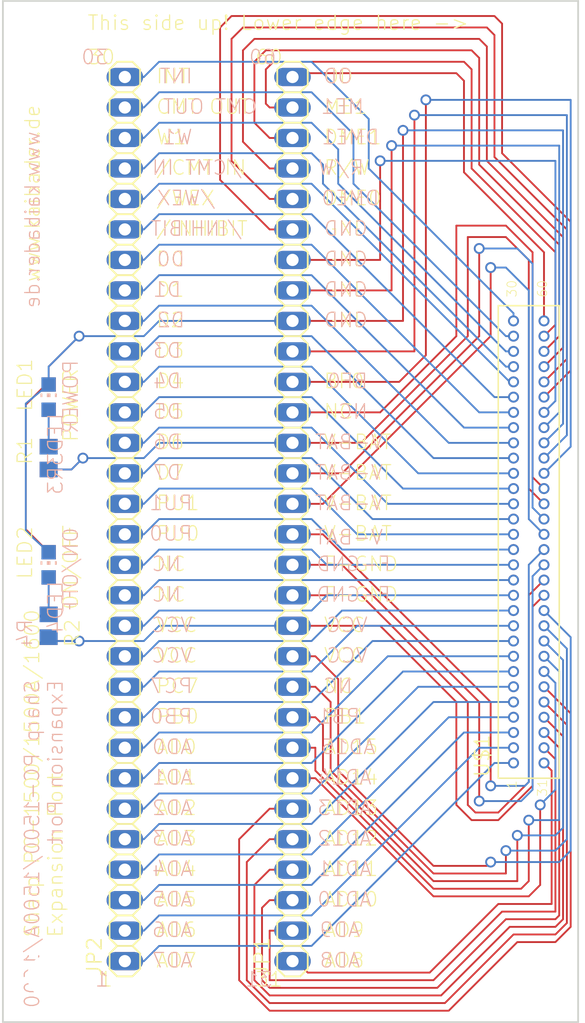
<source format=kicad_pcb>
(kicad_pcb (version 20171130) (host pcbnew 5.0.0-rc2-unknown-5c65881~65~ubuntu17.10.1)

  (general
    (thickness 1.6)
    (drawings 145)
    (tracks 448)
    (zones 0)
    (modules 15)
    (nets 65)
  )

  (page A4)
  (layers
    (0 Top signal)
    (31 Bottom signal)
    (32 B.Adhes user)
    (33 F.Adhes user)
    (34 B.Paste user)
    (35 F.Paste user)
    (36 B.SilkS user)
    (37 F.SilkS user)
    (38 B.Mask user)
    (39 F.Mask user)
    (40 Dwgs.User user)
    (41 Cmts.User user)
    (42 Eco1.User user)
    (43 Eco2.User user)
    (44 Edge.Cuts user)
    (45 Margin user)
    (46 B.CrtYd user)
    (47 F.CrtYd user)
    (48 B.Fab user)
    (49 F.Fab user)
  )

  (setup
    (last_trace_width 0.25)
    (trace_clearance 0.1524)
    (zone_clearance 0.508)
    (zone_45_only no)
    (trace_min 0.1524)
    (segment_width 0.2)
    (edge_width 0.15)
    (via_size 0.8)
    (via_drill 0.4)
    (via_min_size 0.4)
    (via_min_drill 0.3)
    (uvia_size 0.3)
    (uvia_drill 0.1)
    (uvias_allowed no)
    (uvia_min_size 0.2)
    (uvia_min_drill 0.1)
    (pcb_text_width 0.3)
    (pcb_text_size 1.5 1.5)
    (mod_edge_width 0.15)
    (mod_text_size 1 1)
    (mod_text_width 0.15)
    (pad_size 1.524 1.524)
    (pad_drill 0.762)
    (pad_to_mask_clearance 0.2)
    (aux_axis_origin 0 0)
    (visible_elements FFFFFF7F)
    (pcbplotparams
      (layerselection 0x010fc_ffffffff)
      (usegerberextensions false)
      (usegerberattributes false)
      (usegerberadvancedattributes false)
      (creategerberjobfile false)
      (excludeedgelayer true)
      (linewidth 0.100000)
      (plotframeref false)
      (viasonmask false)
      (mode 1)
      (useauxorigin false)
      (hpglpennumber 1)
      (hpglpenspeed 20)
      (hpglpendiameter 15.000000)
      (psnegative false)
      (psa4output false)
      (plotreference true)
      (plotvalue true)
      (plotinvisibletext false)
      (padsonsilk false)
      (subtractmaskfromsilk false)
      (outputformat 1)
      (mirror false)
      (drillshape 1)
      (scaleselection 1)
      (outputdirectory ""))
  )

  (net 0 "")
  (net 1 "Net-(JP2-Pad30)")
  (net 2 "Net-(JP1-Pad30)")
  (net 3 "Net-(JP2-Pad29)")
  (net 4 "Net-(JP1-Pad29)")
  (net 5 "Net-(JP2-Pad28)")
  (net 6 "Net-(JP1-Pad28)")
  (net 7 "Net-(JP2-Pad27)")
  (net 8 "Net-(JP1-Pad27)")
  (net 9 "Net-(JP2-Pad26)")
  (net 10 "Net-(JP1-Pad26)")
  (net 11 "Net-(JP2-Pad25)")
  (net 12 "Net-(JP1-Pad25)")
  (net 13 "Net-(JP2-Pad24)")
  (net 14 "Net-(JP1-Pad24)")
  (net 15 "Net-(JP2-Pad23)")
  (net 16 "Net-(JP1-Pad23)")
  (net 17 "Net-(JP2-Pad22)")
  (net 18 "Net-(JP1-Pad22)")
  (net 19 "Net-(JP2-Pad21)")
  (net 20 "Net-(JP1-Pad21)")
  (net 21 "Net-(JP2-Pad20)")
  (net 22 "Net-(JP1-Pad20)")
  (net 23 "Net-(JP2-Pad19)")
  (net 24 "Net-(JP1-Pad19)")
  (net 25 "Net-(JP2-Pad18)")
  (net 26 "Net-(JP1-Pad18)")
  (net 27 "Net-(JP2-Pad17)")
  (net 28 "Net-(JP1-Pad17)")
  (net 29 "Net-(JP2-Pad16)")
  (net 30 "Net-(JP1-Pad16)")
  (net 31 "Net-(JP2-Pad15)")
  (net 32 "Net-(JP1-Pad15)")
  (net 33 "Net-(JP2-Pad14)")
  (net 34 "Net-(JP1-Pad14)")
  (net 35 "Net-(JP2-Pad13)")
  (net 36 "Net-(JP1-Pad13)")
  (net 37 "Net-(JP2-Pad12)")
  (net 38 "Net-(JP1-Pad12)")
  (net 39 "Net-(JP2-Pad11)")
  (net 40 "Net-(JP1-Pad11)")
  (net 41 "Net-(JP2-Pad10)")
  (net 42 "Net-(JP1-Pad10)")
  (net 43 "Net-(JP2-Pad9)")
  (net 44 "Net-(JP1-Pad9)")
  (net 45 "Net-(JP2-Pad8)")
  (net 46 "Net-(JP1-Pad8)")
  (net 47 "Net-(JP2-Pad7)")
  (net 48 "Net-(JP1-Pad7)")
  (net 49 "Net-(JP2-Pad6)")
  (net 50 "Net-(JP1-Pad6)")
  (net 51 "Net-(JP2-Pad5)")
  (net 52 "Net-(JP1-Pad5)")
  (net 53 "Net-(JP2-Pad4)")
  (net 54 "Net-(JP1-Pad4)")
  (net 55 "Net-(JP2-Pad3)")
  (net 56 "Net-(JP1-Pad3)")
  (net 57 "Net-(JP2-Pad2)")
  (net 58 "Net-(JP1-Pad2)")
  (net 59 "Net-(JP2-Pad1)")
  (net 60 "Net-(JP1-Pad1)")
  (net 61 "Net-(LED1-PadA)")
  (net 62 "Net-(LED2-PadA)")
  (net 63 "Net-(LED3-PadA)")
  (net 64 "Net-(LED4-PadA)")

  (net_class Default "Dies ist die voreingestellte Netzklasse."
    (clearance 0.1524)
    (trace_width 0.25)
    (via_dia 0.8)
    (via_drill 0.4)
    (uvia_dia 0.3)
    (uvia_drill 0.1)
    (add_net "Net-(JP1-Pad1)")
    (add_net "Net-(JP1-Pad10)")
    (add_net "Net-(JP1-Pad11)")
    (add_net "Net-(JP1-Pad12)")
    (add_net "Net-(JP1-Pad13)")
    (add_net "Net-(JP1-Pad14)")
    (add_net "Net-(JP1-Pad15)")
    (add_net "Net-(JP1-Pad16)")
    (add_net "Net-(JP1-Pad17)")
    (add_net "Net-(JP1-Pad18)")
    (add_net "Net-(JP1-Pad19)")
    (add_net "Net-(JP1-Pad2)")
    (add_net "Net-(JP1-Pad20)")
    (add_net "Net-(JP1-Pad21)")
    (add_net "Net-(JP1-Pad22)")
    (add_net "Net-(JP1-Pad23)")
    (add_net "Net-(JP1-Pad24)")
    (add_net "Net-(JP1-Pad25)")
    (add_net "Net-(JP1-Pad26)")
    (add_net "Net-(JP1-Pad27)")
    (add_net "Net-(JP1-Pad28)")
    (add_net "Net-(JP1-Pad29)")
    (add_net "Net-(JP1-Pad3)")
    (add_net "Net-(JP1-Pad30)")
    (add_net "Net-(JP1-Pad4)")
    (add_net "Net-(JP1-Pad5)")
    (add_net "Net-(JP1-Pad6)")
    (add_net "Net-(JP1-Pad7)")
    (add_net "Net-(JP1-Pad8)")
    (add_net "Net-(JP1-Pad9)")
    (add_net "Net-(JP2-Pad1)")
    (add_net "Net-(JP2-Pad10)")
    (add_net "Net-(JP2-Pad11)")
    (add_net "Net-(JP2-Pad12)")
    (add_net "Net-(JP2-Pad13)")
    (add_net "Net-(JP2-Pad14)")
    (add_net "Net-(JP2-Pad15)")
    (add_net "Net-(JP2-Pad16)")
    (add_net "Net-(JP2-Pad17)")
    (add_net "Net-(JP2-Pad18)")
    (add_net "Net-(JP2-Pad19)")
    (add_net "Net-(JP2-Pad2)")
    (add_net "Net-(JP2-Pad20)")
    (add_net "Net-(JP2-Pad21)")
    (add_net "Net-(JP2-Pad22)")
    (add_net "Net-(JP2-Pad23)")
    (add_net "Net-(JP2-Pad24)")
    (add_net "Net-(JP2-Pad25)")
    (add_net "Net-(JP2-Pad26)")
    (add_net "Net-(JP2-Pad27)")
    (add_net "Net-(JP2-Pad28)")
    (add_net "Net-(JP2-Pad29)")
    (add_net "Net-(JP2-Pad3)")
    (add_net "Net-(JP2-Pad30)")
    (add_net "Net-(JP2-Pad4)")
    (add_net "Net-(JP2-Pad5)")
    (add_net "Net-(JP2-Pad6)")
    (add_net "Net-(JP2-Pad7)")
    (add_net "Net-(JP2-Pad8)")
    (add_net "Net-(JP2-Pad9)")
    (add_net "Net-(LED1-PadA)")
    (add_net "Net-(LED2-PadA)")
    (add_net "Net-(LED3-PadA)")
    (add_net "Net-(LED4-PadA)")
  )

  (module "" (layer Top) (tedit 0) (tstamp 0)
    (at 168.9861 66.2636)
    (fp_text reference @HOLE0 (at 0 0) (layer F.SilkS) hide
      (effects (font (size 1.27 1.27) (thickness 0.15)))
    )
    (fp_text value "" (at 0 0) (layer F.SilkS)
      (effects (font (size 1.27 1.27) (thickness 0.15)))
    )
    (pad "" np_thru_hole circle (at 0 0) (size 3.556 3.556) (drill 3.556) (layers *.Cu))
  )

  (module "" (layer Top) (tedit 0) (tstamp 0)
    (at 128.3461 66.2636)
    (fp_text reference @HOLE1 (at 0 0) (layer F.SilkS) hide
      (effects (font (size 1.27 1.27) (thickness 0.15)))
    )
    (fp_text value "" (at 0 0) (layer F.SilkS)
      (effects (font (size 1.27 1.27) (thickness 0.15)))
    )
    (pad "" np_thru_hole circle (at 0 0) (size 3.556 3.556) (drill 3.556) (layers *.Cu))
  )

  (module "" (layer Top) (tedit 0) (tstamp 0)
    (at 128.3461 143.7336)
    (fp_text reference @HOLE2 (at 0 0) (layer F.SilkS) hide
      (effects (font (size 1.27 1.27) (thickness 0.15)))
    )
    (fp_text value "" (at 0 0) (layer F.SilkS)
      (effects (font (size 1.27 1.27) (thickness 0.15)))
    )
    (pad "" np_thru_hole circle (at 0 0) (size 3.556 3.556) (drill 3.556) (layers *.Cu))
  )

  (module "" (layer Top) (tedit 0) (tstamp 0)
    (at 168.9861 143.7336)
    (fp_text reference @HOLE3 (at 0 0) (layer F.SilkS) hide
      (effects (font (size 1.27 1.27) (thickness 0.15)))
    )
    (fp_text value "" (at 0 0) (layer F.SilkS)
      (effects (font (size 1.27 1.27) (thickness 0.15)))
    )
    (pad "" np_thru_hole circle (at 0 0) (size 3.556 3.556) (drill 3.556) (layers *.Cu))
  )

  (module expansion:PINHD-2X30-2.54X1.27 (layer Top) (tedit 0) (tstamp 5B217AA9)
    (at 168.3511 108.1736 90)
    (descr "<b>PIN HEADER</b>")
    (path /850A8AB0BABD3B23)
    (fp_text reference U$1 (at -19.05 -3.175 90) (layer F.SilkS)
      (effects (font (size 1.2065 1.2065) (thickness 0.127)) (justify left bottom))
    )
    (fp_text value PINHD-2X30-2.54X1.27 (at -19.05 4.445 90) (layer F.Fab)
      (effects (font (size 1.2065 1.2065) (thickness 0.1016)) (justify left bottom))
    )
    (fp_line (start -19.05 2.54) (end -19.05 -2.54) (layer F.SilkS) (width 0.127))
    (fp_line (start 20.32 2.54) (end -19.05 2.54) (layer F.SilkS) (width 0.127))
    (fp_line (start 20.32 -2.54) (end 20.32 2.54) (layer F.SilkS) (width 0.127))
    (fp_line (start -19.05 -2.54) (end 20.32 -2.54) (layer F.SilkS) (width 0.127))
    (pad 60 thru_hole circle (at 19.05 -1.27 90) (size 0.9144 0.9144) (drill 0.6) (layers *.Cu *.Mask)
      (net 1 "Net-(JP2-Pad30)") (solder_mask_margin 0.0508))
    (pad 59 thru_hole circle (at 19.05 1.27 90) (size 0.9144 0.9144) (drill 0.6) (layers *.Cu *.Mask)
      (net 2 "Net-(JP1-Pad30)") (solder_mask_margin 0.0508))
    (pad 58 thru_hole circle (at 17.78 -1.27 90) (size 0.9144 0.9144) (drill 0.6) (layers *.Cu *.Mask)
      (net 3 "Net-(JP2-Pad29)") (solder_mask_margin 0.0508))
    (pad 57 thru_hole circle (at 17.78 1.27 90) (size 0.9144 0.9144) (drill 0.6) (layers *.Cu *.Mask)
      (net 4 "Net-(JP1-Pad29)") (solder_mask_margin 0.0508))
    (pad 56 thru_hole circle (at 16.51 -1.27 90) (size 0.9144 0.9144) (drill 0.6) (layers *.Cu *.Mask)
      (net 5 "Net-(JP2-Pad28)") (solder_mask_margin 0.0508))
    (pad 55 thru_hole circle (at 16.51 1.27 90) (size 0.9144 0.9144) (drill 0.6) (layers *.Cu *.Mask)
      (net 6 "Net-(JP1-Pad28)") (solder_mask_margin 0.0508))
    (pad 54 thru_hole circle (at 15.24 -1.27 90) (size 0.9144 0.9144) (drill 0.6) (layers *.Cu *.Mask)
      (net 7 "Net-(JP2-Pad27)") (solder_mask_margin 0.0508))
    (pad 53 thru_hole circle (at 15.24 1.27 90) (size 0.9144 0.9144) (drill 0.6) (layers *.Cu *.Mask)
      (net 8 "Net-(JP1-Pad27)") (solder_mask_margin 0.0508))
    (pad 52 thru_hole circle (at 13.97 -1.27 90) (size 0.9144 0.9144) (drill 0.6) (layers *.Cu *.Mask)
      (net 9 "Net-(JP2-Pad26)") (solder_mask_margin 0.0508))
    (pad 51 thru_hole circle (at 13.97 1.27 90) (size 0.9144 0.9144) (drill 0.6) (layers *.Cu *.Mask)
      (net 10 "Net-(JP1-Pad26)") (solder_mask_margin 0.0508))
    (pad 50 thru_hole circle (at 12.7 -1.27 90) (size 0.9144 0.9144) (drill 0.6) (layers *.Cu *.Mask)
      (net 11 "Net-(JP2-Pad25)") (solder_mask_margin 0.0508))
    (pad 49 thru_hole circle (at 12.7 1.27 90) (size 0.9144 0.9144) (drill 0.6) (layers *.Cu *.Mask)
      (net 12 "Net-(JP1-Pad25)") (solder_mask_margin 0.0508))
    (pad 48 thru_hole circle (at 11.43 -1.27 90) (size 0.9144 0.9144) (drill 0.6) (layers *.Cu *.Mask)
      (net 13 "Net-(JP2-Pad24)") (solder_mask_margin 0.0508))
    (pad 47 thru_hole circle (at 11.43 1.27 90) (size 0.9144 0.9144) (drill 0.6) (layers *.Cu *.Mask)
      (net 14 "Net-(JP1-Pad24)") (solder_mask_margin 0.0508))
    (pad 46 thru_hole circle (at 10.16 -1.27 90) (size 0.9144 0.9144) (drill 0.6) (layers *.Cu *.Mask)
      (net 15 "Net-(JP2-Pad23)") (solder_mask_margin 0.0508))
    (pad 45 thru_hole circle (at 10.16 1.27 90) (size 0.9144 0.9144) (drill 0.6) (layers *.Cu *.Mask)
      (net 16 "Net-(JP1-Pad23)") (solder_mask_margin 0.0508))
    (pad 44 thru_hole circle (at 8.89 -1.27 90) (size 0.9144 0.9144) (drill 0.6) (layers *.Cu *.Mask)
      (net 17 "Net-(JP2-Pad22)") (solder_mask_margin 0.0508))
    (pad 43 thru_hole circle (at 8.89 1.27 90) (size 0.9144 0.9144) (drill 0.6) (layers *.Cu *.Mask)
      (net 18 "Net-(JP1-Pad22)") (solder_mask_margin 0.0508))
    (pad 42 thru_hole circle (at 7.62 -1.27 90) (size 0.9144 0.9144) (drill 0.6) (layers *.Cu *.Mask)
      (net 19 "Net-(JP2-Pad21)") (solder_mask_margin 0.0508))
    (pad 41 thru_hole circle (at 7.62 1.27 90) (size 0.9144 0.9144) (drill 0.6) (layers *.Cu *.Mask)
      (net 20 "Net-(JP1-Pad21)") (solder_mask_margin 0.0508))
    (pad 40 thru_hole circle (at 6.35 -1.27 90) (size 0.9144 0.9144) (drill 0.6) (layers *.Cu *.Mask)
      (net 21 "Net-(JP2-Pad20)") (solder_mask_margin 0.0508))
    (pad 39 thru_hole circle (at 6.35 1.27 90) (size 0.9144 0.9144) (drill 0.6) (layers *.Cu *.Mask)
      (net 22 "Net-(JP1-Pad20)") (solder_mask_margin 0.0508))
    (pad 38 thru_hole circle (at 5.08 -1.27 90) (size 0.9144 0.9144) (drill 0.6) (layers *.Cu *.Mask)
      (net 23 "Net-(JP2-Pad19)") (solder_mask_margin 0.0508))
    (pad 37 thru_hole circle (at 5.08 1.27 90) (size 0.9144 0.9144) (drill 0.6) (layers *.Cu *.Mask)
      (net 24 "Net-(JP1-Pad19)") (solder_mask_margin 0.0508))
    (pad 36 thru_hole circle (at 3.81 -1.27 90) (size 0.9144 0.9144) (drill 0.6) (layers *.Cu *.Mask)
      (net 25 "Net-(JP2-Pad18)") (solder_mask_margin 0.0508))
    (pad 35 thru_hole circle (at 3.81 1.27 90) (size 0.9144 0.9144) (drill 0.6) (layers *.Cu *.Mask)
      (net 26 "Net-(JP1-Pad18)") (solder_mask_margin 0.0508))
    (pad 34 thru_hole circle (at 2.54 -1.27 90) (size 0.9144 0.9144) (drill 0.6) (layers *.Cu *.Mask)
      (net 27 "Net-(JP2-Pad17)") (solder_mask_margin 0.0508))
    (pad 33 thru_hole circle (at 2.54 1.27 90) (size 0.9144 0.9144) (drill 0.6) (layers *.Cu *.Mask)
      (net 28 "Net-(JP1-Pad17)") (solder_mask_margin 0.0508))
    (pad 32 thru_hole circle (at 1.27 -1.27 90) (size 0.9144 0.9144) (drill 0.6) (layers *.Cu *.Mask)
      (net 29 "Net-(JP2-Pad16)") (solder_mask_margin 0.0508))
    (pad 31 thru_hole circle (at 1.27 1.27 90) (size 0.9144 0.9144) (drill 0.6) (layers *.Cu *.Mask)
      (net 30 "Net-(JP1-Pad16)") (solder_mask_margin 0.0508))
    (pad 30 thru_hole circle (at 0 -1.27 90) (size 0.9144 0.9144) (drill 0.6) (layers *.Cu *.Mask)
      (net 31 "Net-(JP2-Pad15)") (solder_mask_margin 0.0508))
    (pad 29 thru_hole circle (at 0 1.27 90) (size 0.9144 0.9144) (drill 0.6) (layers *.Cu *.Mask)
      (net 32 "Net-(JP1-Pad15)") (solder_mask_margin 0.0508))
    (pad 28 thru_hole circle (at -1.27 -1.27 90) (size 0.9144 0.9144) (drill 0.6) (layers *.Cu *.Mask)
      (net 33 "Net-(JP2-Pad14)") (solder_mask_margin 0.0508))
    (pad 27 thru_hole circle (at -1.27 1.27 90) (size 0.9144 0.9144) (drill 0.6) (layers *.Cu *.Mask)
      (net 34 "Net-(JP1-Pad14)") (solder_mask_margin 0.0508))
    (pad 26 thru_hole circle (at -2.54 -1.27 90) (size 0.9144 0.9144) (drill 0.6) (layers *.Cu *.Mask)
      (net 35 "Net-(JP2-Pad13)") (solder_mask_margin 0.0508))
    (pad 25 thru_hole circle (at -2.54 1.27 90) (size 0.9144 0.9144) (drill 0.6) (layers *.Cu *.Mask)
      (net 36 "Net-(JP1-Pad13)") (solder_mask_margin 0.0508))
    (pad 24 thru_hole circle (at -3.81 -1.27 90) (size 0.9144 0.9144) (drill 0.6) (layers *.Cu *.Mask)
      (net 37 "Net-(JP2-Pad12)") (solder_mask_margin 0.0508))
    (pad 23 thru_hole circle (at -3.81 1.27 90) (size 0.9144 0.9144) (drill 0.6) (layers *.Cu *.Mask)
      (net 38 "Net-(JP1-Pad12)") (solder_mask_margin 0.0508))
    (pad 22 thru_hole circle (at -5.08 -1.27 90) (size 0.9144 0.9144) (drill 0.6) (layers *.Cu *.Mask)
      (net 39 "Net-(JP2-Pad11)") (solder_mask_margin 0.0508))
    (pad 21 thru_hole circle (at -5.08 1.27 90) (size 0.9144 0.9144) (drill 0.6) (layers *.Cu *.Mask)
      (net 40 "Net-(JP1-Pad11)") (solder_mask_margin 0.0508))
    (pad 20 thru_hole circle (at -6.35 -1.27 90) (size 0.9144 0.9144) (drill 0.6) (layers *.Cu *.Mask)
      (net 41 "Net-(JP2-Pad10)") (solder_mask_margin 0.0508))
    (pad 19 thru_hole circle (at -6.35 1.27 90) (size 0.9144 0.9144) (drill 0.6) (layers *.Cu *.Mask)
      (net 42 "Net-(JP1-Pad10)") (solder_mask_margin 0.0508))
    (pad 18 thru_hole circle (at -7.62 -1.27 90) (size 0.9144 0.9144) (drill 0.6) (layers *.Cu *.Mask)
      (net 43 "Net-(JP2-Pad9)") (solder_mask_margin 0.0508))
    (pad 17 thru_hole circle (at -7.62 1.27 90) (size 0.9144 0.9144) (drill 0.6) (layers *.Cu *.Mask)
      (net 44 "Net-(JP1-Pad9)") (solder_mask_margin 0.0508))
    (pad 16 thru_hole circle (at -8.89 -1.27 90) (size 0.9144 0.9144) (drill 0.6) (layers *.Cu *.Mask)
      (net 45 "Net-(JP2-Pad8)") (solder_mask_margin 0.0508))
    (pad 15 thru_hole circle (at -8.89 1.27 90) (size 0.9144 0.9144) (drill 0.6) (layers *.Cu *.Mask)
      (net 46 "Net-(JP1-Pad8)") (solder_mask_margin 0.0508))
    (pad 14 thru_hole circle (at -10.16 -1.27 90) (size 0.9144 0.9144) (drill 0.6) (layers *.Cu *.Mask)
      (net 47 "Net-(JP2-Pad7)") (solder_mask_margin 0.0508))
    (pad 13 thru_hole circle (at -10.16 1.27 90) (size 0.9144 0.9144) (drill 0.6) (layers *.Cu *.Mask)
      (net 48 "Net-(JP1-Pad7)") (solder_mask_margin 0.0508))
    (pad 12 thru_hole circle (at -11.43 -1.27 90) (size 0.9144 0.9144) (drill 0.6) (layers *.Cu *.Mask)
      (net 49 "Net-(JP2-Pad6)") (solder_mask_margin 0.0508))
    (pad 11 thru_hole circle (at -11.43 1.27 90) (size 0.9144 0.9144) (drill 0.6) (layers *.Cu *.Mask)
      (net 50 "Net-(JP1-Pad6)") (solder_mask_margin 0.0508))
    (pad 10 thru_hole circle (at -12.7 -1.27 90) (size 0.9144 0.9144) (drill 0.6) (layers *.Cu *.Mask)
      (net 51 "Net-(JP2-Pad5)") (solder_mask_margin 0.0508))
    (pad 9 thru_hole circle (at -12.7 1.27 90) (size 0.9144 0.9144) (drill 0.6) (layers *.Cu *.Mask)
      (net 52 "Net-(JP1-Pad5)") (solder_mask_margin 0.0508))
    (pad 8 thru_hole circle (at -13.97 -1.27 90) (size 0.9144 0.9144) (drill 0.6) (layers *.Cu *.Mask)
      (net 53 "Net-(JP2-Pad4)") (solder_mask_margin 0.0508))
    (pad 7 thru_hole circle (at -13.97 1.27 90) (size 0.9144 0.9144) (drill 0.6) (layers *.Cu *.Mask)
      (net 54 "Net-(JP1-Pad4)") (solder_mask_margin 0.0508))
    (pad 6 thru_hole circle (at -15.24 -1.27 90) (size 0.9144 0.9144) (drill 0.6) (layers *.Cu *.Mask)
      (net 55 "Net-(JP2-Pad3)") (solder_mask_margin 0.0508))
    (pad 5 thru_hole circle (at -15.24 1.27 90) (size 0.9144 0.9144) (drill 0.6) (layers *.Cu *.Mask)
      (net 56 "Net-(JP1-Pad3)") (solder_mask_margin 0.0508))
    (pad 4 thru_hole circle (at -16.51 -1.27 90) (size 0.9144 0.9144) (drill 0.6) (layers *.Cu *.Mask)
      (net 57 "Net-(JP2-Pad2)") (solder_mask_margin 0.0508))
    (pad 3 thru_hole circle (at -16.51 1.27 90) (size 0.9144 0.9144) (drill 0.6) (layers *.Cu *.Mask)
      (net 58 "Net-(JP1-Pad2)") (solder_mask_margin 0.0508))
    (pad 2 thru_hole circle (at -17.78 -1.27 90) (size 0.9144 0.9144) (drill 0.6) (layers *.Cu *.Mask)
      (net 59 "Net-(JP2-Pad1)") (solder_mask_margin 0.0508))
    (pad 1 thru_hole circle (at -17.78 1.27 90) (size 0.9144 0.9144) (drill 0.6) (layers *.Cu *.Mask)
      (net 60 "Net-(JP1-Pad1)") (solder_mask_margin 0.0508))
  )

  (module expansion:CHIP-LED0805 (layer Top) (tedit 0) (tstamp 5B217AEC)
    (at 128.3461 95.4736)
    (descr "<b>Hyper CHIPLED Hyper-Bright LED</b><p>\nLB R99A<br>\nSource: http://www.osram.convergy.de/ ... lb_r99a.pdf")
    (path /56580ACBD5D4A691)
    (fp_text reference LED1 (at -1.27 1.27 90) (layer F.SilkS)
      (effects (font (size 1.2065 1.2065) (thickness 0.1016)) (justify left bottom))
    )
    (fp_text value LEDCHIP-LED0805 (at 2.54 1.27 90) (layer F.Fab)
      (effects (font (size 1.2065 1.2065) (thickness 0.1016)) (justify left bottom))
    )
    (fp_poly (pts (xy -0.675 1.05) (xy 0.675 1.05) (xy 0.675 0.45) (xy -0.675 0.45)) (layer F.Fab) (width 0))
    (fp_poly (pts (xy -0.675 -0.45) (xy 0.675 -0.45) (xy 0.675 -1.05) (xy -0.675 -1.05)) (layer F.Fab) (width 0))
    (fp_poly (pts (xy -0.15 0) (xy 0.15 0) (xy 0.15 -0.3) (xy -0.15 -0.3)) (layer F.SilkS) (width 0))
    (fp_poly (pts (xy 0.525 0) (xy 0.675 0) (xy 0.675 -0.3) (xy 0.525 -0.3)) (layer F.SilkS) (width 0))
    (fp_poly (pts (xy -0.675 0) (xy -0.525 0) (xy -0.525 -0.3) (xy -0.675 -0.3)) (layer F.SilkS) (width 0))
    (fp_line (start 0.625 -0.45) (end 0.625 0.475) (layer F.Fab) (width 0.1016))
    (fp_line (start -0.625 -0.45) (end -0.625 0.45) (layer F.Fab) (width 0.1016))
    (pad A smd rect (at 0 1.05) (size 1.2 1.2) (layers Top F.Paste F.Mask)
      (net 61 "Net-(LED1-PadA)") (solder_mask_margin 0.0508))
    (pad C smd rect (at 0 -1.05) (size 1.2 1.2) (layers Top F.Paste F.Mask)
      (net 18 "Net-(JP1-Pad22)") (solder_mask_margin 0.0508))
  )

  (module expansion:CHIP-LED0805 (layer Top) (tedit 0) (tstamp 5B217AF8)
    (at 128.3461 109.4436)
    (descr "<b>Hyper CHIPLED Hyper-Bright LED</b><p>\nLB R99A<br>\nSource: http://www.osram.convergy.de/ ... lb_r99a.pdf")
    (path /1BE973186A31474D)
    (fp_text reference LED2 (at -1.27 1.27 90) (layer F.SilkS)
      (effects (font (size 1.2065 1.2065) (thickness 0.1016)) (justify left bottom))
    )
    (fp_text value LEDCHIP-LED0805 (at 2.54 1.27 90) (layer F.Fab)
      (effects (font (size 1.2065 1.2065) (thickness 0.1016)) (justify left bottom))
    )
    (fp_poly (pts (xy -0.675 1.05) (xy 0.675 1.05) (xy 0.675 0.45) (xy -0.675 0.45)) (layer F.Fab) (width 0))
    (fp_poly (pts (xy -0.675 -0.45) (xy 0.675 -0.45) (xy 0.675 -1.05) (xy -0.675 -1.05)) (layer F.Fab) (width 0))
    (fp_poly (pts (xy -0.15 0) (xy 0.15 0) (xy 0.15 -0.3) (xy -0.15 -0.3)) (layer F.SilkS) (width 0))
    (fp_poly (pts (xy 0.525 0) (xy 0.675 0) (xy 0.675 -0.3) (xy 0.525 -0.3)) (layer F.SilkS) (width 0))
    (fp_poly (pts (xy -0.675 0) (xy -0.525 0) (xy -0.525 -0.3) (xy -0.675 -0.3)) (layer F.SilkS) (width 0))
    (fp_line (start 0.625 -0.45) (end 0.625 0.475) (layer F.Fab) (width 0.1016))
    (fp_line (start -0.625 -0.45) (end -0.625 0.45) (layer F.Fab) (width 0.1016))
    (pad A smd rect (at 0 1.05) (size 1.2 1.2) (layers Top F.Paste F.Mask)
      (net 62 "Net-(LED2-PadA)") (solder_mask_margin 0.0508))
    (pad C smd rect (at 0 -1.05) (size 1.2 1.2) (layers Top F.Paste F.Mask)
      (net 18 "Net-(JP1-Pad22)") (solder_mask_margin 0.0508))
  )

  (module expansion:R0805 (layer Top) (tedit 0) (tstamp 5B217B04)
    (at 128.3461 100.5536 90)
    (descr <b>RESISTOR</b><p>)
    (path /E9A346A00283DCCD)
    (fp_text reference R1 (at -0.635 -1.27 90) (layer F.SilkS)
      (effects (font (size 1.2065 1.2065) (thickness 0.1016)) (justify left bottom))
    )
    (fp_text value R-EU_R0805 (at -0.635 2.54 90) (layer F.Fab)
      (effects (font (size 1.2065 1.2065) (thickness 0.1016)) (justify left bottom))
    )
    (fp_poly (pts (xy -0.1999 0.5001) (xy 0.1999 0.5001) (xy 0.1999 -0.5001) (xy -0.1999 -0.5001)) (layer F.Adhes) (width 0))
    (fp_poly (pts (xy -1.0668 0.6985) (xy -0.4168 0.6985) (xy -0.4168 -0.7015) (xy -1.0668 -0.7015)) (layer F.Fab) (width 0))
    (fp_poly (pts (xy 0.4064 0.6985) (xy 1.0564 0.6985) (xy 1.0564 -0.7015) (xy 0.4064 -0.7015)) (layer F.Fab) (width 0))
    (fp_line (start -1.973 0.983) (end -1.973 -0.983) (layer Dwgs.User) (width 0.0508))
    (fp_line (start 1.973 0.983) (end -1.973 0.983) (layer Dwgs.User) (width 0.0508))
    (fp_line (start 1.973 -0.983) (end 1.973 0.983) (layer Dwgs.User) (width 0.0508))
    (fp_line (start -1.973 -0.983) (end 1.973 -0.983) (layer Dwgs.User) (width 0.0508))
    (fp_line (start -0.41 0.635) (end 0.41 0.635) (layer F.Fab) (width 0.1524))
    (fp_line (start -0.41 -0.635) (end 0.41 -0.635) (layer F.Fab) (width 0.1524))
    (pad 2 smd rect (at 0.95 0 90) (size 1.3 1.5) (layers Top F.Paste F.Mask)
      (net 61 "Net-(LED1-PadA)") (solder_mask_margin 0.0508))
    (pad 1 smd rect (at -0.95 0 90) (size 1.3 1.5) (layers Top F.Paste F.Mask)
      (net 26 "Net-(JP1-Pad18)") (solder_mask_margin 0.0508))
  )

  (module expansion:R0805 (layer Top) (tedit 0) (tstamp 5B217B12)
    (at 128.3461 114.5236 270)
    (descr <b>RESISTOR</b><p>)
    (path /D8D8E5BA3A85EE58)
    (fp_text reference R2 (at -0.635 -1.27 270) (layer F.SilkS)
      (effects (font (size 1.2065 1.2065) (thickness 0.1016)) (justify right top))
    )
    (fp_text value R-EU_R0805 (at -0.635 2.54 270) (layer F.Fab)
      (effects (font (size 1.2065 1.2065) (thickness 0.1016)) (justify right top))
    )
    (fp_poly (pts (xy -0.1999 0.5001) (xy 0.1999 0.5001) (xy 0.1999 -0.5001) (xy -0.1999 -0.5001)) (layer F.Adhes) (width 0))
    (fp_poly (pts (xy -1.0668 0.6985) (xy -0.4168 0.6985) (xy -0.4168 -0.7015) (xy -1.0668 -0.7015)) (layer F.Fab) (width 0))
    (fp_poly (pts (xy 0.4064 0.6985) (xy 1.0564 0.6985) (xy 1.0564 -0.7015) (xy 0.4064 -0.7015)) (layer F.Fab) (width 0))
    (fp_line (start -1.973 0.983) (end -1.973 -0.983) (layer Dwgs.User) (width 0.0508))
    (fp_line (start 1.973 0.983) (end -1.973 0.983) (layer Dwgs.User) (width 0.0508))
    (fp_line (start 1.973 -0.983) (end 1.973 0.983) (layer Dwgs.User) (width 0.0508))
    (fp_line (start -1.973 -0.983) (end 1.973 -0.983) (layer Dwgs.User) (width 0.0508))
    (fp_line (start -0.41 0.635) (end 0.41 0.635) (layer F.Fab) (width 0.1524))
    (fp_line (start -0.41 -0.635) (end 0.41 -0.635) (layer F.Fab) (width 0.1524))
    (pad 2 smd rect (at 0.95 0 270) (size 1.3 1.5) (layers Top F.Paste F.Mask)
      (net 38 "Net-(JP1-Pad12)") (solder_mask_margin 0.0508))
    (pad 1 smd rect (at -0.95 0 270) (size 1.3 1.5) (layers Top F.Paste F.Mask)
      (net 62 "Net-(LED2-PadA)") (solder_mask_margin 0.0508))
  )

  (module expansion:1X30 (layer Top) (tedit 0) (tstamp 5B217B20)
    (at 148.6661 105.6336 90)
    (descr "<b>PIN HEADER</b>")
    (path /848DA6002F430EF2)
    (fp_text reference JP1 (at -38.1762 -1.8288 90) (layer F.SilkS)
      (effects (font (size 1.2065 1.2065) (thickness 0.127)) (justify left bottom))
    )
    (fp_text value PINHD-1X30 (at -38.1 3.175 90) (layer F.Fab)
      (effects (font (size 1.2065 1.2065) (thickness 0.1016)) (justify left bottom))
    )
    (fp_poly (pts (xy 36.576 0.254) (xy 37.084 0.254) (xy 37.084 -0.254) (xy 36.576 -0.254)) (layer F.Fab) (width 0))
    (fp_poly (pts (xy 34.036 0.254) (xy 34.544 0.254) (xy 34.544 -0.254) (xy 34.036 -0.254)) (layer F.Fab) (width 0))
    (fp_poly (pts (xy 31.496 0.254) (xy 32.004 0.254) (xy 32.004 -0.254) (xy 31.496 -0.254)) (layer F.Fab) (width 0))
    (fp_poly (pts (xy 28.956 0.254) (xy 29.464 0.254) (xy 29.464 -0.254) (xy 28.956 -0.254)) (layer F.Fab) (width 0))
    (fp_poly (pts (xy 26.416 0.254) (xy 26.924 0.254) (xy 26.924 -0.254) (xy 26.416 -0.254)) (layer F.Fab) (width 0))
    (fp_poly (pts (xy 23.876 0.254) (xy 24.384 0.254) (xy 24.384 -0.254) (xy 23.876 -0.254)) (layer F.Fab) (width 0))
    (fp_poly (pts (xy 21.336 0.254) (xy 21.844 0.254) (xy 21.844 -0.254) (xy 21.336 -0.254)) (layer F.Fab) (width 0))
    (fp_poly (pts (xy 18.796 0.254) (xy 19.304 0.254) (xy 19.304 -0.254) (xy 18.796 -0.254)) (layer F.Fab) (width 0))
    (fp_poly (pts (xy 16.256 0.254) (xy 16.764 0.254) (xy 16.764 -0.254) (xy 16.256 -0.254)) (layer F.Fab) (width 0))
    (fp_poly (pts (xy 13.716 0.254) (xy 14.224 0.254) (xy 14.224 -0.254) (xy 13.716 -0.254)) (layer F.Fab) (width 0))
    (fp_poly (pts (xy 11.176 0.254) (xy 11.684 0.254) (xy 11.684 -0.254) (xy 11.176 -0.254)) (layer F.Fab) (width 0))
    (fp_poly (pts (xy -37.084 0.254) (xy -36.576 0.254) (xy -36.576 -0.254) (xy -37.084 -0.254)) (layer F.Fab) (width 0))
    (fp_poly (pts (xy -34.544 0.254) (xy -34.036 0.254) (xy -34.036 -0.254) (xy -34.544 -0.254)) (layer F.Fab) (width 0))
    (fp_poly (pts (xy -32.004 0.254) (xy -31.496 0.254) (xy -31.496 -0.254) (xy -32.004 -0.254)) (layer F.Fab) (width 0))
    (fp_poly (pts (xy -29.464 0.254) (xy -28.956 0.254) (xy -28.956 -0.254) (xy -29.464 -0.254)) (layer F.Fab) (width 0))
    (fp_poly (pts (xy -26.924 0.254) (xy -26.416 0.254) (xy -26.416 -0.254) (xy -26.924 -0.254)) (layer F.Fab) (width 0))
    (fp_poly (pts (xy -24.384 0.254) (xy -23.876 0.254) (xy -23.876 -0.254) (xy -24.384 -0.254)) (layer F.Fab) (width 0))
    (fp_poly (pts (xy -21.844 0.254) (xy -21.336 0.254) (xy -21.336 -0.254) (xy -21.844 -0.254)) (layer F.Fab) (width 0))
    (fp_poly (pts (xy -19.304 0.254) (xy -18.796 0.254) (xy -18.796 -0.254) (xy -19.304 -0.254)) (layer F.Fab) (width 0))
    (fp_poly (pts (xy -16.764 0.254) (xy -16.256 0.254) (xy -16.256 -0.254) (xy -16.764 -0.254)) (layer F.Fab) (width 0))
    (fp_poly (pts (xy -14.224 0.254) (xy -13.716 0.254) (xy -13.716 -0.254) (xy -14.224 -0.254)) (layer F.Fab) (width 0))
    (fp_poly (pts (xy -11.684 0.254) (xy -11.176 0.254) (xy -11.176 -0.254) (xy -11.684 -0.254)) (layer F.Fab) (width 0))
    (fp_poly (pts (xy -9.144 0.254) (xy -8.636 0.254) (xy -8.636 -0.254) (xy -9.144 -0.254)) (layer F.Fab) (width 0))
    (fp_poly (pts (xy -6.604 0.254) (xy -6.096 0.254) (xy -6.096 -0.254) (xy -6.604 -0.254)) (layer F.Fab) (width 0))
    (fp_poly (pts (xy -4.064 0.254) (xy -3.556 0.254) (xy -3.556 -0.254) (xy -4.064 -0.254)) (layer F.Fab) (width 0))
    (fp_poly (pts (xy -1.524 0.254) (xy -1.016 0.254) (xy -1.016 -0.254) (xy -1.524 -0.254)) (layer F.Fab) (width 0))
    (fp_poly (pts (xy 1.016 0.254) (xy 1.524 0.254) (xy 1.524 -0.254) (xy 1.016 -0.254)) (layer F.Fab) (width 0))
    (fp_poly (pts (xy 3.556 0.254) (xy 4.064 0.254) (xy 4.064 -0.254) (xy 3.556 -0.254)) (layer F.Fab) (width 0))
    (fp_poly (pts (xy 6.096 0.254) (xy 6.604 0.254) (xy 6.604 -0.254) (xy 6.096 -0.254)) (layer F.Fab) (width 0))
    (fp_poly (pts (xy 8.636 0.254) (xy 9.144 0.254) (xy 9.144 -0.254) (xy 8.636 -0.254)) (layer F.Fab) (width 0))
    (fp_line (start 37.465 1.27) (end 36.195 1.27) (layer F.SilkS) (width 0.1524))
    (fp_line (start 35.56 0.635) (end 36.195 1.27) (layer F.SilkS) (width 0.1524))
    (fp_line (start 36.195 -1.27) (end 35.56 -0.635) (layer F.SilkS) (width 0.1524))
    (fp_line (start 38.1 0.635) (end 37.465 1.27) (layer F.SilkS) (width 0.1524))
    (fp_line (start 38.1 -0.635) (end 38.1 0.635) (layer F.SilkS) (width 0.1524))
    (fp_line (start 37.465 -1.27) (end 38.1 -0.635) (layer F.SilkS) (width 0.1524))
    (fp_line (start 36.195 -1.27) (end 37.465 -1.27) (layer F.SilkS) (width 0.1524))
    (fp_line (start 35.56 -0.635) (end 35.56 0.635) (layer F.SilkS) (width 0.1524))
    (fp_line (start 34.925 1.27) (end 33.655 1.27) (layer F.SilkS) (width 0.1524))
    (fp_line (start 33.02 0.635) (end 33.655 1.27) (layer F.SilkS) (width 0.1524))
    (fp_line (start 33.655 -1.27) (end 33.02 -0.635) (layer F.SilkS) (width 0.1524))
    (fp_line (start 35.56 0.635) (end 34.925 1.27) (layer F.SilkS) (width 0.1524))
    (fp_line (start 34.925 -1.27) (end 35.56 -0.635) (layer F.SilkS) (width 0.1524))
    (fp_line (start 33.655 -1.27) (end 34.925 -1.27) (layer F.SilkS) (width 0.1524))
    (fp_line (start 32.385 1.27) (end 31.115 1.27) (layer F.SilkS) (width 0.1524))
    (fp_line (start 30.48 0.635) (end 31.115 1.27) (layer F.SilkS) (width 0.1524))
    (fp_line (start 31.115 -1.27) (end 30.48 -0.635) (layer F.SilkS) (width 0.1524))
    (fp_line (start 30.48 -0.635) (end 30.48 0.635) (layer F.SilkS) (width 0.1524))
    (fp_line (start 33.02 0.635) (end 32.385 1.27) (layer F.SilkS) (width 0.1524))
    (fp_line (start 33.02 -0.635) (end 33.02 0.635) (layer F.SilkS) (width 0.1524))
    (fp_line (start 32.385 -1.27) (end 33.02 -0.635) (layer F.SilkS) (width 0.1524))
    (fp_line (start 31.115 -1.27) (end 32.385 -1.27) (layer F.SilkS) (width 0.1524))
    (fp_line (start 29.845 1.27) (end 28.575 1.27) (layer F.SilkS) (width 0.1524))
    (fp_line (start 27.94 0.635) (end 28.575 1.27) (layer F.SilkS) (width 0.1524))
    (fp_line (start 28.575 -1.27) (end 27.94 -0.635) (layer F.SilkS) (width 0.1524))
    (fp_line (start 30.48 0.635) (end 29.845 1.27) (layer F.SilkS) (width 0.1524))
    (fp_line (start 29.845 -1.27) (end 30.48 -0.635) (layer F.SilkS) (width 0.1524))
    (fp_line (start 28.575 -1.27) (end 29.845 -1.27) (layer F.SilkS) (width 0.1524))
    (fp_line (start 27.305 1.27) (end 26.035 1.27) (layer F.SilkS) (width 0.1524))
    (fp_line (start 25.4 0.635) (end 26.035 1.27) (layer F.SilkS) (width 0.1524))
    (fp_line (start 26.035 -1.27) (end 25.4 -0.635) (layer F.SilkS) (width 0.1524))
    (fp_line (start 25.4 -0.635) (end 25.4 0.635) (layer F.SilkS) (width 0.1524))
    (fp_line (start 27.94 0.635) (end 27.305 1.27) (layer F.SilkS) (width 0.1524))
    (fp_line (start 27.94 -0.635) (end 27.94 0.635) (layer F.SilkS) (width 0.1524))
    (fp_line (start 27.305 -1.27) (end 27.94 -0.635) (layer F.SilkS) (width 0.1524))
    (fp_line (start 26.035 -1.27) (end 27.305 -1.27) (layer F.SilkS) (width 0.1524))
    (fp_line (start 24.765 1.27) (end 23.495 1.27) (layer F.SilkS) (width 0.1524))
    (fp_line (start 22.86 0.635) (end 23.495 1.27) (layer F.SilkS) (width 0.1524))
    (fp_line (start 23.495 -1.27) (end 22.86 -0.635) (layer F.SilkS) (width 0.1524))
    (fp_line (start 25.4 0.635) (end 24.765 1.27) (layer F.SilkS) (width 0.1524))
    (fp_line (start 24.765 -1.27) (end 25.4 -0.635) (layer F.SilkS) (width 0.1524))
    (fp_line (start 23.495 -1.27) (end 24.765 -1.27) (layer F.SilkS) (width 0.1524))
    (fp_line (start 22.86 -0.635) (end 22.86 0.635) (layer F.SilkS) (width 0.1524))
    (fp_line (start 22.225 1.27) (end 20.955 1.27) (layer F.SilkS) (width 0.1524))
    (fp_line (start 20.32 0.635) (end 20.955 1.27) (layer F.SilkS) (width 0.1524))
    (fp_line (start 20.955 -1.27) (end 20.32 -0.635) (layer F.SilkS) (width 0.1524))
    (fp_line (start 22.86 0.635) (end 22.225 1.27) (layer F.SilkS) (width 0.1524))
    (fp_line (start 22.225 -1.27) (end 22.86 -0.635) (layer F.SilkS) (width 0.1524))
    (fp_line (start 20.955 -1.27) (end 22.225 -1.27) (layer F.SilkS) (width 0.1524))
    (fp_line (start 19.685 1.27) (end 18.415 1.27) (layer F.SilkS) (width 0.1524))
    (fp_line (start 17.78 0.635) (end 18.415 1.27) (layer F.SilkS) (width 0.1524))
    (fp_line (start 18.415 -1.27) (end 17.78 -0.635) (layer F.SilkS) (width 0.1524))
    (fp_line (start 17.78 -0.635) (end 17.78 0.635) (layer F.SilkS) (width 0.1524))
    (fp_line (start 20.32 0.635) (end 19.685 1.27) (layer F.SilkS) (width 0.1524))
    (fp_line (start 20.32 -0.635) (end 20.32 0.635) (layer F.SilkS) (width 0.1524))
    (fp_line (start 19.685 -1.27) (end 20.32 -0.635) (layer F.SilkS) (width 0.1524))
    (fp_line (start 18.415 -1.27) (end 19.685 -1.27) (layer F.SilkS) (width 0.1524))
    (fp_line (start 17.145 1.27) (end 15.875 1.27) (layer F.SilkS) (width 0.1524))
    (fp_line (start 15.24 0.635) (end 15.875 1.27) (layer F.SilkS) (width 0.1524))
    (fp_line (start 15.875 -1.27) (end 15.24 -0.635) (layer F.SilkS) (width 0.1524))
    (fp_line (start 17.78 0.635) (end 17.145 1.27) (layer F.SilkS) (width 0.1524))
    (fp_line (start 17.145 -1.27) (end 17.78 -0.635) (layer F.SilkS) (width 0.1524))
    (fp_line (start 15.875 -1.27) (end 17.145 -1.27) (layer F.SilkS) (width 0.1524))
    (fp_line (start 14.605 1.27) (end 13.335 1.27) (layer F.SilkS) (width 0.1524))
    (fp_line (start 12.7 0.635) (end 13.335 1.27) (layer F.SilkS) (width 0.1524))
    (fp_line (start 13.335 -1.27) (end 12.7 -0.635) (layer F.SilkS) (width 0.1524))
    (fp_line (start 12.7 -0.635) (end 12.7 0.635) (layer F.SilkS) (width 0.1524))
    (fp_line (start 15.24 0.635) (end 14.605 1.27) (layer F.SilkS) (width 0.1524))
    (fp_line (start 15.24 -0.635) (end 15.24 0.635) (layer F.SilkS) (width 0.1524))
    (fp_line (start 14.605 -1.27) (end 15.24 -0.635) (layer F.SilkS) (width 0.1524))
    (fp_line (start 13.335 -1.27) (end 14.605 -1.27) (layer F.SilkS) (width 0.1524))
    (fp_line (start 12.065 1.27) (end 10.795 1.27) (layer F.SilkS) (width 0.1524))
    (fp_line (start 10.16 0.635) (end 10.795 1.27) (layer F.SilkS) (width 0.1524))
    (fp_line (start 10.795 -1.27) (end 10.16 -0.635) (layer F.SilkS) (width 0.1524))
    (fp_line (start 12.7 0.635) (end 12.065 1.27) (layer F.SilkS) (width 0.1524))
    (fp_line (start 12.065 -1.27) (end 12.7 -0.635) (layer F.SilkS) (width 0.1524))
    (fp_line (start 10.795 -1.27) (end 12.065 -1.27) (layer F.SilkS) (width 0.1524))
    (fp_line (start -36.195 1.27) (end -37.465 1.27) (layer F.SilkS) (width 0.1524))
    (fp_line (start -38.1 0.635) (end -37.465 1.27) (layer F.SilkS) (width 0.1524))
    (fp_line (start -37.465 -1.27) (end -38.1 -0.635) (layer F.SilkS) (width 0.1524))
    (fp_line (start -38.1 -0.635) (end -38.1 0.635) (layer F.SilkS) (width 0.1524))
    (fp_line (start -34.925 1.27) (end -35.56 0.635) (layer F.SilkS) (width 0.1524))
    (fp_line (start -33.655 1.27) (end -34.925 1.27) (layer F.SilkS) (width 0.1524))
    (fp_line (start -33.02 0.635) (end -33.655 1.27) (layer F.SilkS) (width 0.1524))
    (fp_line (start -33.02 -0.635) (end -33.02 0.635) (layer F.SilkS) (width 0.1524))
    (fp_line (start -33.655 -1.27) (end -33.02 -0.635) (layer F.SilkS) (width 0.1524))
    (fp_line (start -34.925 -1.27) (end -33.655 -1.27) (layer F.SilkS) (width 0.1524))
    (fp_line (start -35.56 -0.635) (end -34.925 -1.27) (layer F.SilkS) (width 0.1524))
    (fp_line (start -35.56 0.635) (end -36.195 1.27) (layer F.SilkS) (width 0.1524))
    (fp_line (start -35.56 -0.635) (end -35.56 0.635) (layer F.SilkS) (width 0.1524))
    (fp_line (start -36.195 -1.27) (end -35.56 -0.635) (layer F.SilkS) (width 0.1524))
    (fp_line (start -37.465 -1.27) (end -36.195 -1.27) (layer F.SilkS) (width 0.1524))
    (fp_line (start -28.575 1.27) (end -29.845 1.27) (layer F.SilkS) (width 0.1524))
    (fp_line (start -30.48 0.635) (end -29.845 1.27) (layer F.SilkS) (width 0.1524))
    (fp_line (start -29.845 -1.27) (end -30.48 -0.635) (layer F.SilkS) (width 0.1524))
    (fp_line (start -32.385 1.27) (end -33.02 0.635) (layer F.SilkS) (width 0.1524))
    (fp_line (start -31.115 1.27) (end -32.385 1.27) (layer F.SilkS) (width 0.1524))
    (fp_line (start -30.48 0.635) (end -31.115 1.27) (layer F.SilkS) (width 0.1524))
    (fp_line (start -30.48 -0.635) (end -30.48 0.635) (layer F.SilkS) (width 0.1524))
    (fp_line (start -31.115 -1.27) (end -30.48 -0.635) (layer F.SilkS) (width 0.1524))
    (fp_line (start -32.385 -1.27) (end -31.115 -1.27) (layer F.SilkS) (width 0.1524))
    (fp_line (start -33.02 -0.635) (end -32.385 -1.27) (layer F.SilkS) (width 0.1524))
    (fp_line (start -27.305 1.27) (end -27.94 0.635) (layer F.SilkS) (width 0.1524))
    (fp_line (start -26.035 1.27) (end -27.305 1.27) (layer F.SilkS) (width 0.1524))
    (fp_line (start -25.4 0.635) (end -26.035 1.27) (layer F.SilkS) (width 0.1524))
    (fp_line (start -25.4 -0.635) (end -25.4 0.635) (layer F.SilkS) (width 0.1524))
    (fp_line (start -26.035 -1.27) (end -25.4 -0.635) (layer F.SilkS) (width 0.1524))
    (fp_line (start -27.305 -1.27) (end -26.035 -1.27) (layer F.SilkS) (width 0.1524))
    (fp_line (start -27.94 -0.635) (end -27.305 -1.27) (layer F.SilkS) (width 0.1524))
    (fp_line (start -27.94 0.635) (end -28.575 1.27) (layer F.SilkS) (width 0.1524))
    (fp_line (start -27.94 -0.635) (end -27.94 0.635) (layer F.SilkS) (width 0.1524))
    (fp_line (start -28.575 -1.27) (end -27.94 -0.635) (layer F.SilkS) (width 0.1524))
    (fp_line (start -29.845 -1.27) (end -28.575 -1.27) (layer F.SilkS) (width 0.1524))
    (fp_line (start -20.955 1.27) (end -22.225 1.27) (layer F.SilkS) (width 0.1524))
    (fp_line (start -22.86 0.635) (end -22.225 1.27) (layer F.SilkS) (width 0.1524))
    (fp_line (start -22.225 -1.27) (end -22.86 -0.635) (layer F.SilkS) (width 0.1524))
    (fp_line (start -24.765 1.27) (end -25.4 0.635) (layer F.SilkS) (width 0.1524))
    (fp_line (start -23.495 1.27) (end -24.765 1.27) (layer F.SilkS) (width 0.1524))
    (fp_line (start -22.86 0.635) (end -23.495 1.27) (layer F.SilkS) (width 0.1524))
    (fp_line (start -22.86 -0.635) (end -22.86 0.635) (layer F.SilkS) (width 0.1524))
    (fp_line (start -23.495 -1.27) (end -22.86 -0.635) (layer F.SilkS) (width 0.1524))
    (fp_line (start -24.765 -1.27) (end -23.495 -1.27) (layer F.SilkS) (width 0.1524))
    (fp_line (start -25.4 -0.635) (end -24.765 -1.27) (layer F.SilkS) (width 0.1524))
    (fp_line (start -19.685 1.27) (end -20.32 0.635) (layer F.SilkS) (width 0.1524))
    (fp_line (start -18.415 1.27) (end -19.685 1.27) (layer F.SilkS) (width 0.1524))
    (fp_line (start -17.78 0.635) (end -18.415 1.27) (layer F.SilkS) (width 0.1524))
    (fp_line (start -17.78 -0.635) (end -17.78 0.635) (layer F.SilkS) (width 0.1524))
    (fp_line (start -18.415 -1.27) (end -17.78 -0.635) (layer F.SilkS) (width 0.1524))
    (fp_line (start -19.685 -1.27) (end -18.415 -1.27) (layer F.SilkS) (width 0.1524))
    (fp_line (start -20.32 -0.635) (end -19.685 -1.27) (layer F.SilkS) (width 0.1524))
    (fp_line (start -20.32 0.635) (end -20.955 1.27) (layer F.SilkS) (width 0.1524))
    (fp_line (start -20.32 -0.635) (end -20.32 0.635) (layer F.SilkS) (width 0.1524))
    (fp_line (start -20.955 -1.27) (end -20.32 -0.635) (layer F.SilkS) (width 0.1524))
    (fp_line (start -22.225 -1.27) (end -20.955 -1.27) (layer F.SilkS) (width 0.1524))
    (fp_line (start -13.335 1.27) (end -14.605 1.27) (layer F.SilkS) (width 0.1524))
    (fp_line (start -15.24 0.635) (end -14.605 1.27) (layer F.SilkS) (width 0.1524))
    (fp_line (start -14.605 -1.27) (end -15.24 -0.635) (layer F.SilkS) (width 0.1524))
    (fp_line (start -17.145 1.27) (end -17.78 0.635) (layer F.SilkS) (width 0.1524))
    (fp_line (start -15.875 1.27) (end -17.145 1.27) (layer F.SilkS) (width 0.1524))
    (fp_line (start -15.24 0.635) (end -15.875 1.27) (layer F.SilkS) (width 0.1524))
    (fp_line (start -15.24 -0.635) (end -15.24 0.635) (layer F.SilkS) (width 0.1524))
    (fp_line (start -15.875 -1.27) (end -15.24 -0.635) (layer F.SilkS) (width 0.1524))
    (fp_line (start -17.145 -1.27) (end -15.875 -1.27) (layer F.SilkS) (width 0.1524))
    (fp_line (start -17.78 -0.635) (end -17.145 -1.27) (layer F.SilkS) (width 0.1524))
    (fp_line (start -12.065 1.27) (end -12.7 0.635) (layer F.SilkS) (width 0.1524))
    (fp_line (start -10.795 1.27) (end -12.065 1.27) (layer F.SilkS) (width 0.1524))
    (fp_line (start -10.16 0.635) (end -10.795 1.27) (layer F.SilkS) (width 0.1524))
    (fp_line (start -10.16 -0.635) (end -10.16 0.635) (layer F.SilkS) (width 0.1524))
    (fp_line (start -10.795 -1.27) (end -10.16 -0.635) (layer F.SilkS) (width 0.1524))
    (fp_line (start -12.065 -1.27) (end -10.795 -1.27) (layer F.SilkS) (width 0.1524))
    (fp_line (start -12.7 -0.635) (end -12.065 -1.27) (layer F.SilkS) (width 0.1524))
    (fp_line (start -12.7 0.635) (end -13.335 1.27) (layer F.SilkS) (width 0.1524))
    (fp_line (start -12.7 -0.635) (end -12.7 0.635) (layer F.SilkS) (width 0.1524))
    (fp_line (start -13.335 -1.27) (end -12.7 -0.635) (layer F.SilkS) (width 0.1524))
    (fp_line (start -14.605 -1.27) (end -13.335 -1.27) (layer F.SilkS) (width 0.1524))
    (fp_line (start -5.715 1.27) (end -6.985 1.27) (layer F.SilkS) (width 0.1524))
    (fp_line (start -7.62 0.635) (end -6.985 1.27) (layer F.SilkS) (width 0.1524))
    (fp_line (start -6.985 -1.27) (end -7.62 -0.635) (layer F.SilkS) (width 0.1524))
    (fp_line (start -9.525 1.27) (end -10.16 0.635) (layer F.SilkS) (width 0.1524))
    (fp_line (start -8.255 1.27) (end -9.525 1.27) (layer F.SilkS) (width 0.1524))
    (fp_line (start -7.62 0.635) (end -8.255 1.27) (layer F.SilkS) (width 0.1524))
    (fp_line (start -7.62 -0.635) (end -7.62 0.635) (layer F.SilkS) (width 0.1524))
    (fp_line (start -8.255 -1.27) (end -7.62 -0.635) (layer F.SilkS) (width 0.1524))
    (fp_line (start -9.525 -1.27) (end -8.255 -1.27) (layer F.SilkS) (width 0.1524))
    (fp_line (start -10.16 -0.635) (end -9.525 -1.27) (layer F.SilkS) (width 0.1524))
    (fp_line (start -4.445 1.27) (end -5.08 0.635) (layer F.SilkS) (width 0.1524))
    (fp_line (start -3.175 1.27) (end -4.445 1.27) (layer F.SilkS) (width 0.1524))
    (fp_line (start -2.54 0.635) (end -3.175 1.27) (layer F.SilkS) (width 0.1524))
    (fp_line (start -2.54 -0.635) (end -2.54 0.635) (layer F.SilkS) (width 0.1524))
    (fp_line (start -3.175 -1.27) (end -2.54 -0.635) (layer F.SilkS) (width 0.1524))
    (fp_line (start -4.445 -1.27) (end -3.175 -1.27) (layer F.SilkS) (width 0.1524))
    (fp_line (start -5.08 -0.635) (end -4.445 -1.27) (layer F.SilkS) (width 0.1524))
    (fp_line (start -5.08 0.635) (end -5.715 1.27) (layer F.SilkS) (width 0.1524))
    (fp_line (start -5.08 -0.635) (end -5.08 0.635) (layer F.SilkS) (width 0.1524))
    (fp_line (start -5.715 -1.27) (end -5.08 -0.635) (layer F.SilkS) (width 0.1524))
    (fp_line (start -6.985 -1.27) (end -5.715 -1.27) (layer F.SilkS) (width 0.1524))
    (fp_line (start 1.905 1.27) (end 0.635 1.27) (layer F.SilkS) (width 0.1524))
    (fp_line (start 0 0.635) (end 0.635 1.27) (layer F.SilkS) (width 0.1524))
    (fp_line (start 0.635 -1.27) (end 0 -0.635) (layer F.SilkS) (width 0.1524))
    (fp_line (start -1.905 1.27) (end -2.54 0.635) (layer F.SilkS) (width 0.1524))
    (fp_line (start -0.635 1.27) (end -1.905 1.27) (layer F.SilkS) (width 0.1524))
    (fp_line (start 0 0.635) (end -0.635 1.27) (layer F.SilkS) (width 0.1524))
    (fp_line (start 0 -0.635) (end 0 0.635) (layer F.SilkS) (width 0.1524))
    (fp_line (start -0.635 -1.27) (end 0 -0.635) (layer F.SilkS) (width 0.1524))
    (fp_line (start -1.905 -1.27) (end -0.635 -1.27) (layer F.SilkS) (width 0.1524))
    (fp_line (start -2.54 -0.635) (end -1.905 -1.27) (layer F.SilkS) (width 0.1524))
    (fp_line (start 3.175 1.27) (end 2.54 0.635) (layer F.SilkS) (width 0.1524))
    (fp_line (start 4.445 1.27) (end 3.175 1.27) (layer F.SilkS) (width 0.1524))
    (fp_line (start 5.08 0.635) (end 4.445 1.27) (layer F.SilkS) (width 0.1524))
    (fp_line (start 5.08 -0.635) (end 5.08 0.635) (layer F.SilkS) (width 0.1524))
    (fp_line (start 4.445 -1.27) (end 5.08 -0.635) (layer F.SilkS) (width 0.1524))
    (fp_line (start 3.175 -1.27) (end 4.445 -1.27) (layer F.SilkS) (width 0.1524))
    (fp_line (start 2.54 -0.635) (end 3.175 -1.27) (layer F.SilkS) (width 0.1524))
    (fp_line (start 2.54 0.635) (end 1.905 1.27) (layer F.SilkS) (width 0.1524))
    (fp_line (start 2.54 -0.635) (end 2.54 0.635) (layer F.SilkS) (width 0.1524))
    (fp_line (start 1.905 -1.27) (end 2.54 -0.635) (layer F.SilkS) (width 0.1524))
    (fp_line (start 0.635 -1.27) (end 1.905 -1.27) (layer F.SilkS) (width 0.1524))
    (fp_line (start 9.525 1.27) (end 8.255 1.27) (layer F.SilkS) (width 0.1524))
    (fp_line (start 7.62 0.635) (end 8.255 1.27) (layer F.SilkS) (width 0.1524))
    (fp_line (start 8.255 -1.27) (end 7.62 -0.635) (layer F.SilkS) (width 0.1524))
    (fp_line (start 5.715 1.27) (end 5.08 0.635) (layer F.SilkS) (width 0.1524))
    (fp_line (start 6.985 1.27) (end 5.715 1.27) (layer F.SilkS) (width 0.1524))
    (fp_line (start 7.62 0.635) (end 6.985 1.27) (layer F.SilkS) (width 0.1524))
    (fp_line (start 7.62 -0.635) (end 7.62 0.635) (layer F.SilkS) (width 0.1524))
    (fp_line (start 6.985 -1.27) (end 7.62 -0.635) (layer F.SilkS) (width 0.1524))
    (fp_line (start 5.715 -1.27) (end 6.985 -1.27) (layer F.SilkS) (width 0.1524))
    (fp_line (start 5.08 -0.635) (end 5.715 -1.27) (layer F.SilkS) (width 0.1524))
    (fp_line (start 10.16 0.635) (end 9.525 1.27) (layer F.SilkS) (width 0.1524))
    (fp_line (start 10.16 -0.635) (end 10.16 0.635) (layer F.SilkS) (width 0.1524))
    (fp_line (start 9.525 -1.27) (end 10.16 -0.635) (layer F.SilkS) (width 0.1524))
    (fp_line (start 8.255 -1.27) (end 9.525 -1.27) (layer F.SilkS) (width 0.1524))
    (pad 30 thru_hole oval (at 36.83 0 180) (size 3.048 1.524) (drill 1.016) (layers *.Cu *.Mask)
      (net 2 "Net-(JP1-Pad30)") (solder_mask_margin 0.0508))
    (pad 29 thru_hole oval (at 34.29 0 180) (size 3.048 1.524) (drill 1.016) (layers *.Cu *.Mask)
      (net 4 "Net-(JP1-Pad29)") (solder_mask_margin 0.0508))
    (pad 28 thru_hole oval (at 31.75 0 180) (size 3.048 1.524) (drill 1.016) (layers *.Cu *.Mask)
      (net 6 "Net-(JP1-Pad28)") (solder_mask_margin 0.0508))
    (pad 27 thru_hole oval (at 29.21 0 180) (size 3.048 1.524) (drill 1.016) (layers *.Cu *.Mask)
      (net 8 "Net-(JP1-Pad27)") (solder_mask_margin 0.0508))
    (pad 26 thru_hole oval (at 26.67 0 180) (size 3.048 1.524) (drill 1.016) (layers *.Cu *.Mask)
      (net 10 "Net-(JP1-Pad26)") (solder_mask_margin 0.0508))
    (pad 25 thru_hole oval (at 24.13 0 180) (size 3.048 1.524) (drill 1.016) (layers *.Cu *.Mask)
      (net 12 "Net-(JP1-Pad25)") (solder_mask_margin 0.0508))
    (pad 24 thru_hole oval (at 21.59 0 180) (size 3.048 1.524) (drill 1.016) (layers *.Cu *.Mask)
      (net 14 "Net-(JP1-Pad24)") (solder_mask_margin 0.0508))
    (pad 23 thru_hole oval (at 19.05 0 180) (size 3.048 1.524) (drill 1.016) (layers *.Cu *.Mask)
      (net 16 "Net-(JP1-Pad23)") (solder_mask_margin 0.0508))
    (pad 22 thru_hole oval (at 16.51 0 180) (size 3.048 1.524) (drill 1.016) (layers *.Cu *.Mask)
      (net 18 "Net-(JP1-Pad22)") (solder_mask_margin 0.0508))
    (pad 21 thru_hole oval (at 13.97 0 180) (size 3.048 1.524) (drill 1.016) (layers *.Cu *.Mask)
      (net 20 "Net-(JP1-Pad21)") (solder_mask_margin 0.0508))
    (pad 20 thru_hole oval (at 11.43 0 180) (size 3.048 1.524) (drill 1.016) (layers *.Cu *.Mask)
      (net 22 "Net-(JP1-Pad20)") (solder_mask_margin 0.0508))
    (pad 19 thru_hole oval (at 8.89 0 180) (size 3.048 1.524) (drill 1.016) (layers *.Cu *.Mask)
      (net 24 "Net-(JP1-Pad19)") (solder_mask_margin 0.0508))
    (pad 18 thru_hole oval (at 6.35 0 180) (size 3.048 1.524) (drill 1.016) (layers *.Cu *.Mask)
      (net 26 "Net-(JP1-Pad18)") (solder_mask_margin 0.0508))
    (pad 17 thru_hole oval (at 3.81 0 180) (size 3.048 1.524) (drill 1.016) (layers *.Cu *.Mask)
      (net 28 "Net-(JP1-Pad17)") (solder_mask_margin 0.0508))
    (pad 16 thru_hole oval (at 1.27 0 180) (size 3.048 1.524) (drill 1.016) (layers *.Cu *.Mask)
      (net 30 "Net-(JP1-Pad16)") (solder_mask_margin 0.0508))
    (pad 15 thru_hole oval (at -1.27 0 180) (size 3.048 1.524) (drill 1.016) (layers *.Cu *.Mask)
      (net 32 "Net-(JP1-Pad15)") (solder_mask_margin 0.0508))
    (pad 14 thru_hole oval (at -3.81 0 180) (size 3.048 1.524) (drill 1.016) (layers *.Cu *.Mask)
      (net 34 "Net-(JP1-Pad14)") (solder_mask_margin 0.0508))
    (pad 13 thru_hole oval (at -6.35 0 180) (size 3.048 1.524) (drill 1.016) (layers *.Cu *.Mask)
      (net 36 "Net-(JP1-Pad13)") (solder_mask_margin 0.0508))
    (pad 12 thru_hole oval (at -8.89 0 180) (size 3.048 1.524) (drill 1.016) (layers *.Cu *.Mask)
      (net 38 "Net-(JP1-Pad12)") (solder_mask_margin 0.0508))
    (pad 11 thru_hole oval (at -11.43 0 180) (size 3.048 1.524) (drill 1.016) (layers *.Cu *.Mask)
      (net 40 "Net-(JP1-Pad11)") (solder_mask_margin 0.0508))
    (pad 10 thru_hole oval (at -13.97 0 180) (size 3.048 1.524) (drill 1.016) (layers *.Cu *.Mask)
      (net 42 "Net-(JP1-Pad10)") (solder_mask_margin 0.0508))
    (pad 9 thru_hole oval (at -16.51 0 180) (size 3.048 1.524) (drill 1.016) (layers *.Cu *.Mask)
      (net 44 "Net-(JP1-Pad9)") (solder_mask_margin 0.0508))
    (pad 8 thru_hole oval (at -19.05 0 180) (size 3.048 1.524) (drill 1.016) (layers *.Cu *.Mask)
      (net 46 "Net-(JP1-Pad8)") (solder_mask_margin 0.0508))
    (pad 7 thru_hole oval (at -21.59 0 180) (size 3.048 1.524) (drill 1.016) (layers *.Cu *.Mask)
      (net 48 "Net-(JP1-Pad7)") (solder_mask_margin 0.0508))
    (pad 6 thru_hole oval (at -24.13 0 180) (size 3.048 1.524) (drill 1.016) (layers *.Cu *.Mask)
      (net 50 "Net-(JP1-Pad6)") (solder_mask_margin 0.0508))
    (pad 5 thru_hole oval (at -26.67 0 180) (size 3.048 1.524) (drill 1.016) (layers *.Cu *.Mask)
      (net 52 "Net-(JP1-Pad5)") (solder_mask_margin 0.0508))
    (pad 4 thru_hole oval (at -29.21 0 180) (size 3.048 1.524) (drill 1.016) (layers *.Cu *.Mask)
      (net 54 "Net-(JP1-Pad4)") (solder_mask_margin 0.0508))
    (pad 3 thru_hole oval (at -31.75 0 180) (size 3.048 1.524) (drill 1.016) (layers *.Cu *.Mask)
      (net 56 "Net-(JP1-Pad3)") (solder_mask_margin 0.0508))
    (pad 2 thru_hole oval (at -34.29 0 180) (size 3.048 1.524) (drill 1.016) (layers *.Cu *.Mask)
      (net 58 "Net-(JP1-Pad2)") (solder_mask_margin 0.0508))
    (pad 1 thru_hole oval (at -36.83 0 180) (size 3.048 1.524) (drill 1.016) (layers *.Cu *.Mask)
      (net 60 "Net-(JP1-Pad1)") (solder_mask_margin 0.0508))
  )

  (module expansion:1X30 (layer Top) (tedit 0) (tstamp 5B217C32)
    (at 134.6961 105.6336 90)
    (descr "<b>PIN HEADER</b>")
    (path /4804D7FCFA93C76E)
    (fp_text reference JP2 (at -38.1762 -1.8288 90) (layer F.SilkS)
      (effects (font (size 1.2065 1.2065) (thickness 0.127)) (justify left bottom))
    )
    (fp_text value PINHD-1X30 (at -38.1 3.175 90) (layer F.Fab)
      (effects (font (size 1.2065 1.2065) (thickness 0.1016)) (justify left bottom))
    )
    (fp_poly (pts (xy 36.576 0.254) (xy 37.084 0.254) (xy 37.084 -0.254) (xy 36.576 -0.254)) (layer F.Fab) (width 0))
    (fp_poly (pts (xy 34.036 0.254) (xy 34.544 0.254) (xy 34.544 -0.254) (xy 34.036 -0.254)) (layer F.Fab) (width 0))
    (fp_poly (pts (xy 31.496 0.254) (xy 32.004 0.254) (xy 32.004 -0.254) (xy 31.496 -0.254)) (layer F.Fab) (width 0))
    (fp_poly (pts (xy 28.956 0.254) (xy 29.464 0.254) (xy 29.464 -0.254) (xy 28.956 -0.254)) (layer F.Fab) (width 0))
    (fp_poly (pts (xy 26.416 0.254) (xy 26.924 0.254) (xy 26.924 -0.254) (xy 26.416 -0.254)) (layer F.Fab) (width 0))
    (fp_poly (pts (xy 23.876 0.254) (xy 24.384 0.254) (xy 24.384 -0.254) (xy 23.876 -0.254)) (layer F.Fab) (width 0))
    (fp_poly (pts (xy 21.336 0.254) (xy 21.844 0.254) (xy 21.844 -0.254) (xy 21.336 -0.254)) (layer F.Fab) (width 0))
    (fp_poly (pts (xy 18.796 0.254) (xy 19.304 0.254) (xy 19.304 -0.254) (xy 18.796 -0.254)) (layer F.Fab) (width 0))
    (fp_poly (pts (xy 16.256 0.254) (xy 16.764 0.254) (xy 16.764 -0.254) (xy 16.256 -0.254)) (layer F.Fab) (width 0))
    (fp_poly (pts (xy 13.716 0.254) (xy 14.224 0.254) (xy 14.224 -0.254) (xy 13.716 -0.254)) (layer F.Fab) (width 0))
    (fp_poly (pts (xy 11.176 0.254) (xy 11.684 0.254) (xy 11.684 -0.254) (xy 11.176 -0.254)) (layer F.Fab) (width 0))
    (fp_poly (pts (xy -37.084 0.254) (xy -36.576 0.254) (xy -36.576 -0.254) (xy -37.084 -0.254)) (layer F.Fab) (width 0))
    (fp_poly (pts (xy -34.544 0.254) (xy -34.036 0.254) (xy -34.036 -0.254) (xy -34.544 -0.254)) (layer F.Fab) (width 0))
    (fp_poly (pts (xy -32.004 0.254) (xy -31.496 0.254) (xy -31.496 -0.254) (xy -32.004 -0.254)) (layer F.Fab) (width 0))
    (fp_poly (pts (xy -29.464 0.254) (xy -28.956 0.254) (xy -28.956 -0.254) (xy -29.464 -0.254)) (layer F.Fab) (width 0))
    (fp_poly (pts (xy -26.924 0.254) (xy -26.416 0.254) (xy -26.416 -0.254) (xy -26.924 -0.254)) (layer F.Fab) (width 0))
    (fp_poly (pts (xy -24.384 0.254) (xy -23.876 0.254) (xy -23.876 -0.254) (xy -24.384 -0.254)) (layer F.Fab) (width 0))
    (fp_poly (pts (xy -21.844 0.254) (xy -21.336 0.254) (xy -21.336 -0.254) (xy -21.844 -0.254)) (layer F.Fab) (width 0))
    (fp_poly (pts (xy -19.304 0.254) (xy -18.796 0.254) (xy -18.796 -0.254) (xy -19.304 -0.254)) (layer F.Fab) (width 0))
    (fp_poly (pts (xy -16.764 0.254) (xy -16.256 0.254) (xy -16.256 -0.254) (xy -16.764 -0.254)) (layer F.Fab) (width 0))
    (fp_poly (pts (xy -14.224 0.254) (xy -13.716 0.254) (xy -13.716 -0.254) (xy -14.224 -0.254)) (layer F.Fab) (width 0))
    (fp_poly (pts (xy -11.684 0.254) (xy -11.176 0.254) (xy -11.176 -0.254) (xy -11.684 -0.254)) (layer F.Fab) (width 0))
    (fp_poly (pts (xy -9.144 0.254) (xy -8.636 0.254) (xy -8.636 -0.254) (xy -9.144 -0.254)) (layer F.Fab) (width 0))
    (fp_poly (pts (xy -6.604 0.254) (xy -6.096 0.254) (xy -6.096 -0.254) (xy -6.604 -0.254)) (layer F.Fab) (width 0))
    (fp_poly (pts (xy -4.064 0.254) (xy -3.556 0.254) (xy -3.556 -0.254) (xy -4.064 -0.254)) (layer F.Fab) (width 0))
    (fp_poly (pts (xy -1.524 0.254) (xy -1.016 0.254) (xy -1.016 -0.254) (xy -1.524 -0.254)) (layer F.Fab) (width 0))
    (fp_poly (pts (xy 1.016 0.254) (xy 1.524 0.254) (xy 1.524 -0.254) (xy 1.016 -0.254)) (layer F.Fab) (width 0))
    (fp_poly (pts (xy 3.556 0.254) (xy 4.064 0.254) (xy 4.064 -0.254) (xy 3.556 -0.254)) (layer F.Fab) (width 0))
    (fp_poly (pts (xy 6.096 0.254) (xy 6.604 0.254) (xy 6.604 -0.254) (xy 6.096 -0.254)) (layer F.Fab) (width 0))
    (fp_poly (pts (xy 8.636 0.254) (xy 9.144 0.254) (xy 9.144 -0.254) (xy 8.636 -0.254)) (layer F.Fab) (width 0))
    (fp_line (start 37.465 1.27) (end 36.195 1.27) (layer F.SilkS) (width 0.1524))
    (fp_line (start 35.56 0.635) (end 36.195 1.27) (layer F.SilkS) (width 0.1524))
    (fp_line (start 36.195 -1.27) (end 35.56 -0.635) (layer F.SilkS) (width 0.1524))
    (fp_line (start 38.1 0.635) (end 37.465 1.27) (layer F.SilkS) (width 0.1524))
    (fp_line (start 38.1 -0.635) (end 38.1 0.635) (layer F.SilkS) (width 0.1524))
    (fp_line (start 37.465 -1.27) (end 38.1 -0.635) (layer F.SilkS) (width 0.1524))
    (fp_line (start 36.195 -1.27) (end 37.465 -1.27) (layer F.SilkS) (width 0.1524))
    (fp_line (start 35.56 -0.635) (end 35.56 0.635) (layer F.SilkS) (width 0.1524))
    (fp_line (start 34.925 1.27) (end 33.655 1.27) (layer F.SilkS) (width 0.1524))
    (fp_line (start 33.02 0.635) (end 33.655 1.27) (layer F.SilkS) (width 0.1524))
    (fp_line (start 33.655 -1.27) (end 33.02 -0.635) (layer F.SilkS) (width 0.1524))
    (fp_line (start 35.56 0.635) (end 34.925 1.27) (layer F.SilkS) (width 0.1524))
    (fp_line (start 34.925 -1.27) (end 35.56 -0.635) (layer F.SilkS) (width 0.1524))
    (fp_line (start 33.655 -1.27) (end 34.925 -1.27) (layer F.SilkS) (width 0.1524))
    (fp_line (start 32.385 1.27) (end 31.115 1.27) (layer F.SilkS) (width 0.1524))
    (fp_line (start 30.48 0.635) (end 31.115 1.27) (layer F.SilkS) (width 0.1524))
    (fp_line (start 31.115 -1.27) (end 30.48 -0.635) (layer F.SilkS) (width 0.1524))
    (fp_line (start 30.48 -0.635) (end 30.48 0.635) (layer F.SilkS) (width 0.1524))
    (fp_line (start 33.02 0.635) (end 32.385 1.27) (layer F.SilkS) (width 0.1524))
    (fp_line (start 33.02 -0.635) (end 33.02 0.635) (layer F.SilkS) (width 0.1524))
    (fp_line (start 32.385 -1.27) (end 33.02 -0.635) (layer F.SilkS) (width 0.1524))
    (fp_line (start 31.115 -1.27) (end 32.385 -1.27) (layer F.SilkS) (width 0.1524))
    (fp_line (start 29.845 1.27) (end 28.575 1.27) (layer F.SilkS) (width 0.1524))
    (fp_line (start 27.94 0.635) (end 28.575 1.27) (layer F.SilkS) (width 0.1524))
    (fp_line (start 28.575 -1.27) (end 27.94 -0.635) (layer F.SilkS) (width 0.1524))
    (fp_line (start 30.48 0.635) (end 29.845 1.27) (layer F.SilkS) (width 0.1524))
    (fp_line (start 29.845 -1.27) (end 30.48 -0.635) (layer F.SilkS) (width 0.1524))
    (fp_line (start 28.575 -1.27) (end 29.845 -1.27) (layer F.SilkS) (width 0.1524))
    (fp_line (start 27.305 1.27) (end 26.035 1.27) (layer F.SilkS) (width 0.1524))
    (fp_line (start 25.4 0.635) (end 26.035 1.27) (layer F.SilkS) (width 0.1524))
    (fp_line (start 26.035 -1.27) (end 25.4 -0.635) (layer F.SilkS) (width 0.1524))
    (fp_line (start 25.4 -0.635) (end 25.4 0.635) (layer F.SilkS) (width 0.1524))
    (fp_line (start 27.94 0.635) (end 27.305 1.27) (layer F.SilkS) (width 0.1524))
    (fp_line (start 27.94 -0.635) (end 27.94 0.635) (layer F.SilkS) (width 0.1524))
    (fp_line (start 27.305 -1.27) (end 27.94 -0.635) (layer F.SilkS) (width 0.1524))
    (fp_line (start 26.035 -1.27) (end 27.305 -1.27) (layer F.SilkS) (width 0.1524))
    (fp_line (start 24.765 1.27) (end 23.495 1.27) (layer F.SilkS) (width 0.1524))
    (fp_line (start 22.86 0.635) (end 23.495 1.27) (layer F.SilkS) (width 0.1524))
    (fp_line (start 23.495 -1.27) (end 22.86 -0.635) (layer F.SilkS) (width 0.1524))
    (fp_line (start 25.4 0.635) (end 24.765 1.27) (layer F.SilkS) (width 0.1524))
    (fp_line (start 24.765 -1.27) (end 25.4 -0.635) (layer F.SilkS) (width 0.1524))
    (fp_line (start 23.495 -1.27) (end 24.765 -1.27) (layer F.SilkS) (width 0.1524))
    (fp_line (start 22.86 -0.635) (end 22.86 0.635) (layer F.SilkS) (width 0.1524))
    (fp_line (start 22.225 1.27) (end 20.955 1.27) (layer F.SilkS) (width 0.1524))
    (fp_line (start 20.32 0.635) (end 20.955 1.27) (layer F.SilkS) (width 0.1524))
    (fp_line (start 20.955 -1.27) (end 20.32 -0.635) (layer F.SilkS) (width 0.1524))
    (fp_line (start 22.86 0.635) (end 22.225 1.27) (layer F.SilkS) (width 0.1524))
    (fp_line (start 22.225 -1.27) (end 22.86 -0.635) (layer F.SilkS) (width 0.1524))
    (fp_line (start 20.955 -1.27) (end 22.225 -1.27) (layer F.SilkS) (width 0.1524))
    (fp_line (start 19.685 1.27) (end 18.415 1.27) (layer F.SilkS) (width 0.1524))
    (fp_line (start 17.78 0.635) (end 18.415 1.27) (layer F.SilkS) (width 0.1524))
    (fp_line (start 18.415 -1.27) (end 17.78 -0.635) (layer F.SilkS) (width 0.1524))
    (fp_line (start 17.78 -0.635) (end 17.78 0.635) (layer F.SilkS) (width 0.1524))
    (fp_line (start 20.32 0.635) (end 19.685 1.27) (layer F.SilkS) (width 0.1524))
    (fp_line (start 20.32 -0.635) (end 20.32 0.635) (layer F.SilkS) (width 0.1524))
    (fp_line (start 19.685 -1.27) (end 20.32 -0.635) (layer F.SilkS) (width 0.1524))
    (fp_line (start 18.415 -1.27) (end 19.685 -1.27) (layer F.SilkS) (width 0.1524))
    (fp_line (start 17.145 1.27) (end 15.875 1.27) (layer F.SilkS) (width 0.1524))
    (fp_line (start 15.24 0.635) (end 15.875 1.27) (layer F.SilkS) (width 0.1524))
    (fp_line (start 15.875 -1.27) (end 15.24 -0.635) (layer F.SilkS) (width 0.1524))
    (fp_line (start 17.78 0.635) (end 17.145 1.27) (layer F.SilkS) (width 0.1524))
    (fp_line (start 17.145 -1.27) (end 17.78 -0.635) (layer F.SilkS) (width 0.1524))
    (fp_line (start 15.875 -1.27) (end 17.145 -1.27) (layer F.SilkS) (width 0.1524))
    (fp_line (start 14.605 1.27) (end 13.335 1.27) (layer F.SilkS) (width 0.1524))
    (fp_line (start 12.7 0.635) (end 13.335 1.27) (layer F.SilkS) (width 0.1524))
    (fp_line (start 13.335 -1.27) (end 12.7 -0.635) (layer F.SilkS) (width 0.1524))
    (fp_line (start 12.7 -0.635) (end 12.7 0.635) (layer F.SilkS) (width 0.1524))
    (fp_line (start 15.24 0.635) (end 14.605 1.27) (layer F.SilkS) (width 0.1524))
    (fp_line (start 15.24 -0.635) (end 15.24 0.635) (layer F.SilkS) (width 0.1524))
    (fp_line (start 14.605 -1.27) (end 15.24 -0.635) (layer F.SilkS) (width 0.1524))
    (fp_line (start 13.335 -1.27) (end 14.605 -1.27) (layer F.SilkS) (width 0.1524))
    (fp_line (start 12.065 1.27) (end 10.795 1.27) (layer F.SilkS) (width 0.1524))
    (fp_line (start 10.16 0.635) (end 10.795 1.27) (layer F.SilkS) (width 0.1524))
    (fp_line (start 10.795 -1.27) (end 10.16 -0.635) (layer F.SilkS) (width 0.1524))
    (fp_line (start 12.7 0.635) (end 12.065 1.27) (layer F.SilkS) (width 0.1524))
    (fp_line (start 12.065 -1.27) (end 12.7 -0.635) (layer F.SilkS) (width 0.1524))
    (fp_line (start 10.795 -1.27) (end 12.065 -1.27) (layer F.SilkS) (width 0.1524))
    (fp_line (start -36.195 1.27) (end -37.465 1.27) (layer F.SilkS) (width 0.1524))
    (fp_line (start -38.1 0.635) (end -37.465 1.27) (layer F.SilkS) (width 0.1524))
    (fp_line (start -37.465 -1.27) (end -38.1 -0.635) (layer F.SilkS) (width 0.1524))
    (fp_line (start -38.1 -0.635) (end -38.1 0.635) (layer F.SilkS) (width 0.1524))
    (fp_line (start -34.925 1.27) (end -35.56 0.635) (layer F.SilkS) (width 0.1524))
    (fp_line (start -33.655 1.27) (end -34.925 1.27) (layer F.SilkS) (width 0.1524))
    (fp_line (start -33.02 0.635) (end -33.655 1.27) (layer F.SilkS) (width 0.1524))
    (fp_line (start -33.02 -0.635) (end -33.02 0.635) (layer F.SilkS) (width 0.1524))
    (fp_line (start -33.655 -1.27) (end -33.02 -0.635) (layer F.SilkS) (width 0.1524))
    (fp_line (start -34.925 -1.27) (end -33.655 -1.27) (layer F.SilkS) (width 0.1524))
    (fp_line (start -35.56 -0.635) (end -34.925 -1.27) (layer F.SilkS) (width 0.1524))
    (fp_line (start -35.56 0.635) (end -36.195 1.27) (layer F.SilkS) (width 0.1524))
    (fp_line (start -35.56 -0.635) (end -35.56 0.635) (layer F.SilkS) (width 0.1524))
    (fp_line (start -36.195 -1.27) (end -35.56 -0.635) (layer F.SilkS) (width 0.1524))
    (fp_line (start -37.465 -1.27) (end -36.195 -1.27) (layer F.SilkS) (width 0.1524))
    (fp_line (start -28.575 1.27) (end -29.845 1.27) (layer F.SilkS) (width 0.1524))
    (fp_line (start -30.48 0.635) (end -29.845 1.27) (layer F.SilkS) (width 0.1524))
    (fp_line (start -29.845 -1.27) (end -30.48 -0.635) (layer F.SilkS) (width 0.1524))
    (fp_line (start -32.385 1.27) (end -33.02 0.635) (layer F.SilkS) (width 0.1524))
    (fp_line (start -31.115 1.27) (end -32.385 1.27) (layer F.SilkS) (width 0.1524))
    (fp_line (start -30.48 0.635) (end -31.115 1.27) (layer F.SilkS) (width 0.1524))
    (fp_line (start -30.48 -0.635) (end -30.48 0.635) (layer F.SilkS) (width 0.1524))
    (fp_line (start -31.115 -1.27) (end -30.48 -0.635) (layer F.SilkS) (width 0.1524))
    (fp_line (start -32.385 -1.27) (end -31.115 -1.27) (layer F.SilkS) (width 0.1524))
    (fp_line (start -33.02 -0.635) (end -32.385 -1.27) (layer F.SilkS) (width 0.1524))
    (fp_line (start -27.305 1.27) (end -27.94 0.635) (layer F.SilkS) (width 0.1524))
    (fp_line (start -26.035 1.27) (end -27.305 1.27) (layer F.SilkS) (width 0.1524))
    (fp_line (start -25.4 0.635) (end -26.035 1.27) (layer F.SilkS) (width 0.1524))
    (fp_line (start -25.4 -0.635) (end -25.4 0.635) (layer F.SilkS) (width 0.1524))
    (fp_line (start -26.035 -1.27) (end -25.4 -0.635) (layer F.SilkS) (width 0.1524))
    (fp_line (start -27.305 -1.27) (end -26.035 -1.27) (layer F.SilkS) (width 0.1524))
    (fp_line (start -27.94 -0.635) (end -27.305 -1.27) (layer F.SilkS) (width 0.1524))
    (fp_line (start -27.94 0.635) (end -28.575 1.27) (layer F.SilkS) (width 0.1524))
    (fp_line (start -27.94 -0.635) (end -27.94 0.635) (layer F.SilkS) (width 0.1524))
    (fp_line (start -28.575 -1.27) (end -27.94 -0.635) (layer F.SilkS) (width 0.1524))
    (fp_line (start -29.845 -1.27) (end -28.575 -1.27) (layer F.SilkS) (width 0.1524))
    (fp_line (start -20.955 1.27) (end -22.225 1.27) (layer F.SilkS) (width 0.1524))
    (fp_line (start -22.86 0.635) (end -22.225 1.27) (layer F.SilkS) (width 0.1524))
    (fp_line (start -22.225 -1.27) (end -22.86 -0.635) (layer F.SilkS) (width 0.1524))
    (fp_line (start -24.765 1.27) (end -25.4 0.635) (layer F.SilkS) (width 0.1524))
    (fp_line (start -23.495 1.27) (end -24.765 1.27) (layer F.SilkS) (width 0.1524))
    (fp_line (start -22.86 0.635) (end -23.495 1.27) (layer F.SilkS) (width 0.1524))
    (fp_line (start -22.86 -0.635) (end -22.86 0.635) (layer F.SilkS) (width 0.1524))
    (fp_line (start -23.495 -1.27) (end -22.86 -0.635) (layer F.SilkS) (width 0.1524))
    (fp_line (start -24.765 -1.27) (end -23.495 -1.27) (layer F.SilkS) (width 0.1524))
    (fp_line (start -25.4 -0.635) (end -24.765 -1.27) (layer F.SilkS) (width 0.1524))
    (fp_line (start -19.685 1.27) (end -20.32 0.635) (layer F.SilkS) (width 0.1524))
    (fp_line (start -18.415 1.27) (end -19.685 1.27) (layer F.SilkS) (width 0.1524))
    (fp_line (start -17.78 0.635) (end -18.415 1.27) (layer F.SilkS) (width 0.1524))
    (fp_line (start -17.78 -0.635) (end -17.78 0.635) (layer F.SilkS) (width 0.1524))
    (fp_line (start -18.415 -1.27) (end -17.78 -0.635) (layer F.SilkS) (width 0.1524))
    (fp_line (start -19.685 -1.27) (end -18.415 -1.27) (layer F.SilkS) (width 0.1524))
    (fp_line (start -20.32 -0.635) (end -19.685 -1.27) (layer F.SilkS) (width 0.1524))
    (fp_line (start -20.32 0.635) (end -20.955 1.27) (layer F.SilkS) (width 0.1524))
    (fp_line (start -20.32 -0.635) (end -20.32 0.635) (layer F.SilkS) (width 0.1524))
    (fp_line (start -20.955 -1.27) (end -20.32 -0.635) (layer F.SilkS) (width 0.1524))
    (fp_line (start -22.225 -1.27) (end -20.955 -1.27) (layer F.SilkS) (width 0.1524))
    (fp_line (start -13.335 1.27) (end -14.605 1.27) (layer F.SilkS) (width 0.1524))
    (fp_line (start -15.24 0.635) (end -14.605 1.27) (layer F.SilkS) (width 0.1524))
    (fp_line (start -14.605 -1.27) (end -15.24 -0.635) (layer F.SilkS) (width 0.1524))
    (fp_line (start -17.145 1.27) (end -17.78 0.635) (layer F.SilkS) (width 0.1524))
    (fp_line (start -15.875 1.27) (end -17.145 1.27) (layer F.SilkS) (width 0.1524))
    (fp_line (start -15.24 0.635) (end -15.875 1.27) (layer F.SilkS) (width 0.1524))
    (fp_line (start -15.24 -0.635) (end -15.24 0.635) (layer F.SilkS) (width 0.1524))
    (fp_line (start -15.875 -1.27) (end -15.24 -0.635) (layer F.SilkS) (width 0.1524))
    (fp_line (start -17.145 -1.27) (end -15.875 -1.27) (layer F.SilkS) (width 0.1524))
    (fp_line (start -17.78 -0.635) (end -17.145 -1.27) (layer F.SilkS) (width 0.1524))
    (fp_line (start -12.065 1.27) (end -12.7 0.635) (layer F.SilkS) (width 0.1524))
    (fp_line (start -10.795 1.27) (end -12.065 1.27) (layer F.SilkS) (width 0.1524))
    (fp_line (start -10.16 0.635) (end -10.795 1.27) (layer F.SilkS) (width 0.1524))
    (fp_line (start -10.16 -0.635) (end -10.16 0.635) (layer F.SilkS) (width 0.1524))
    (fp_line (start -10.795 -1.27) (end -10.16 -0.635) (layer F.SilkS) (width 0.1524))
    (fp_line (start -12.065 -1.27) (end -10.795 -1.27) (layer F.SilkS) (width 0.1524))
    (fp_line (start -12.7 -0.635) (end -12.065 -1.27) (layer F.SilkS) (width 0.1524))
    (fp_line (start -12.7 0.635) (end -13.335 1.27) (layer F.SilkS) (width 0.1524))
    (fp_line (start -12.7 -0.635) (end -12.7 0.635) (layer F.SilkS) (width 0.1524))
    (fp_line (start -13.335 -1.27) (end -12.7 -0.635) (layer F.SilkS) (width 0.1524))
    (fp_line (start -14.605 -1.27) (end -13.335 -1.27) (layer F.SilkS) (width 0.1524))
    (fp_line (start -5.715 1.27) (end -6.985 1.27) (layer F.SilkS) (width 0.1524))
    (fp_line (start -7.62 0.635) (end -6.985 1.27) (layer F.SilkS) (width 0.1524))
    (fp_line (start -6.985 -1.27) (end -7.62 -0.635) (layer F.SilkS) (width 0.1524))
    (fp_line (start -9.525 1.27) (end -10.16 0.635) (layer F.SilkS) (width 0.1524))
    (fp_line (start -8.255 1.27) (end -9.525 1.27) (layer F.SilkS) (width 0.1524))
    (fp_line (start -7.62 0.635) (end -8.255 1.27) (layer F.SilkS) (width 0.1524))
    (fp_line (start -7.62 -0.635) (end -7.62 0.635) (layer F.SilkS) (width 0.1524))
    (fp_line (start -8.255 -1.27) (end -7.62 -0.635) (layer F.SilkS) (width 0.1524))
    (fp_line (start -9.525 -1.27) (end -8.255 -1.27) (layer F.SilkS) (width 0.1524))
    (fp_line (start -10.16 -0.635) (end -9.525 -1.27) (layer F.SilkS) (width 0.1524))
    (fp_line (start -4.445 1.27) (end -5.08 0.635) (layer F.SilkS) (width 0.1524))
    (fp_line (start -3.175 1.27) (end -4.445 1.27) (layer F.SilkS) (width 0.1524))
    (fp_line (start -2.54 0.635) (end -3.175 1.27) (layer F.SilkS) (width 0.1524))
    (fp_line (start -2.54 -0.635) (end -2.54 0.635) (layer F.SilkS) (width 0.1524))
    (fp_line (start -3.175 -1.27) (end -2.54 -0.635) (layer F.SilkS) (width 0.1524))
    (fp_line (start -4.445 -1.27) (end -3.175 -1.27) (layer F.SilkS) (width 0.1524))
    (fp_line (start -5.08 -0.635) (end -4.445 -1.27) (layer F.SilkS) (width 0.1524))
    (fp_line (start -5.08 0.635) (end -5.715 1.27) (layer F.SilkS) (width 0.1524))
    (fp_line (start -5.08 -0.635) (end -5.08 0.635) (layer F.SilkS) (width 0.1524))
    (fp_line (start -5.715 -1.27) (end -5.08 -0.635) (layer F.SilkS) (width 0.1524))
    (fp_line (start -6.985 -1.27) (end -5.715 -1.27) (layer F.SilkS) (width 0.1524))
    (fp_line (start 1.905 1.27) (end 0.635 1.27) (layer F.SilkS) (width 0.1524))
    (fp_line (start 0 0.635) (end 0.635 1.27) (layer F.SilkS) (width 0.1524))
    (fp_line (start 0.635 -1.27) (end 0 -0.635) (layer F.SilkS) (width 0.1524))
    (fp_line (start -1.905 1.27) (end -2.54 0.635) (layer F.SilkS) (width 0.1524))
    (fp_line (start -0.635 1.27) (end -1.905 1.27) (layer F.SilkS) (width 0.1524))
    (fp_line (start 0 0.635) (end -0.635 1.27) (layer F.SilkS) (width 0.1524))
    (fp_line (start 0 -0.635) (end 0 0.635) (layer F.SilkS) (width 0.1524))
    (fp_line (start -0.635 -1.27) (end 0 -0.635) (layer F.SilkS) (width 0.1524))
    (fp_line (start -1.905 -1.27) (end -0.635 -1.27) (layer F.SilkS) (width 0.1524))
    (fp_line (start -2.54 -0.635) (end -1.905 -1.27) (layer F.SilkS) (width 0.1524))
    (fp_line (start 3.175 1.27) (end 2.54 0.635) (layer F.SilkS) (width 0.1524))
    (fp_line (start 4.445 1.27) (end 3.175 1.27) (layer F.SilkS) (width 0.1524))
    (fp_line (start 5.08 0.635) (end 4.445 1.27) (layer F.SilkS) (width 0.1524))
    (fp_line (start 5.08 -0.635) (end 5.08 0.635) (layer F.SilkS) (width 0.1524))
    (fp_line (start 4.445 -1.27) (end 5.08 -0.635) (layer F.SilkS) (width 0.1524))
    (fp_line (start 3.175 -1.27) (end 4.445 -1.27) (layer F.SilkS) (width 0.1524))
    (fp_line (start 2.54 -0.635) (end 3.175 -1.27) (layer F.SilkS) (width 0.1524))
    (fp_line (start 2.54 0.635) (end 1.905 1.27) (layer F.SilkS) (width 0.1524))
    (fp_line (start 2.54 -0.635) (end 2.54 0.635) (layer F.SilkS) (width 0.1524))
    (fp_line (start 1.905 -1.27) (end 2.54 -0.635) (layer F.SilkS) (width 0.1524))
    (fp_line (start 0.635 -1.27) (end 1.905 -1.27) (layer F.SilkS) (width 0.1524))
    (fp_line (start 9.525 1.27) (end 8.255 1.27) (layer F.SilkS) (width 0.1524))
    (fp_line (start 7.62 0.635) (end 8.255 1.27) (layer F.SilkS) (width 0.1524))
    (fp_line (start 8.255 -1.27) (end 7.62 -0.635) (layer F.SilkS) (width 0.1524))
    (fp_line (start 5.715 1.27) (end 5.08 0.635) (layer F.SilkS) (width 0.1524))
    (fp_line (start 6.985 1.27) (end 5.715 1.27) (layer F.SilkS) (width 0.1524))
    (fp_line (start 7.62 0.635) (end 6.985 1.27) (layer F.SilkS) (width 0.1524))
    (fp_line (start 7.62 -0.635) (end 7.62 0.635) (layer F.SilkS) (width 0.1524))
    (fp_line (start 6.985 -1.27) (end 7.62 -0.635) (layer F.SilkS) (width 0.1524))
    (fp_line (start 5.715 -1.27) (end 6.985 -1.27) (layer F.SilkS) (width 0.1524))
    (fp_line (start 5.08 -0.635) (end 5.715 -1.27) (layer F.SilkS) (width 0.1524))
    (fp_line (start 10.16 0.635) (end 9.525 1.27) (layer F.SilkS) (width 0.1524))
    (fp_line (start 10.16 -0.635) (end 10.16 0.635) (layer F.SilkS) (width 0.1524))
    (fp_line (start 9.525 -1.27) (end 10.16 -0.635) (layer F.SilkS) (width 0.1524))
    (fp_line (start 8.255 -1.27) (end 9.525 -1.27) (layer F.SilkS) (width 0.1524))
    (pad 30 thru_hole oval (at 36.83 0 180) (size 3.048 1.524) (drill 1.016) (layers *.Cu *.Mask)
      (net 1 "Net-(JP2-Pad30)") (solder_mask_margin 0.0508))
    (pad 29 thru_hole oval (at 34.29 0 180) (size 3.048 1.524) (drill 1.016) (layers *.Cu *.Mask)
      (net 3 "Net-(JP2-Pad29)") (solder_mask_margin 0.0508))
    (pad 28 thru_hole oval (at 31.75 0 180) (size 3.048 1.524) (drill 1.016) (layers *.Cu *.Mask)
      (net 5 "Net-(JP2-Pad28)") (solder_mask_margin 0.0508))
    (pad 27 thru_hole oval (at 29.21 0 180) (size 3.048 1.524) (drill 1.016) (layers *.Cu *.Mask)
      (net 7 "Net-(JP2-Pad27)") (solder_mask_margin 0.0508))
    (pad 26 thru_hole oval (at 26.67 0 180) (size 3.048 1.524) (drill 1.016) (layers *.Cu *.Mask)
      (net 9 "Net-(JP2-Pad26)") (solder_mask_margin 0.0508))
    (pad 25 thru_hole oval (at 24.13 0 180) (size 3.048 1.524) (drill 1.016) (layers *.Cu *.Mask)
      (net 11 "Net-(JP2-Pad25)") (solder_mask_margin 0.0508))
    (pad 24 thru_hole oval (at 21.59 0 180) (size 3.048 1.524) (drill 1.016) (layers *.Cu *.Mask)
      (net 13 "Net-(JP2-Pad24)") (solder_mask_margin 0.0508))
    (pad 23 thru_hole oval (at 19.05 0 180) (size 3.048 1.524) (drill 1.016) (layers *.Cu *.Mask)
      (net 15 "Net-(JP2-Pad23)") (solder_mask_margin 0.0508))
    (pad 22 thru_hole oval (at 16.51 0 180) (size 3.048 1.524) (drill 1.016) (layers *.Cu *.Mask)
      (net 17 "Net-(JP2-Pad22)") (solder_mask_margin 0.0508))
    (pad 21 thru_hole oval (at 13.97 0 180) (size 3.048 1.524) (drill 1.016) (layers *.Cu *.Mask)
      (net 19 "Net-(JP2-Pad21)") (solder_mask_margin 0.0508))
    (pad 20 thru_hole oval (at 11.43 0 180) (size 3.048 1.524) (drill 1.016) (layers *.Cu *.Mask)
      (net 21 "Net-(JP2-Pad20)") (solder_mask_margin 0.0508))
    (pad 19 thru_hole oval (at 8.89 0 180) (size 3.048 1.524) (drill 1.016) (layers *.Cu *.Mask)
      (net 23 "Net-(JP2-Pad19)") (solder_mask_margin 0.0508))
    (pad 18 thru_hole oval (at 6.35 0 180) (size 3.048 1.524) (drill 1.016) (layers *.Cu *.Mask)
      (net 25 "Net-(JP2-Pad18)") (solder_mask_margin 0.0508))
    (pad 17 thru_hole oval (at 3.81 0 180) (size 3.048 1.524) (drill 1.016) (layers *.Cu *.Mask)
      (net 27 "Net-(JP2-Pad17)") (solder_mask_margin 0.0508))
    (pad 16 thru_hole oval (at 1.27 0 180) (size 3.048 1.524) (drill 1.016) (layers *.Cu *.Mask)
      (net 29 "Net-(JP2-Pad16)") (solder_mask_margin 0.0508))
    (pad 15 thru_hole oval (at -1.27 0 180) (size 3.048 1.524) (drill 1.016) (layers *.Cu *.Mask)
      (net 31 "Net-(JP2-Pad15)") (solder_mask_margin 0.0508))
    (pad 14 thru_hole oval (at -3.81 0 180) (size 3.048 1.524) (drill 1.016) (layers *.Cu *.Mask)
      (net 33 "Net-(JP2-Pad14)") (solder_mask_margin 0.0508))
    (pad 13 thru_hole oval (at -6.35 0 180) (size 3.048 1.524) (drill 1.016) (layers *.Cu *.Mask)
      (net 35 "Net-(JP2-Pad13)") (solder_mask_margin 0.0508))
    (pad 12 thru_hole oval (at -8.89 0 180) (size 3.048 1.524) (drill 1.016) (layers *.Cu *.Mask)
      (net 37 "Net-(JP2-Pad12)") (solder_mask_margin 0.0508))
    (pad 11 thru_hole oval (at -11.43 0 180) (size 3.048 1.524) (drill 1.016) (layers *.Cu *.Mask)
      (net 39 "Net-(JP2-Pad11)") (solder_mask_margin 0.0508))
    (pad 10 thru_hole oval (at -13.97 0 180) (size 3.048 1.524) (drill 1.016) (layers *.Cu *.Mask)
      (net 41 "Net-(JP2-Pad10)") (solder_mask_margin 0.0508))
    (pad 9 thru_hole oval (at -16.51 0 180) (size 3.048 1.524) (drill 1.016) (layers *.Cu *.Mask)
      (net 43 "Net-(JP2-Pad9)") (solder_mask_margin 0.0508))
    (pad 8 thru_hole oval (at -19.05 0 180) (size 3.048 1.524) (drill 1.016) (layers *.Cu *.Mask)
      (net 45 "Net-(JP2-Pad8)") (solder_mask_margin 0.0508))
    (pad 7 thru_hole oval (at -21.59 0 180) (size 3.048 1.524) (drill 1.016) (layers *.Cu *.Mask)
      (net 47 "Net-(JP2-Pad7)") (solder_mask_margin 0.0508))
    (pad 6 thru_hole oval (at -24.13 0 180) (size 3.048 1.524) (drill 1.016) (layers *.Cu *.Mask)
      (net 49 "Net-(JP2-Pad6)") (solder_mask_margin 0.0508))
    (pad 5 thru_hole oval (at -26.67 0 180) (size 3.048 1.524) (drill 1.016) (layers *.Cu *.Mask)
      (net 51 "Net-(JP2-Pad5)") (solder_mask_margin 0.0508))
    (pad 4 thru_hole oval (at -29.21 0 180) (size 3.048 1.524) (drill 1.016) (layers *.Cu *.Mask)
      (net 53 "Net-(JP2-Pad4)") (solder_mask_margin 0.0508))
    (pad 3 thru_hole oval (at -31.75 0 180) (size 3.048 1.524) (drill 1.016) (layers *.Cu *.Mask)
      (net 55 "Net-(JP2-Pad3)") (solder_mask_margin 0.0508))
    (pad 2 thru_hole oval (at -34.29 0 180) (size 3.048 1.524) (drill 1.016) (layers *.Cu *.Mask)
      (net 57 "Net-(JP2-Pad2)") (solder_mask_margin 0.0508))
    (pad 1 thru_hole oval (at -36.83 0 180) (size 3.048 1.524) (drill 1.016) (layers *.Cu *.Mask)
      (net 59 "Net-(JP2-Pad1)") (solder_mask_margin 0.0508))
  )

  (module expansion:CHIP-LED0805 (layer Bottom) (tedit 0) (tstamp 5B217D44)
    (at 128.3461 95.4736 180)
    (descr "<b>Hyper CHIPLED Hyper-Bright LED</b><p>\nLB R99A<br>\nSource: http://www.osram.convergy.de/ ... lb_r99a.pdf")
    (path /B609F78B57046BE5)
    (fp_text reference LED3 (at -1.27 -1.27 90) (layer B.SilkS)
      (effects (font (size 1.2065 1.2065) (thickness 0.1016)) (justify left bottom mirror))
    )
    (fp_text value LEDCHIP-LED0805 (at 2.54 -1.27 90) (layer B.Fab)
      (effects (font (size 1.2065 1.2065) (thickness 0.1016)) (justify left bottom mirror))
    )
    (fp_poly (pts (xy -0.675 -1.05) (xy 0.675 -1.05) (xy 0.675 -0.45) (xy -0.675 -0.45)) (layer B.Fab) (width 0))
    (fp_poly (pts (xy -0.675 0.45) (xy 0.675 0.45) (xy 0.675 1.05) (xy -0.675 1.05)) (layer B.Fab) (width 0))
    (fp_poly (pts (xy -0.15 0) (xy 0.15 0) (xy 0.15 0.3) (xy -0.15 0.3)) (layer B.SilkS) (width 0))
    (fp_poly (pts (xy 0.525 0) (xy 0.675 0) (xy 0.675 0.3) (xy 0.525 0.3)) (layer B.SilkS) (width 0))
    (fp_poly (pts (xy -0.675 0) (xy -0.525 0) (xy -0.525 0.3) (xy -0.675 0.3)) (layer B.SilkS) (width 0))
    (fp_line (start 0.625 0.45) (end 0.625 -0.475) (layer B.Fab) (width 0.1016))
    (fp_line (start -0.625 0.45) (end -0.625 -0.45) (layer B.Fab) (width 0.1016))
    (pad A smd rect (at 0 -1.05 180) (size 1.2 1.2) (layers Bottom B.Paste B.Mask)
      (net 63 "Net-(LED3-PadA)") (solder_mask_margin 0.0508))
    (pad C smd rect (at 0 1.05 180) (size 1.2 1.2) (layers Bottom B.Paste B.Mask)
      (net 18 "Net-(JP1-Pad22)") (solder_mask_margin 0.0508))
  )

  (module expansion:CHIP-LED0805 (layer Bottom) (tedit 0) (tstamp 5B217D50)
    (at 128.3461 109.4436 180)
    (descr "<b>Hyper CHIPLED Hyper-Bright LED</b><p>\nLB R99A<br>\nSource: http://www.osram.convergy.de/ ... lb_r99a.pdf")
    (path /D2ACA39B0D206A19)
    (fp_text reference LED4 (at -1.27 -1.27 90) (layer B.SilkS)
      (effects (font (size 1.2065 1.2065) (thickness 0.1016)) (justify left bottom mirror))
    )
    (fp_text value LEDCHIP-LED0805 (at 2.54 -1.27 90) (layer B.Fab)
      (effects (font (size 1.2065 1.2065) (thickness 0.1016)) (justify left bottom mirror))
    )
    (fp_poly (pts (xy -0.675 -1.05) (xy 0.675 -1.05) (xy 0.675 -0.45) (xy -0.675 -0.45)) (layer B.Fab) (width 0))
    (fp_poly (pts (xy -0.675 0.45) (xy 0.675 0.45) (xy 0.675 1.05) (xy -0.675 1.05)) (layer B.Fab) (width 0))
    (fp_poly (pts (xy -0.15 0) (xy 0.15 0) (xy 0.15 0.3) (xy -0.15 0.3)) (layer B.SilkS) (width 0))
    (fp_poly (pts (xy 0.525 0) (xy 0.675 0) (xy 0.675 0.3) (xy 0.525 0.3)) (layer B.SilkS) (width 0))
    (fp_poly (pts (xy -0.675 0) (xy -0.525 0) (xy -0.525 0.3) (xy -0.675 0.3)) (layer B.SilkS) (width 0))
    (fp_line (start 0.625 0.45) (end 0.625 -0.475) (layer B.Fab) (width 0.1016))
    (fp_line (start -0.625 0.45) (end -0.625 -0.45) (layer B.Fab) (width 0.1016))
    (pad A smd rect (at 0 -1.05 180) (size 1.2 1.2) (layers Bottom B.Paste B.Mask)
      (net 64 "Net-(LED4-PadA)") (solder_mask_margin 0.0508))
    (pad C smd rect (at 0 1.05 180) (size 1.2 1.2) (layers Bottom B.Paste B.Mask)
      (net 18 "Net-(JP1-Pad22)") (solder_mask_margin 0.0508))
  )

  (module expansion:R0805 (layer Bottom) (tedit 0) (tstamp 5B217D5C)
    (at 128.3461 100.5536 90)
    (descr <b>RESISTOR</b><p>)
    (path /23CAB85C9D3B2993)
    (fp_text reference R3 (at -0.635 1.27 90) (layer B.SilkS)
      (effects (font (size 1.2065 1.2065) (thickness 0.1016)) (justify left bottom mirror))
    )
    (fp_text value R-EU_R0805 (at -0.635 -2.54 90) (layer B.Fab)
      (effects (font (size 1.2065 1.2065) (thickness 0.1016)) (justify left bottom mirror))
    )
    (fp_poly (pts (xy -0.1999 -0.5001) (xy 0.1999 -0.5001) (xy 0.1999 0.5001) (xy -0.1999 0.5001)) (layer B.Adhes) (width 0))
    (fp_poly (pts (xy -1.0668 -0.6985) (xy -0.4168 -0.6985) (xy -0.4168 0.7015) (xy -1.0668 0.7015)) (layer B.Fab) (width 0))
    (fp_poly (pts (xy 0.4064 -0.6985) (xy 1.0564 -0.6985) (xy 1.0564 0.7015) (xy 0.4064 0.7015)) (layer B.Fab) (width 0))
    (fp_line (start -1.973 -0.983) (end -1.973 0.983) (layer Dwgs.User) (width 0.0508))
    (fp_line (start 1.973 -0.983) (end -1.973 -0.983) (layer Dwgs.User) (width 0.0508))
    (fp_line (start 1.973 0.983) (end 1.973 -0.983) (layer Dwgs.User) (width 0.0508))
    (fp_line (start -1.973 0.983) (end 1.973 0.983) (layer Dwgs.User) (width 0.0508))
    (fp_line (start -0.41 -0.635) (end 0.41 -0.635) (layer B.Fab) (width 0.1524))
    (fp_line (start -0.41 0.635) (end 0.41 0.635) (layer B.Fab) (width 0.1524))
    (pad 2 smd rect (at 0.95 0 90) (size 1.3 1.5) (layers Bottom B.Paste B.Mask)
      (net 63 "Net-(LED3-PadA)") (solder_mask_margin 0.0508))
    (pad 1 smd rect (at -0.95 0 90) (size 1.3 1.5) (layers Bottom B.Paste B.Mask)
      (net 26 "Net-(JP1-Pad18)") (solder_mask_margin 0.0508))
  )

  (module expansion:R0805 (layer Bottom) (tedit 0) (tstamp 5B217D6A)
    (at 128.3461 114.5236 270)
    (descr <b>RESISTOR</b><p>)
    (path /DF0B5EAF23E52A4A)
    (fp_text reference R4 (at -0.635 1.27 270) (layer B.SilkS)
      (effects (font (size 1.2065 1.2065) (thickness 0.1016)) (justify left bottom mirror))
    )
    (fp_text value R-EU_R0805 (at -0.635 -2.54 270) (layer B.Fab)
      (effects (font (size 1.2065 1.2065) (thickness 0.1016)) (justify left bottom mirror))
    )
    (fp_poly (pts (xy -0.1999 -0.5001) (xy 0.1999 -0.5001) (xy 0.1999 0.5001) (xy -0.1999 0.5001)) (layer B.Adhes) (width 0))
    (fp_poly (pts (xy -1.0668 -0.6985) (xy -0.4168 -0.6985) (xy -0.4168 0.7015) (xy -1.0668 0.7015)) (layer B.Fab) (width 0))
    (fp_poly (pts (xy 0.4064 -0.6985) (xy 1.0564 -0.6985) (xy 1.0564 0.7015) (xy 0.4064 0.7015)) (layer B.Fab) (width 0))
    (fp_line (start -1.973 -0.983) (end -1.973 0.983) (layer Dwgs.User) (width 0.0508))
    (fp_line (start 1.973 -0.983) (end -1.973 -0.983) (layer Dwgs.User) (width 0.0508))
    (fp_line (start 1.973 0.983) (end 1.973 -0.983) (layer Dwgs.User) (width 0.0508))
    (fp_line (start -1.973 0.983) (end 1.973 0.983) (layer Dwgs.User) (width 0.0508))
    (fp_line (start -0.41 -0.635) (end 0.41 -0.635) (layer B.Fab) (width 0.1524))
    (fp_line (start -0.41 0.635) (end 0.41 0.635) (layer B.Fab) (width 0.1524))
    (pad 2 smd rect (at 0.95 0 270) (size 1.3 1.5) (layers Bottom B.Paste B.Mask)
      (net 38 "Net-(JP1-Pad12)") (solder_mask_margin 0.0508))
    (pad 1 smd rect (at -0.95 0 270) (size 1.3 1.5) (layers Bottom B.Paste B.Mask)
      (net 64 "Net-(LED4-PadA)") (solder_mask_margin 0.0508))
  )

  (gr_line (start 124.5361 147.5436) (end 172.4661 147.5436) (layer Edge.Cuts) (width 0.15) (tstamp 55E622CF94C0))
  (gr_line (start 172.4661 147.5436) (end 172.4661 62.4636) (layer Edge.Cuts) (width 0.15) (tstamp 55E622F9CA90))
  (gr_line (start 172.4661 62.4636) (end 124.5361 62.4636) (layer Edge.Cuts) (width 0.15) (tstamp 55E622F9CEF0))
  (gr_line (start 124.5361 62.4636) (end 124.5361 147.5436) (layer Edge.Cuts) (width 0.15) (tstamp 55E622F9D350))
  (gr_text AD8 (at 151.2061 143.0986) (layer F.SilkS) (tstamp 55E6233E9280)
    (effects (font (size 1.2065 1.2065) (thickness 0.1016)) (justify left bottom))
  )
  (gr_text AD9 (at 151.2061 140.5586) (layer F.SilkS) (tstamp 55E6233E96D0)
    (effects (font (size 1.2065 1.2065) (thickness 0.1016)) (justify left bottom))
  )
  (gr_text AD10 (at 151.2061 138.0186) (layer F.SilkS) (tstamp 55E6233E9AF0)
    (effects (font (size 1.2065 1.2065) (thickness 0.1016)) (justify left bottom))
  )
  (gr_text AD11 (at 151.2061 135.4786) (layer F.SilkS) (tstamp 55E6233C2F70)
    (effects (font (size 1.2065 1.2065) (thickness 0.1016)) (justify left bottom))
  )
  (gr_text AD12 (at 151.2061 132.9386) (layer F.SilkS) (tstamp 55E6233C33C0)
    (effects (font (size 1.2065 1.2065) (thickness 0.1016)) (justify left bottom))
  )
  (gr_text AD13 (at 151.2061 130.3986) (layer F.SilkS) (tstamp 55E6233C3810)
    (effects (font (size 1.2065 1.2065) (thickness 0.1016)) (justify left bottom))
  )
  (gr_text AD14 (at 151.2061 127.8586) (layer F.SilkS) (tstamp 55E623400370)
    (effects (font (size 1.2065 1.2065) (thickness 0.1016)) (justify left bottom))
  )
  (gr_text AD15 (at 151.2061 125.3186) (layer F.SilkS) (tstamp 55E6234007C0)
    (effects (font (size 1.2065 1.2065) (thickness 0.1016)) (justify left bottom))
  )
  (gr_text PB1 (at 151.2061 122.7786) (layer F.SilkS) (tstamp 55E623400C10)
    (effects (font (size 1.2065 1.2065) (thickness 0.1016)) (justify left bottom))
  )
  (gr_text NC (at 151.2061 120.2386) (layer F.SilkS) (tstamp 55E622F40D70)
    (effects (font (size 1.2065 1.2065) (thickness 0.1016)) (justify left bottom))
  )
  (gr_text VCC (at 151.2061 117.6986) (layer F.SilkS) (tstamp 55E622F411A0)
    (effects (font (size 1.2065 1.2065) (thickness 0.1016)) (justify left bottom))
  )
  (gr_text VCC (at 151.2061 115.1586) (layer F.SilkS) (tstamp 55E622F415D0)
    (effects (font (size 1.2065 1.2065) (thickness 0.1016)) (justify left bottom))
  )
  (gr_text F-GND (at 151.2061 112.6186) (layer F.SilkS) (tstamp 55E622F63200)
    (effects (font (size 1.2065 1.2065) (thickness 0.1016)) (justify left bottom))
  )
  (gr_text F-GND (at 151.2061 110.0786) (layer F.SilkS) (tstamp 55E622F63650)
    (effects (font (size 1.2065 1.2065) (thickness 0.1016)) (justify left bottom))
  )
  (gr_text V-BAT (at 151.2061 107.5386) (layer F.SilkS) (tstamp 55E622F63AA0)
    (effects (font (size 1.2065 1.2065) (thickness 0.1016)) (justify left bottom))
  )
  (gr_text V-BAT (at 151.2061 104.9986) (layer F.SilkS) (tstamp 55E622F61540)
    (effects (font (size 1.2065 1.2065) (thickness 0.1016)) (justify left bottom))
  )
  (gr_text V-BAT (at 151.2061 102.4586) (layer F.SilkS) (tstamp 55E622F61990)
    (effects (font (size 1.2065 1.2065) (thickness 0.1016)) (justify left bottom))
  )
  (gr_text V-BAT (at 151.2061 99.9186) (layer F.SilkS) (tstamp 55E622F61DE0)
    (effects (font (size 1.2065 1.2065) (thickness 0.1016)) (justify left bottom))
  )
  (gr_text NC (at 151.2061 97.3786) (layer F.SilkS) (tstamp 55E622F7AC50)
    (effects (font (size 1.2065 1.2065) (thickness 0.1016)) (justify left bottom))
  )
  (gr_text BF0 (at 151.2061 94.8386) (layer F.SilkS) (tstamp 55E622F7B080)
    (effects (font (size 1.2065 1.2065) (thickness 0.1016)) (justify left bottom))
  )
  (gr_text "" (at 151.2061 92.2986) (layer F.SilkS) (tstamp 55E622F7B4B0)
    (effects (font (size 1.2065 1.2065) (thickness 0.1016)) (justify left bottom))
  )
  (gr_text GND (at 151.2061 89.7586) (layer F.SilkS) (tstamp 55E623441620)
    (effects (font (size 1.2065 1.2065) (thickness 0.1016)) (justify left bottom))
  )
  (gr_text GND (at 151.2061 87.2186) (layer F.SilkS) (tstamp 55E623441A20)
    (effects (font (size 1.2065 1.2065) (thickness 0.1016)) (justify left bottom))
  )
  (gr_text GND (at 151.2061 84.6786) (layer F.SilkS) (tstamp 55E623441E50)
    (effects (font (size 1.2065 1.2065) (thickness 0.1016)) (justify left bottom))
  )
  (gr_text GND (at 151.2061 82.1386) (layer F.SilkS) (tstamp 55E622F86160)
    (effects (font (size 1.2065 1.2065) (thickness 0.1016)) (justify left bottom))
  )
  (gr_text DME0 (at 151.2061 79.5986) (layer F.SilkS) (tstamp 55E622F86590)
    (effects (font (size 1.2065 1.2065) (thickness 0.1016)) (justify left bottom))
  )
  (gr_text R/W (at 151.2061 77.0586) (layer F.SilkS) (tstamp 55E622F869E0)
    (effects (font (size 1.2065 1.2065) (thickness 0.1016)) (justify left bottom))
  )
  (gr_text DME1 (at 151.2061 74.5186) (layer F.SilkS) (tstamp 55E62357E830)
    (effects (font (size 1.2065 1.2065) (thickness 0.1016)) (justify left bottom))
  )
  (gr_text ME1 (at 151.2061 71.9786) (layer F.SilkS) (tstamp 55E62357EC80)
    (effects (font (size 1.2065 1.2065) (thickness 0.1016)) (justify left bottom))
  )
  (gr_text OD (at 151.2061 69.4386) (layer F.SilkS) (tstamp 55E62357F0B0)
    (effects (font (size 1.2065 1.2065) (thickness 0.1016)) (justify left bottom))
  )
  (gr_text INT (at 137.2361 69.4386) (layer F.SilkS) (tstamp 55E623568CC0)
    (effects (font (size 1.2065 1.2065) (thickness 0.1016)) (justify left bottom))
  )
  (gr_text "CMT OUT" (at 137.2361 71.9786) (layer F.SilkS) (tstamp 55E6235690C0)
    (effects (font (size 1.2065 1.2065) (thickness 0.1016)) (justify left bottom))
  )
  (gr_text W1 (at 137.2361 74.5186) (layer F.SilkS) (tstamp 55E6235694F0)
    (effects (font (size 1.2065 1.2065) (thickness 0.1016)) (justify left bottom))
  )
  (gr_text "/CMT IN" (at 137.2361 77.0586) (layer F.SilkS) (tstamp 55E6236C84A0)
    (effects (font (size 1.2065 1.2065) (thickness 0.1016)) (justify left bottom))
  )
  (gr_text /WEX (at 137.2361 79.5986) (layer F.SilkS) (tstamp 55E6236C88D0)
    (effects (font (size 1.2065 1.2065) (thickness 0.1016)) (justify left bottom))
  )
  (gr_text /INHIBIT (at 137.2361 82.1386) (layer F.SilkS) (tstamp 55E6236C8D50)
    (effects (font (size 1.2065 1.2065) (thickness 0.1016)) (justify left bottom))
  )
  (gr_text D0 (at 137.2361 84.6786) (layer F.SilkS) (tstamp 55E6233C8A20)
    (effects (font (size 1.2065 1.2065) (thickness 0.1016)) (justify left bottom))
  )
  (gr_text D1 (at 137.2361 87.2186) (layer F.SilkS) (tstamp 55E6233C8E00)
    (effects (font (size 1.2065 1.2065) (thickness 0.1016)) (justify left bottom))
  )
  (gr_text D2 (at 137.2361 89.7586) (layer F.SilkS) (tstamp 55E6233C9230)
    (effects (font (size 1.2065 1.2065) (thickness 0.1016)) (justify left bottom))
  )
  (gr_text D3 (at 137.2361 92.2986) (layer F.SilkS) (tstamp 55E6233C9660)
    (effects (font (size 1.2065 1.2065) (thickness 0.1016)) (justify left bottom))
  )
  (gr_text D4 (at 137.2361 94.8386) (layer F.SilkS) (tstamp 55E6233A6210)
    (effects (font (size 1.2065 1.2065) (thickness 0.1016)) (justify left bottom))
  )
  (gr_text D5 (at 137.2361 97.3786) (layer F.SilkS) (tstamp 55E6233A6640)
    (effects (font (size 1.2065 1.2065) (thickness 0.1016)) (justify left bottom))
  )
  (gr_text D6 (at 137.2361 99.9186) (layer F.SilkS) (tstamp 55E6233A6A70)
    (effects (font (size 1.2065 1.2065) (thickness 0.1016)) (justify left bottom))
  )
  (gr_text D7 (at 137.2361 102.4586) (layer F.SilkS) (tstamp 55E6235D4EA0)
    (effects (font (size 1.2065 1.2065) (thickness 0.1016)) (justify left bottom))
  )
  (gr_text PU1 (at 137.2361 104.9986) (layer F.SilkS) (tstamp 55E6235D52D0)
    (effects (font (size 1.2065 1.2065) (thickness 0.1016)) (justify left bottom))
  )
  (gr_text PU0 (at 137.2361 107.5386) (layer F.SilkS) (tstamp 55E6235D5700)
    (effects (font (size 1.2065 1.2065) (thickness 0.1016)) (justify left bottom))
  )
  (gr_text NC (at 137.2361 110.0786) (layer F.SilkS) (tstamp 55E6233D5C40)
    (effects (font (size 1.2065 1.2065) (thickness 0.1016)) (justify left bottom))
  )
  (gr_text NC (at 137.2361 112.6186) (layer F.SilkS) (tstamp 55E6233D6070)
    (effects (font (size 1.2065 1.2065) (thickness 0.1016)) (justify left bottom))
  )
  (gr_text VCC (at 137.2361 115.1586) (layer F.SilkS) (tstamp 55E6233D64A0)
    (effects (font (size 1.2065 1.2065) (thickness 0.1016)) (justify left bottom))
  )
  (gr_text VCC (at 137.2361 117.6986) (layer F.SilkS) (tstamp 55E62359B140)
    (effects (font (size 1.2065 1.2065) (thickness 0.1016)) (justify left bottom))
  )
  (gr_text PC7 (at 137.2361 120.2386) (layer F.SilkS) (tstamp 55E62359B570)
    (effects (font (size 1.2065 1.2065) (thickness 0.1016)) (justify left bottom))
  )
  (gr_text PB0 (at 137.2361 122.7786) (layer F.SilkS) (tstamp 55E62359B9A0)
    (effects (font (size 1.2065 1.2065) (thickness 0.1016)) (justify left bottom))
  )
  (gr_text AD0 (at 137.2361 125.3186) (layer F.SilkS) (tstamp 55E622F42330)
    (effects (font (size 1.2065 1.2065) (thickness 0.1016)) (justify left bottom))
  )
  (gr_text AD1 (at 137.2361 127.8586) (layer F.SilkS) (tstamp 55E622F426E0)
    (effects (font (size 1.2065 1.2065) (thickness 0.1016)) (justify left bottom))
  )
  (gr_text AD2 (at 137.2361 130.3986) (layer F.SilkS) (tstamp 55E622F42B10)
    (effects (font (size 1.2065 1.2065) (thickness 0.1016)) (justify left bottom))
  )
  (gr_text AD3 (at 137.2361 132.9386) (layer F.SilkS) (tstamp 55E622F42F40)
    (effects (font (size 1.2065 1.2065) (thickness 0.1016)) (justify left bottom))
  )
  (gr_text AD4 (at 137.2361 135.4786) (layer F.SilkS) (tstamp 55E6233FAB40)
    (effects (font (size 1.2065 1.2065) (thickness 0.1016)) (justify left bottom))
  )
  (gr_text AD5 (at 137.2361 138.0186) (layer F.SilkS) (tstamp 55E6233FAF70)
    (effects (font (size 1.2065 1.2065) (thickness 0.1016)) (justify left bottom))
  )
  (gr_text AD6 (at 137.2361 140.5586) (layer F.SilkS) (tstamp 55E6233FB390)
    (effects (font (size 1.2065 1.2065) (thickness 0.1016)) (justify left bottom))
  )
  (gr_text AD7 (at 137.2361 143.0986) (layer F.SilkS) (tstamp 55E622F82A20)
    (effects (font (size 1.2065 1.2065) (thickness 0.1016)) (justify left bottom))
  )
  (gr_text INT (at 140.4111 69.4386) (layer B.SilkS) (tstamp 55E622F82E60)
    (effects (font (size 1.2065 1.2065) (thickness 0.1016)) (justify left bottom mirror))
  )
  (gr_text "CMT OUT" (at 145.8086 71.9786) (layer B.SilkS) (tstamp 55E622F832F0)
    (effects (font (size 1.2065 1.2065) (thickness 0.1016)) (justify left bottom mirror))
  )
  (gr_text W1 (at 140.4111 74.5186) (layer B.SilkS) (tstamp 55E622DEEFE0)
    (effects (font (size 1.2065 1.2065) (thickness 0.1016)) (justify left bottom mirror))
  )
  (gr_text "/CMT IN" (at 144.5386 77.0586) (layer B.SilkS) (tstamp 55E622DEF4A0)
    (effects (font (size 1.2065 1.2065) (thickness 0.1016)) (justify left bottom mirror))
  )
  (gr_text /WEX (at 142.3161 79.5986) (layer B.SilkS) (tstamp 55E622DEF960)
    (effects (font (size 1.2065 1.2065) (thickness 0.1016)) (justify left bottom mirror))
  )
  (gr_text /INHIBIT (at 144.5386 82.1386) (layer B.SilkS) (tstamp 55E6235BE6C0)
    (effects (font (size 1.2065 1.2065) (thickness 0.1016)) (justify left bottom mirror))
  )
  (gr_text D0 (at 139.7761 84.6786) (layer B.SilkS) (tstamp 55E6235BEB80)
    (effects (font (size 1.2065 1.2065) (thickness 0.1016)) (justify left bottom mirror))
  )
  (gr_text D1 (at 139.4586 87.2186) (layer B.SilkS) (tstamp 55E6235BF060)
    (effects (font (size 1.2065 1.2065) (thickness 0.1016)) (justify left bottom mirror))
  )
  (gr_text D2 (at 139.7761 89.7586) (layer B.SilkS) (tstamp 55E6235BD120)
    (effects (font (size 1.2065 1.2065) (thickness 0.1016)) (justify left bottom mirror))
  )
  (gr_text D3 (at 139.4586 92.2986) (layer B.SilkS) (tstamp 55E6235BD5D0)
    (effects (font (size 1.2065 1.2065) (thickness 0.1016)) (justify left bottom mirror))
  )
  (gr_text D4 (at 139.4586 94.8386) (layer B.SilkS) (tstamp 55E6235BDA90)
    (effects (font (size 1.2065 1.2065) (thickness 0.1016)) (justify left bottom mirror))
  )
  (gr_text D5 (at 139.4586 97.3786) (layer B.SilkS) (tstamp 55E6236D8350)
    (effects (font (size 1.2065 1.2065) (thickness 0.1016)) (justify left bottom mirror))
  )
  (gr_text D6 (at 139.4586 99.9186) (layer B.SilkS) (tstamp 55E6236D8810)
    (effects (font (size 1.2065 1.2065) (thickness 0.1016)) (justify left bottom mirror))
  )
  (gr_text D7 (at 139.4586 102.4586) (layer B.SilkS) (tstamp 55E6236D8CD0)
    (effects (font (size 1.2065 1.2065) (thickness 0.1016)) (justify left bottom mirror))
  )
  (gr_text PU1 (at 140.4111 104.9986) (layer B.SilkS) (tstamp 55E62362A600)
    (effects (font (size 1.2065 1.2065) (thickness 0.1016)) (justify left bottom mirror))
  )
  (gr_text PU0 (at 140.4111 107.5386) (layer B.SilkS) (tstamp 55E62362AAC0)
    (effects (font (size 1.2065 1.2065) (thickness 0.1016)) (justify left bottom mirror))
  )
  (gr_text NC (at 139.4586 110.0786) (layer B.SilkS) (tstamp 55E622FC9E00)
    (effects (font (size 1.2065 1.2065) (thickness 0.1016)) (justify left bottom mirror))
  )
  (gr_text NC (at 139.4586 112.6186) (layer B.SilkS) (tstamp 55E622FCA240)
    (effects (font (size 1.2065 1.2065) (thickness 0.1016)) (justify left bottom mirror))
  )
  (gr_text VCC (at 140.4111 115.1586) (layer B.SilkS) (tstamp 55E622FCA700)
    (effects (font (size 1.2065 1.2065) (thickness 0.1016)) (justify left bottom mirror))
  )
  (gr_text VCC (at 140.4111 117.6986) (layer B.SilkS) (tstamp 55E622FA1000)
    (effects (font (size 1.2065 1.2065) (thickness 0.1016)) (justify left bottom mirror))
  )
  (gr_text PC7 (at 140.4111 120.2386) (layer B.SilkS) (tstamp 55E622FA14C0)
    (effects (font (size 1.2065 1.2065) (thickness 0.1016)) (justify left bottom mirror))
  )
  (gr_text PB0 (at 140.4111 122.7786) (layer B.SilkS) (tstamp 55E622FA1980)
    (effects (font (size 1.2065 1.2065) (thickness 0.1016)) (justify left bottom mirror))
  )
  (gr_text AD0 (at 140.4111 125.3186) (layer B.SilkS) (tstamp 55E622FBF330)
    (effects (font (size 1.2065 1.2065) (thickness 0.1016)) (justify left bottom mirror))
  )
  (gr_text AD1 (at 140.4111 127.8586) (layer B.SilkS) (tstamp 55E622FBF7F0)
    (effects (font (size 1.2065 1.2065) (thickness 0.1016)) (justify left bottom mirror))
  )
  (gr_text AD2 (at 140.4111 130.3986) (layer B.SilkS) (tstamp 55E622FBFCB0)
    (effects (font (size 1.2065 1.2065) (thickness 0.1016)) (justify left bottom mirror))
  )
  (gr_text AD3 (at 140.4111 132.9386) (layer B.SilkS) (tstamp 55E622E9CED0)
    (effects (font (size 1.2065 1.2065) (thickness 0.1016)) (justify left bottom mirror))
  )
  (gr_text AD4 (at 140.4111 135.4786) (layer B.SilkS) (tstamp 55E622E9D390)
    (effects (font (size 1.2065 1.2065) (thickness 0.1016)) (justify left bottom mirror))
  )
  (gr_text AD5 (at 140.4111 138.0186) (layer B.SilkS) (tstamp 55E622E9D850)
    (effects (font (size 1.2065 1.2065) (thickness 0.1016)) (justify left bottom mirror))
  )
  (gr_text AD6 (at 140.4111 140.5586) (layer B.SilkS) (tstamp 55E622F8F640)
    (effects (font (size 1.2065 1.2065) (thickness 0.1016)) (justify left bottom mirror))
  )
  (gr_text AD7 (at 140.4111 143.0986) (layer B.SilkS) (tstamp 55E622F8FAF0)
    (effects (font (size 1.2065 1.2065) (thickness 0.1016)) (justify left bottom mirror))
  )
  (gr_text AD8 (at 154.3811 143.0986) (layer B.SilkS) (tstamp 55E622F8FFA0)
    (effects (font (size 1.2065 1.2065) (thickness 0.1016)) (justify left bottom mirror))
  )
  (gr_text AD9 (at 154.3811 140.5586) (layer B.SilkS) (tstamp 55E622EA20C0)
    (effects (font (size 1.2065 1.2065) (thickness 0.1016)) (justify left bottom mirror))
  )
  (gr_text AD10 (at 155.3336 138.0186) (layer B.SilkS) (tstamp 55E622EA2570)
    (effects (font (size 1.2065 1.2065) (thickness 0.1016)) (justify left bottom mirror))
  )
  (gr_text AD11 (at 155.3336 135.4786) (layer B.SilkS) (tstamp 55E622EA2A40)
    (effects (font (size 1.2065 1.2065) (thickness 0.1016)) (justify left bottom mirror))
  )
  (gr_text AD12 (at 155.3336 132.9386) (layer B.SilkS) (tstamp 55E621BE00E0)
    (effects (font (size 1.2065 1.2065) (thickness 0.1016)) (justify left bottom mirror))
  )
  (gr_text AD13 (at 155.3336 130.3986) (layer B.SilkS) (tstamp 55E621BE05C0)
    (effects (font (size 1.2065 1.2065) (thickness 0.1016)) (justify left bottom mirror))
  )
  (gr_text AD14 (at 155.3336 127.8586) (layer B.SilkS) (tstamp 55E621BE0AA0)
    (effects (font (size 1.2065 1.2065) (thickness 0.1016)) (justify left bottom mirror))
  )
  (gr_text AD15 (at 155.6511 125.3186) (layer B.SilkS) (tstamp 55E622FCF5A0)
    (effects (font (size 1.2065 1.2065) (thickness 0.1016)) (justify left bottom mirror))
  )
  (gr_text PB1 (at 154.3811 122.7786) (layer B.SilkS) (tstamp 55E622FCFA80)
    (effects (font (size 1.2065 1.2065) (thickness 0.1016)) (justify left bottom mirror))
  )
  (gr_text NC (at 153.7461 120.2386) (layer B.SilkS) (tstamp 55E622FCFF40)
    (effects (font (size 1.2065 1.2065) (thickness 0.1016)) (justify left bottom mirror))
  )
  (gr_text VCC (at 155.0161 117.6986) (layer B.SilkS) (tstamp 55E622F89000)
    (effects (font (size 1.2065 1.2065) (thickness 0.1016)) (justify left bottom mirror))
  )
  (gr_text VCC (at 155.0161 115.1586) (layer B.SilkS) (tstamp 55E622F89460)
    (effects (font (size 1.2065 1.2065) (thickness 0.1016)) (justify left bottom mirror))
  )
  (gr_text F-GND (at 156.9211 112.6186) (layer B.SilkS) (tstamp 55E622F89910)
    (effects (font (size 1.2065 1.2065) (thickness 0.1016)) (justify left bottom mirror))
  )
  (gr_text F-GND (at 156.9211 110.0786) (layer B.SilkS) (tstamp 55E622F89DF0)
    (effects (font (size 1.2065 1.2065) (thickness 0.1016)) (justify left bottom mirror))
  )
  (gr_text V-BAT (at 156.2861 107.8561) (layer B.SilkS) (tstamp 55E622F70E60)
    (effects (font (size 1.2065 1.2065) (thickness 0.1016)) (justify left bottom mirror))
  )
  (gr_text V-BAT (at 156.2861 104.9986) (layer B.SilkS) (tstamp 55E622F71330)
    (effects (font (size 1.2065 1.2065) (thickness 0.1016)) (justify left bottom mirror))
  )
  (gr_text V-BAT (at 156.2861 102.4586) (layer B.SilkS) (tstamp 55E622F71800)
    (effects (font (size 1.2065 1.2065) (thickness 0.1016)) (justify left bottom mirror))
  )
  (gr_text V-BAT (at 156.2861 99.9186) (layer B.SilkS) (tstamp 55E622F6B1E0)
    (effects (font (size 1.2065 1.2065) (thickness 0.1016)) (justify left bottom mirror))
  )
  (gr_text NC (at 155.0161 97.3786) (layer B.SilkS) (tstamp 55E622F6B6B0)
    (effects (font (size 1.2065 1.2065) (thickness 0.1016)) (justify left bottom mirror))
  )
  (gr_text BF0 (at 155.0161 94.8386) (layer B.SilkS) (tstamp 55E622F6BB60)
    (effects (font (size 1.2065 1.2065) (thickness 0.1016)) (justify left bottom mirror))
  )
  (gr_text "" (at 155.0161 92.2986) (layer B.SilkS) (tstamp 55E622F7C400)
    (effects (font (size 1.2065 1.2065) (thickness 0.1016)) (justify left bottom mirror))
  )
  (gr_text GND (at 155.0161 89.7586) (layer B.SilkS) (tstamp 55E622F7C8B0)
    (effects (font (size 1.2065 1.2065) (thickness 0.1016)) (justify left bottom mirror))
  )
  (gr_text GND (at 155.0161 87.2186) (layer B.SilkS) (tstamp 55E622F7CD60)
    (effects (font (size 1.2065 1.2065) (thickness 0.1016)) (justify left bottom mirror))
  )
  (gr_text GND (at 155.0161 84.6786) (layer B.SilkS) (tstamp 55E622F7D210)
    (effects (font (size 1.2065 1.2065) (thickness 0.1016)) (justify left bottom mirror))
  )
  (gr_text GND (at 155.0161 82.1386) (layer B.SilkS) (tstamp 55E622FCE4D0)
    (effects (font (size 1.2065 1.2065) (thickness 0.1016)) (justify left bottom mirror))
  )
  (gr_text DME0 (at 155.9686 79.5986) (layer B.SilkS) (tstamp 55E622FCE980)
    (effects (font (size 1.2065 1.2065) (thickness 0.1016)) (justify left bottom mirror))
  )
  (gr_text R/W (at 154.6986 77.0586) (layer B.SilkS) (tstamp 55E622FCEE60)
    (effects (font (size 1.2065 1.2065) (thickness 0.1016)) (justify left bottom mirror))
  )
  (gr_text DME1 (at 155.9686 74.5186) (layer B.SilkS) (tstamp 55E6234E6320)
    (effects (font (size 1.2065 1.2065) (thickness 0.1016)) (justify left bottom mirror))
  )
  (gr_text ME1 (at 154.6986 71.9786) (layer B.SilkS) (tstamp 55E6234E6800)
    (effects (font (size 1.2065 1.2065) (thickness 0.1016)) (justify left bottom mirror))
  )
  (gr_text OD (at 153.7461 69.4386) (layer B.SilkS) (tstamp 55E6234E6CC0)
    (effects (font (size 1.2065 1.2065) (thickness 0.1016)) (justify left bottom mirror))
  )
  (gr_text 31 (at 145.4911 144.6861) (layer F.SilkS) (tstamp 55E6234E7170)
    (effects (font (size 1.2065 1.2065) (thickness 0.1016)) (justify left bottom))
  )
  (gr_text 60 (at 145.4911 67.8511) (layer F.SilkS) (tstamp 55E6234E75B0)
    (effects (font (size 1.2065 1.2065) (thickness 0.1016)) (justify left bottom))
  )
  (gr_text 30 (at 131.5211 67.8511) (layer F.SilkS) (tstamp 55E622F45730)
    (effects (font (size 1.2065 1.2065) (thickness 0.1016)) (justify left bottom))
  )
  (gr_text 1 (at 132.4736 144.6861) (layer F.SilkS) (tstamp 55E622F45B30)
    (effects (font (size 1.2065 1.2065) (thickness 0.1016)) (justify left bottom))
  )
  (gr_text 30 (at 167.3986 87.2186 90) (layer F.SilkS) (tstamp 55E622F45F70)
    (effects (font (size 0.77216 0.77216) (thickness 0.065024)) (justify left bottom))
  )
  (gr_text 60 (at 169.9386 87.2186 90) (layer F.SilkS) (tstamp 55E622F46440)
    (effects (font (size 0.77216 0.77216) (thickness 0.065024)) (justify left bottom))
  )
  (gr_text 1 (at 167.3986 128.1761 90) (layer F.SilkS) (tstamp 55E622F46910)
    (effects (font (size 0.77216 0.77216) (thickness 0.065024)) (justify left bottom))
  )
  (gr_text 31 (at 169.9386 128.8111 90) (layer F.SilkS) (tstamp 55E6232026B0)
    (effects (font (size 0.77216 0.77216) (thickness 0.065024)) (justify left bottom))
  )
  (gr_text 30 (at 133.4261 67.8511) (layer B.SilkS) (tstamp 55E623202B80)
    (effects (font (size 1.2065 1.2065) (thickness 0.1016)) (justify left bottom mirror))
  )
  (gr_text 60 (at 147.3961 67.8511) (layer B.SilkS) (tstamp 55E623203030)
    (effects (font (size 1.2065 1.2065) (thickness 0.1016)) (justify left bottom mirror))
  )
  (gr_text 1 (at 133.4261 144.6861) (layer B.SilkS) (tstamp 55E6232034E0)
    (effects (font (size 1.2065 1.2065) (thickness 0.1016)) (justify left bottom mirror))
  )
  (gr_text 31 (at 147.0786 144.6861) (layer B.SilkS) (tstamp 55E623203990)
    (effects (font (size 1.2065 1.2065) (thickness 0.1016)) (justify left bottom mirror))
  )
  (gr_text www.kaibader.de (at 127.7111 85.9486 90) (layer F.SilkS) (tstamp 55E621845780)
    (effects (font (size 1.2065 1.2065) (thickness 0.1016)) (justify left bottom))
  )
  (gr_text POWER (at 130.8861 99.2836 90) (layer F.SilkS) (tstamp 55E621845C80)
    (effects (font (size 1.2065 1.2065) (thickness 0.1016)) (justify left bottom))
  )
  (gr_text POWER (at 130.8861 92.2986 -270) (layer B.SilkS) (tstamp 55E621846140)
    (effects (font (size 1.2065 1.2065) (thickness 0.1016)) (justify left bottom mirror))
  )
  (gr_text ON/OFF (at 130.8861 113.2536 90) (layer F.SilkS) (tstamp 55E621846610)
    (effects (font (size 1.2065 1.2065) (thickness 0.1016)) (justify left bottom))
  )
  (gr_text ON/OFF (at 130.8861 106.2686 -270) (layer B.SilkS) (tstamp 55E623593B40)
    (effects (font (size 1.2065 1.2065) (thickness 0.1016)) (justify left bottom mirror))
  )
  (gr_text "Sharp PC-1500/1500A/1600\nExpansion Port" (at 129.6161 140.5586 90) (layer F.SilkS) (tstamp 55E623594050)
    (effects (font (size 1.2065 1.2065) (thickness 0.1016)) (justify left bottom))
  )
  (gr_text "Sharp PC-1500/1500A/1600\nExpansion Port" (at 129.6161 118.9686 -270) (layer B.SilkS) (tstamp 55E623594570)
    (effects (font (size 1.2065 1.2065) (thickness 0.1016)) (justify left bottom mirror))
  )
  (gr_text "This side up! Lower edge here ->" (at 131.5211 64.9936) (layer F.SilkS) (tstamp 55E623594A20)
    (effects (font (size 1.2065 1.2065) (thickness 0.1016)) (justify left bottom))
  )
  (gr_text www.kaibader.de (at 127.7111 73.2486 -270) (layer B.SilkS) (tstamp 55E623594E70)
    (effects (font (size 1.2065 1.2065) (thickness 0.1016)) (justify left bottom mirror))
  )

  (segment (start 160.0961 143.4161) (end 165.8111 137.7011) (width 0.1524) (layer Top) (net 60) (tstamp 55E622E83AD0))
  (segment (start 165.8111 137.7011) (end 170.2561 137.7011) (width 0.1524) (layer Top) (net 60) (tstamp 55E622E83FE0))
  (segment (start 170.2561 137.7011) (end 170.2561 126.5886) (width 0.1524) (layer Top) (net 60) (tstamp 55E622E844C0))
  (segment (start 170.2561 126.5886) (end 169.6211 125.9536) (width 0.1524) (layer Top) (net 60) (tstamp 55E622E84990))
  (segment (start 149.9361 143.4161) (end 160.0961 143.4161) (width 0.1524) (layer Top) (net 60) (tstamp 55E622E84E60))
  (segment (start 149.9361 143.4161) (end 148.9836 142.4636) (width 0.1524) (layer Top) (net 60) (tstamp 55E622E85330))
  (segment (start 148.9836 142.4636) (end 148.6661 142.4636) (width 0.1524) (layer Top) (net 60) (tstamp 55E622E85800))
  (segment (start 169.6211 124.6836) (end 170.5736 125.6361) (width 0.1524) (layer Top) (net 58) (tstamp 55E622E86220))
  (segment (start 148.6661 139.9236) (end 146.7611 139.9236) (width 0.1524) (layer Top) (net 58) (tstamp 55E622E86730))
  (segment (start 146.7611 139.9236) (end 146.7611 144.0511) (width 0.1524) (layer Top) (net 58) (tstamp 55E622E86BF0))
  (segment (start 146.7611 144.0511) (end 160.4136 144.0511) (width 0.1524) (layer Top) (net 58) (tstamp 55E622E870D0))
  (segment (start 160.4136 144.0511) (end 166.1286 138.3361) (width 0.1524) (layer Top) (net 58) (tstamp 55E622E875C0))
  (segment (start 166.1286 138.3361) (end 170.5736 138.3361) (width 0.1524) (layer Top) (net 58) (tstamp 55E622E87AB0))
  (segment (start 170.5736 138.3361) (end 170.5736 125.6361) (width 0.1524) (layer Top) (net 58) (tstamp 55E622E87FA0))
  (segment (start 169.6211 123.4136) (end 170.8911 124.6836) (width 0.1524) (layer Top) (net 56) (tstamp 55E622E889F0))
  (segment (start 148.6661 137.3836) (end 146.7611 137.3836) (width 0.1524) (layer Top) (net 56) (tstamp 55E622E88EF0))
  (segment (start 146.7611 137.3836) (end 146.1261 138.0186) (width 0.1524) (layer Top) (net 56) (tstamp 55E622E893B0))
  (segment (start 146.1261 138.0186) (end 146.1261 144.0511) (width 0.1524) (layer Top) (net 56) (tstamp 55E622E89870))
  (segment (start 146.1261 144.0511) (end 146.7611 144.6861) (width 0.1524) (layer Top) (net 56) (tstamp 55E622E89D30))
  (segment (start 146.7611 144.6861) (end 160.7311 144.6861) (width 0.1524) (layer Top) (net 56) (tstamp 55E622E8A210))
  (segment (start 160.7311 144.6861) (end 166.4461 138.9711) (width 0.1524) (layer Top) (net 56) (tstamp 55E622E8A700))
  (segment (start 166.4461 138.9711) (end 170.5736 138.9711) (width 0.1524) (layer Top) (net 56) (tstamp 55E622E8ABE0))
  (segment (start 170.5736 138.9711) (end 170.8911 138.6536) (width 0.1524) (layer Top) (net 56) (tstamp 55E622E8B0C0))
  (segment (start 170.8911 138.6536) (end 170.8911 124.6836) (width 0.1524) (layer Top) (net 56) (tstamp 55E622E8B5A0))
  (segment (start 169.6211 122.1436) (end 171.2086 123.7311) (width 0.1524) (layer Top) (net 54) (tstamp 55E622E8BFD0))
  (segment (start 171.2086 123.7311) (end 171.2086 138.9711) (width 0.1524) (layer Top) (net 54) (tstamp 55E622E8C4E0))
  (segment (start 171.2086 138.9711) (end 170.5736 139.6061) (width 0.1524) (layer Top) (net 54) (tstamp 55E622E8C9D0))
  (segment (start 170.5736 139.6061) (end 166.7636 139.6061) (width 0.1524) (layer Top) (net 54) (tstamp 55E622E8CEC0))
  (segment (start 166.7636 139.6061) (end 161.0486 145.3211) (width 0.1524) (layer Top) (net 54) (tstamp 55E622E8D3B0))
  (segment (start 161.0486 145.3211) (end 146.7611 145.3211) (width 0.1524) (layer Top) (net 54) (tstamp 55E622E8D8A0))
  (segment (start 146.7611 145.3211) (end 145.4911 144.0511) (width 0.1524) (layer Top) (net 54) (tstamp 55E622E8DD90))
  (segment (start 145.4911 144.0511) (end 145.4911 136.1136) (width 0.1524) (layer Top) (net 54) (tstamp 55E622E8E280))
  (segment (start 145.4911 136.1136) (end 146.7611 134.8436) (width 0.1524) (layer Top) (net 54) (tstamp 55E622E8E760))
  (segment (start 146.7611 134.8436) (end 148.6661 134.8436) (width 0.1524) (layer Top) (net 54) (tstamp 55E622E8EC30))
  (segment (start 169.6211 120.8736) (end 171.5261 122.7786) (width 0.1524) (layer Top) (net 52) (tstamp 55E622E8F650))
  (segment (start 148.6661 132.3036) (end 146.7611 132.3036) (width 0.1524) (layer Top) (net 52) (tstamp 55E622E8FB50))
  (segment (start 146.7611 132.3036) (end 144.8561 134.2086) (width 0.1524) (layer Top) (net 52) (tstamp 55E622E90010))
  (segment (start 144.8561 134.2086) (end 144.8561 144.0511) (width 0.1524) (layer Top) (net 52) (tstamp 55E622E904E0))
  (segment (start 144.8561 144.0511) (end 146.7611 145.9561) (width 0.1524) (layer Top) (net 52) (tstamp 55E622E909B0))
  (segment (start 146.7611 145.9561) (end 161.3661 145.9561) (width 0.1524) (layer Top) (net 52) (tstamp 55E622E90E90))
  (segment (start 161.3661 145.9561) (end 167.0811 140.2411) (width 0.1524) (layer Top) (net 52) (tstamp 55E622E91370))
  (segment (start 167.0811 140.2411) (end 170.5736 140.2411) (width 0.1524) (layer Top) (net 52) (tstamp 55E622E91850))
  (segment (start 170.5736 140.2411) (end 171.5261 139.2886) (width 0.1524) (layer Top) (net 52) (tstamp 55E622E91D40))
  (segment (start 171.5261 139.2886) (end 171.5261 122.7786) (width 0.1524) (layer Top) (net 52) (tstamp 55E622E92210))
  (segment (start 169.6211 119.6036) (end 171.8436 121.8261) (width 0.1524) (layer Top) (net 50) (tstamp 55E622E92C30))
  (segment (start 148.6661 129.7636) (end 146.7611 129.7636) (width 0.1524) (layer Top) (net 50) (tstamp 55E622E93140))
  (segment (start 146.7611 129.7636) (end 144.2211 132.3036) (width 0.1524) (layer Top) (net 50) (tstamp 55E622E93600))
  (segment (start 144.2211 132.3036) (end 144.2211 144.0511) (width 0.1524) (layer Top) (net 50) (tstamp 55E622E404D0))
  (segment (start 144.2211 144.0511) (end 146.7611 146.5911) (width 0.1524) (layer Top) (net 50) (tstamp 55E622E409B0))
  (segment (start 146.7611 146.5911) (end 161.6836 146.5911) (width 0.1524) (layer Top) (net 50) (tstamp 55E622E40EA0))
  (segment (start 161.6836 146.5911) (end 167.3986 140.8761) (width 0.1524) (layer Top) (net 50) (tstamp 55E622E41390))
  (segment (start 167.3986 140.8761) (end 170.5736 140.8761) (width 0.1524) (layer Top) (net 50) (tstamp 55E622E41880))
  (segment (start 170.5736 140.8761) (end 171.8436 139.6061) (width 0.1524) (layer Top) (net 50) (tstamp 55E622E41D70))
  (segment (start 171.8436 139.6061) (end 171.8436 121.8261) (width 0.1524) (layer Top) (net 50) (tstamp 55E622E42260))
  (segment (start 169.6211 118.3336) (end 170.5736 119.2861) (width 0.1524) (layer Bottom) (net 48) (tstamp 55E622E42CB0))
  (segment (start 170.5736 119.2861) (end 170.5736 128.1761) (width 0.1524) (layer Bottom) (net 48) (tstamp 55E622E431C0))
  (segment (start 148.6661 127.2236) (end 150.5711 127.2236) (width 0.1524) (layer Top) (net 48) (tstamp 55E622E436B0))
  (segment (start 150.5711 127.2236) (end 160.4136 137.0661) (width 0.1524) (layer Top) (net 48) (tstamp 55E622E43B70))
  (segment (start 160.4136 137.0661) (end 168.3511 137.0661) (width 0.1524) (layer Top) (net 48) (tstamp 55E622E44050))
  (segment (start 168.3511 137.0661) (end 169.3036 136.1136) (width 0.1524) (layer Top) (net 48) (tstamp 55E622E44540))
  (via (at 169.3036 129.4461) (size 0.9048) (drill 0.6) (layers Top Bottom) (net 48) (tstamp 55E622E44A40))
  (segment (start 169.3036 129.4461) (end 170.5736 128.1761) (width 0.1524) (layer Bottom) (net 48) (tstamp 55E622E44DE0))
  (segment (start 169.3036 129.4461) (end 169.3036 136.1136) (width 0.1524) (layer Top) (net 48) (tstamp 55E622E452D0))
  (segment (start 169.6211 117.0636) (end 170.8911 118.3336) (width 0.1524) (layer Bottom) (net 46) (tstamp 55E622E45D10))
  (segment (start 170.8911 118.3336) (end 170.8911 130.7161) (width 0.1524) (layer Bottom) (net 46) (tstamp 55E622E46210))
  (segment (start 148.6661 124.6836) (end 150.5711 124.6836) (width 0.1524) (layer Top) (net 46) (tstamp 55E622E466F0))
  (segment (start 150.5711 124.6836) (end 150.5711 126.5886) (width 0.1524) (layer Top) (net 46) (tstamp 55E622E46BB0))
  (segment (start 150.5711 126.5886) (end 160.4136 136.4311) (width 0.1524) (layer Top) (net 46) (tstamp 55E622E47090))
  (segment (start 160.4136 136.4311) (end 167.7161 136.4311) (width 0.1524) (layer Top) (net 46) (tstamp 55E622E47580))
  (segment (start 167.7161 136.4311) (end 168.3511 135.7961) (width 0.1524) (layer Top) (net 46) (tstamp 55E622E47A60))
  (segment (start 168.3511 135.7961) (end 168.3511 130.7161) (width 0.1524) (layer Top) (net 46) (tstamp 55E622E47F40))
  (via (at 168.3511 130.7161) (size 0.9048) (drill 0.6) (layers Top Bottom) (net 46) (tstamp 55E622E48430))
  (segment (start 168.3511 130.7161) (end 170.8911 130.7161) (width 0.1524) (layer Bottom) (net 46) (tstamp 55E622E487A0))
  (segment (start 169.6211 115.7936) (end 171.2086 117.3811) (width 0.1524) (layer Bottom) (net 44) (tstamp 55E622E491F0))
  (segment (start 171.2086 117.3811) (end 171.2086 131.3511) (width 0.1524) (layer Bottom) (net 44) (tstamp 55E622E49700))
  (segment (start 148.6661 122.1436) (end 150.5711 122.1436) (width 0.1524) (layer Top) (net 44) (tstamp 55E622E49BF0))
  (segment (start 150.5711 122.1436) (end 151.2061 122.7786) (width 0.1524) (layer Top) (net 44) (tstamp 55E622E4A0B0))
  (segment (start 151.2061 122.7786) (end 151.2061 126.5886) (width 0.1524) (layer Top) (net 44) (tstamp 55E622E4A580))
  (segment (start 151.2061 126.5886) (end 160.4136 135.7961) (width 0.1524) (layer Top) (net 44) (tstamp 55E622E4AA50))
  (segment (start 160.4136 135.7961) (end 167.3986 135.7961) (width 0.1524) (layer Top) (net 44) (tstamp 55E622E4AF30))
  (segment (start 167.3986 135.7961) (end 167.3986 131.9861) (width 0.1524) (layer Top) (net 44) (tstamp 55E622E4B420))
  (via (at 167.3986 131.9861) (size 0.9048) (drill 0.6) (layers Top Bottom) (net 44) (tstamp 55E622E4B910))
  (segment (start 167.3986 131.9861) (end 170.5736 131.9861) (width 0.1524) (layer Bottom) (net 44) (tstamp 55E622E4BC80))
  (segment (start 170.5736 131.9861) (end 171.2086 131.3511) (width 0.1524) (layer Bottom) (net 44) (tstamp 55E622E4C170))
  (segment (start 169.6211 114.5236) (end 171.5261 116.4286) (width 0.1524) (layer Bottom) (net 42) (tstamp 55E622E4CBE0))
  (segment (start 171.5261 116.4286) (end 171.5261 132.3036) (width 0.1524) (layer Bottom) (net 42) (tstamp 55E622E4D0E0))
  (segment (start 148.6661 119.6036) (end 150.5711 119.6036) (width 0.1524) (layer Top) (net 42) (tstamp 55E622E4D5A0))
  (segment (start 150.5711 119.6036) (end 151.8411 120.8736) (width 0.1524) (layer Top) (net 42) (tstamp 55E622E4DA60))
  (segment (start 151.8411 120.8736) (end 151.8411 126.5886) (width 0.1524) (layer Top) (net 42) (tstamp 55E622E4DF30))
  (segment (start 151.8411 126.5886) (end 160.4136 135.1611) (width 0.1524) (layer Top) (net 42) (tstamp 55E622E4E410))
  (segment (start 160.4136 135.1611) (end 166.4461 135.1611) (width 0.1524) (layer Top) (net 42) (tstamp 55E622E4E900))
  (segment (start 166.4461 135.1611) (end 166.4461 133.2561) (width 0.1524) (layer Top) (net 42) (tstamp 55E622E4EDE0))
  (via (at 166.4461 133.2561) (size 0.9048) (drill 0.6) (layers Top Bottom) (net 42) (tstamp 55E622E4F2B0))
  (segment (start 166.4461 133.2561) (end 170.5736 133.2561) (width 0.1524) (layer Bottom) (net 42) (tstamp 55E622E4F610))
  (segment (start 170.5736 133.2561) (end 171.5261 132.3036) (width 0.1524) (layer Bottom) (net 42) (tstamp 55E622E4FAF0))
  (segment (start 169.6211 113.2536) (end 171.8436 115.4761) (width 0.1524) (layer Bottom) (net 40) (tstamp 55E622E50540))
  (segment (start 171.8436 115.4761) (end 171.8436 133.2561) (width 0.1524) (layer Bottom) (net 40) (tstamp 55E622E50A50))
  (segment (start 148.6661 117.0636) (end 150.5711 117.0636) (width 0.1524) (layer Top) (net 40) (tstamp 55E622E50F40))
  (segment (start 150.5711 117.0636) (end 152.4761 118.9686) (width 0.1524) (layer Top) (net 40) (tstamp 55E622E51400))
  (segment (start 152.4761 118.9686) (end 152.4761 126.5886) (width 0.1524) (layer Top) (net 40) (tstamp 55E622E518D0))
  (via (at 165.1761 134.2086) (size 0.9048) (drill 0.6) (layers Top Bottom) (net 40) (tstamp 55E622E51DA0))
  (segment (start 165.1761 134.2086) (end 170.8911 134.2086) (width 0.1524) (layer Bottom) (net 40) (tstamp 55E622E52100))
  (segment (start 170.8911 134.2086) (end 171.8436 133.2561) (width 0.1524) (layer Bottom) (net 40) (tstamp 55E622E525E0))
  (segment (start 152.4761 126.5886) (end 160.4136 134.5261) (width 0.1524) (layer Top) (net 40) (tstamp 55E622E52AD0))
  (segment (start 165.1761 134.2086) (end 164.8586 134.5261) (width 0.1524) (layer Top) (net 40) (tstamp 55E622E52FB0))
  (segment (start 164.8586 134.5261) (end 160.4136 134.5261) (width 0.1524) (layer Top) (net 40) (tstamp 55E622E53490))
  (segment (start 169.6211 111.9836) (end 168.6686 112.9361) (width 0.1524) (layer Top) (net 38) (tstamp 55E622E54110))
  (segment (start 168.6686 112.9361) (end 168.6686 127.8586) (width 0.1524) (layer Top) (net 38) (tstamp 55E622E54620))
  (segment (start 128.3461 115.4736) (end 128.6661 115.7936) (width 0.1524) (layer Top) (net 38) (tstamp 55E622E54B10))
  (segment (start 128.6661 115.7936) (end 130.8861 115.7936) (width 0.1524) (layer Top) (net 38) (tstamp 55E622E54FC0))
  (via (at 130.8861 115.7936) (size 0.9048) (drill 0.6) (layers Top Bottom) (net 38) (tstamp 55E622E55470))
  (segment (start 130.8861 115.7936) (end 136.2836 115.7936) (width 0.1524) (layer Bottom) (net 38) (tstamp 55E622E557C0))
  (segment (start 136.2836 115.7936) (end 137.5536 114.5236) (width 0.1524) (layer Bottom) (net 38) (tstamp 55E622E55C80))
  (segment (start 137.5536 114.5236) (end 148.6661 114.5236) (width 0.1524) (layer Bottom) (net 38) (tstamp 55E622E56150))
  (segment (start 128.3461 115.4736) (end 128.6611 115.4736) (width 0.1524) (layer Bottom) (net 38) (tstamp 55E622E567F0))
  (segment (start 128.6611 115.4736) (end 128.9811 115.7936) (width 0.1524) (layer Bottom) (net 38) (tstamp 55E622E56CD0))
  (segment (start 128.9811 115.7936) (end 130.8861 115.7936) (width 0.1524) (layer Bottom) (net 38) (tstamp 55E622E57180))
  (segment (start 148.6661 114.5236) (end 155.9686 114.5236) (width 0.1524) (layer Top) (net 38) (tstamp 55E622E57630))
  (segment (start 155.9686 114.5236) (end 162.3186 120.8736) (width 0.1524) (layer Top) (net 38) (tstamp 55E622E57AF0))
  (segment (start 162.3186 120.8736) (end 162.3186 129.4461) (width 0.1524) (layer Top) (net 38) (tstamp 55E622E57FC0))
  (segment (start 162.3186 129.4461) (end 163.5886 130.7161) (width 0.1524) (layer Top) (net 38) (tstamp 55E622E584A0))
  (segment (start 163.5886 130.7161) (end 165.8111 130.7161) (width 0.1524) (layer Top) (net 38) (tstamp 55E622E58990))
  (segment (start 165.8111 130.7161) (end 168.6686 127.8586) (width 0.1524) (layer Top) (net 38) (tstamp 55E622E58E80))
  (segment (start 169.6211 110.7136) (end 168.3511 111.9836) (width 0.1524) (layer Top) (net 36) (tstamp 55E622E598F0))
  (segment (start 168.3511 111.9836) (end 168.3511 127.5411) (width 0.1524) (layer Top) (net 36) (tstamp 55E622E59DF0))
  (segment (start 148.6661 111.9836) (end 154.3811 111.9836) (width 0.1524) (layer Top) (net 36) (tstamp 55E622E5A2D0))
  (segment (start 154.3811 111.9836) (end 163.2711 120.8736) (width 0.1524) (layer Top) (net 36) (tstamp 55E622E5A790))
  (segment (start 163.2711 120.8736) (end 163.2711 129.4461) (width 0.1524) (layer Top) (net 36) (tstamp 55E622E5AC60))
  (segment (start 163.2711 129.4461) (end 163.9061 130.0811) (width 0.1524) (layer Top) (net 36) (tstamp 55E622E5B140))
  (segment (start 163.9061 130.0811) (end 165.8111 130.0811) (width 0.1524) (layer Top) (net 36) (tstamp 55E622E5B620))
  (segment (start 165.8111 130.0811) (end 168.3511 127.5411) (width 0.1524) (layer Top) (net 36) (tstamp 55E622E5BB00))
  (segment (start 169.6211 109.4436) (end 168.6686 110.3961) (width 0.1524) (layer Bottom) (net 34) (tstamp 55E622E5C570))
  (segment (start 168.6686 110.3961) (end 168.6686 128.1761) (width 0.1524) (layer Bottom) (net 34) (tstamp 55E622E5CA80))
  (segment (start 148.6661 109.4436) (end 152.7936 109.4436) (width 0.1524) (layer Top) (net 34) (tstamp 55E622E5CF70))
  (segment (start 152.7936 109.4436) (end 164.2236 120.8736) (width 0.1524) (layer Top) (net 34) (tstamp 55E622E5D430))
  (segment (start 164.2236 120.8736) (end 164.2236 129.1286) (width 0.1524) (layer Top) (net 34) (tstamp 55E622E5D900))
  (via (at 164.2236 129.1286) (size 0.9048) (drill 0.6) (layers Top Bottom) (net 34) (tstamp 55E622E5DDE0))
  (segment (start 164.2236 129.1286) (end 167.7161 129.1286) (width 0.1524) (layer Bottom) (net 34) (tstamp 55E622E5E150))
  (segment (start 167.7161 129.1286) (end 168.6686 128.1761) (width 0.1524) (layer Bottom) (net 34) (tstamp 55E622E5E630))
  (segment (start 169.6211 108.1736) (end 168.3511 109.4436) (width 0.1524) (layer Bottom) (net 32) (tstamp 55E622E5F090))
  (segment (start 168.3511 109.4436) (end 168.3511 127.5411) (width 0.1524) (layer Bottom) (net 32) (tstamp 55E622E5F590))
  (segment (start 148.6661 106.9036) (end 151.2061 106.9036) (width 0.1524) (layer Top) (net 32) (tstamp 55E622E5FA70))
  (segment (start 151.2061 106.9036) (end 165.1761 120.8736) (width 0.1524) (layer Top) (net 32) (tstamp 55E622E5FF20))
  (segment (start 165.1761 120.8736) (end 165.1761 127.8586) (width 0.1524) (layer Top) (net 32) (tstamp 55E622E603D0))
  (via (at 165.1761 127.8586) (size 0.9048) (drill 0.6) (layers Top Bottom) (net 32) (tstamp 55E622E60890))
  (segment (start 165.1761 127.8586) (end 168.0336 127.8586) (width 0.1524) (layer Bottom) (net 32) (tstamp 55E622E60BF0))
  (segment (start 168.0336 127.8586) (end 168.3511 127.5411) (width 0.1524) (layer Bottom) (net 32) (tstamp 55E622E610D0))
  (segment (start 169.6211 106.9036) (end 168.3511 105.6336) (width 0.1524) (layer Bottom) (net 30) (tstamp 55E622E61B40))
  (segment (start 168.3511 105.6336) (end 168.3511 86.5836) (width 0.1524) (layer Bottom) (net 30) (tstamp 55E622E62040))
  (segment (start 148.6661 104.3636) (end 151.2061 104.3636) (width 0.1524) (layer Top) (net 30) (tstamp 55E622E62510))
  (segment (start 151.2061 104.3636) (end 165.1761 90.3936) (width 0.1524) (layer Top) (net 30) (tstamp 55E622E629C0))
  (segment (start 165.1761 90.3936) (end 165.1761 84.6786) (width 0.1524) (layer Top) (net 30) (tstamp 55E622E62E70))
  (via (at 165.1761 84.6786) (size 0.9048) (drill 0.6) (layers Top Bottom) (net 30) (tstamp 55E622E63330))
  (segment (start 165.1761 84.6786) (end 166.4461 84.6786) (width 0.1524) (layer Bottom) (net 30) (tstamp 55E622E63690))
  (segment (start 166.4461 84.6786) (end 168.3511 86.5836) (width 0.1524) (layer Bottom) (net 30) (tstamp 55E622E63B60))
  (segment (start 169.6211 105.6336) (end 168.6686 104.6811) (width 0.1524) (layer Bottom) (net 28) (tstamp 55E622E645B0))
  (segment (start 168.6686 104.6811) (end 168.6686 84.3611) (width 0.1524) (layer Bottom) (net 28) (tstamp 55E622E64AC0))
  (segment (start 148.6661 101.8236) (end 152.7936 101.8236) (width 0.1524) (layer Top) (net 28) (tstamp 55E622E64FB0))
  (segment (start 152.7936 101.8236) (end 164.2236 90.3936) (width 0.1524) (layer Top) (net 28) (tstamp 55E622E65470))
  (segment (start 164.2236 90.3936) (end 164.2236 83.0911) (width 0.1524) (layer Top) (net 28) (tstamp 55E622E65940))
  (via (at 164.2236 83.0911) (size 0.9048) (drill 0.6) (layers Top Bottom) (net 28) (tstamp 55E622E65E20))
  (segment (start 164.2236 83.0911) (end 167.3986 83.0911) (width 0.1524) (layer Bottom) (net 28) (tstamp 55E622E66190))
  (segment (start 167.3986 83.0911) (end 168.6686 84.3611) (width 0.1524) (layer Bottom) (net 28) (tstamp 55E622E66680))
  (segment (start 169.6211 104.3636) (end 168.3511 103.0936) (width 0.1524) (layer Top) (net 26) (tstamp 55E622E67300))
  (segment (start 168.3511 103.0936) (end 168.3511 84.0436) (width 0.1524) (layer Top) (net 26) (tstamp 55E622E67800))
  (segment (start 128.3461 101.5036) (end 130.2486 101.5061) (width 0.1524) (layer Top) (net 26) (tstamp 55E622E67CD0))
  (segment (start 130.2486 101.5061) (end 131.2036 100.5536) (width 0.1524) (layer Top) (net 26) (tstamp 55E622E681A0))
  (via (at 131.2036 100.5536) (size 0.9048) (drill 0.6) (layers Top Bottom) (net 26) (tstamp 55E622E68680))
  (segment (start 131.2036 100.5536) (end 136.2836 100.5536) (width 0.1524) (layer Bottom) (net 26) (tstamp 55E622E689E0))
  (segment (start 136.2836 100.5536) (end 137.5536 99.2836) (width 0.1524) (layer Bottom) (net 26) (tstamp 55E622E68EB0))
  (segment (start 137.5536 99.2836) (end 148.6661 99.2836) (width 0.1524) (layer Bottom) (net 26) (tstamp 55E622E69380))
  (segment (start 128.3461 101.5036) (end 130.2536 101.5036) (width 0.1524) (layer Bottom) (net 26) (tstamp 55E622E69A20))
  (segment (start 130.2536 101.5036) (end 131.2036 100.5536) (width 0.1524) (layer Bottom) (net 26) (tstamp 55E622E69F10))
  (segment (start 148.6661 99.2836) (end 154.3811 99.2836) (width 0.1524) (layer Top) (net 26) (tstamp 55E622E6A3E0))
  (segment (start 154.3811 99.2836) (end 163.2711 90.3936) (width 0.1524) (layer Top) (net 26) (tstamp 55E622E6A8A0))
  (segment (start 163.2711 90.3936) (end 163.2711 82.1386) (width 0.1524) (layer Top) (net 26) (tstamp 55E622E6AD70))
  (segment (start 163.2711 82.1386) (end 166.4461 82.1386) (width 0.1524) (layer Top) (net 26) (tstamp 55E622E6B250))
  (segment (start 166.4461 82.1386) (end 168.3511 84.0436) (width 0.1524) (layer Top) (net 26) (tstamp 55E622E6B730))
  (segment (start 169.6211 103.0936) (end 168.6686 102.1411) (width 0.1524) (layer Top) (net 24) (tstamp 55E62362DE00))
  (segment (start 168.6686 102.1411) (end 168.6686 83.4086) (width 0.1524) (layer Top) (net 24) (tstamp 55E62362E290))
  (segment (start 148.6661 96.7436) (end 155.9686 96.7436) (width 0.1524) (layer Top) (net 24) (tstamp 55E62362E780))
  (segment (start 155.9686 96.7436) (end 162.3186 90.3936) (width 0.1524) (layer Top) (net 24) (tstamp 55E62362EC40))
  (segment (start 162.3186 90.3936) (end 162.3186 81.1861) (width 0.1524) (layer Top) (net 24) (tstamp 55E62362F110))
  (segment (start 162.3186 81.1861) (end 166.4461 81.1861) (width 0.1524) (layer Top) (net 24) (tstamp 55E62362F5F0))
  (segment (start 166.4461 81.1861) (end 168.6686 83.4086) (width 0.1524) (layer Top) (net 24) (tstamp 55E62362FAD0))
  (segment (start 169.6211 101.8236) (end 171.8436 99.6011) (width 0.1524) (layer Bottom) (net 22) (tstamp 55E623630530))
  (segment (start 148.6661 94.2036) (end 157.5561 94.2036) (width 0.1524) (layer Top) (net 22) (tstamp 55E623630A40))
  (segment (start 157.5561 94.2036) (end 159.7786 91.9811) (width 0.1524) (layer Top) (net 22) (tstamp 55E623630EF0))
  (segment (start 159.7786 91.9811) (end 159.7786 70.7086) (width 0.1524) (layer Top) (net 22) (tstamp 55E6236313C0))
  (via (at 159.7786 70.7086) (size 0.9048) (drill 0.6) (layers Top Bottom) (net 22) (tstamp 55E6236318B0))
  (segment (start 159.7786 70.7086) (end 171.8436 70.7086) (width 0.1524) (layer Bottom) (net 22) (tstamp 55E623631C20))
  (segment (start 171.8436 70.7086) (end 171.8436 99.6011) (width 0.1524) (layer Bottom) (net 22) (tstamp 55E623632110))
  (segment (start 169.6211 100.5536) (end 171.5261 98.6486) (width 0.1524) (layer Bottom) (net 20) (tstamp 55E623632B80))
  (segment (start 148.6661 91.6636) (end 158.8261 91.6636) (width 0.1524) (layer Top) (net 20) (tstamp 55E623633080))
  (segment (start 158.8261 91.6636) (end 158.8261 71.9786) (width 0.1524) (layer Top) (net 20) (tstamp 55E623633530))
  (via (at 158.8261 71.9786) (size 0.9048) (drill 0.6) (layers Top Bottom) (net 20) (tstamp 55E6236339F0))
  (segment (start 158.8261 71.9786) (end 171.5261 71.9786) (width 0.1524) (layer Bottom) (net 20) (tstamp 55E623633D50))
  (segment (start 171.5261 71.9786) (end 171.5261 98.6486) (width 0.1524) (layer Bottom) (net 20) (tstamp 55E623634220))
  (segment (start 169.6211 99.2836) (end 171.2086 97.6961) (width 0.1524) (layer Bottom) (net 18) (tstamp 55E623635100))
  (segment (start 128.3461 94.4236) (end 128.3461 92.9336) (width 0.1524) (layer Top) (net 18) (tstamp 55E6236355E0))
  (segment (start 128.3461 92.9336) (end 130.8861 90.3936) (width 0.1524) (layer Top) (net 18) (tstamp 55E623635A90))
  (via (at 130.8861 90.3936) (size 0.9048) (drill 0.6) (layers Top Bottom) (net 18) (tstamp 55E623635F40))
  (segment (start 130.8861 90.3936) (end 136.2836 90.3936) (width 0.1524) (layer Bottom) (net 18) (tstamp 55E623636290))
  (segment (start 136.2836 90.3936) (end 137.5536 89.1236) (width 0.1524) (layer Bottom) (net 18) (tstamp 55E623636750))
  (segment (start 137.5536 89.1236) (end 148.6661 89.1236) (width 0.1524) (layer Bottom) (net 18) (tstamp 55E623636C20))
  (segment (start 128.3461 108.3936) (end 126.4411 106.4886) (width 0.1524) (layer Top) (net 18) (tstamp 55E6236370E0))
  (segment (start 126.4411 106.4886) (end 126.4411 96.1086) (width 0.1524) (layer Top) (net 18) (tstamp 55E6236375A0))
  (segment (start 126.4411 96.1086) (end 128.1261 94.4236) (width 0.1524) (layer Top) (net 18) (tstamp 55E623637A70))
  (segment (start 128.1261 94.4236) (end 128.3461 94.4236) (width 0.1524) (layer Top) (net 18) (tstamp 55E623637F30))
  (segment (start 128.3461 94.4236) (end 128.3461 92.9336) (width 0.1524) (layer Bottom) (net 18) (tstamp 55E623638840))
  (segment (start 128.3461 92.9336) (end 130.8861 90.3936) (width 0.1524) (layer Bottom) (net 18) (tstamp 55E623638CF0))
  (segment (start 128.3461 108.3936) (end 127.0761 107.2211) (width 0.1524) (layer Bottom) (net 18) (tstamp 55E6236391A0))
  (segment (start 127.0761 107.2211) (end 126.4411 106.5861) (width 0.1524) (layer Bottom) (net 18) (tstamp 55E623639660))
  (segment (start 126.4411 106.5861) (end 126.4411 96.0111) (width 0.1524) (layer Bottom) (net 18) (tstamp 55E623639B30))
  (segment (start 126.4411 96.0111) (end 128.3461 94.4236) (width 0.1524) (layer Bottom) (net 18) (tstamp 55E62363A000))
  (segment (start 148.6661 89.1236) (end 157.8736 89.1236) (width 0.1524) (layer Top) (net 18) (tstamp 55E62363A4C0))
  (segment (start 157.8736 89.1236) (end 157.8736 73.2486) (width 0.1524) (layer Top) (net 18) (tstamp 55E62363A980))
  (via (at 157.8736 73.2486) (size 0.9048) (drill 0.6) (layers Top Bottom) (net 18) (tstamp 55E62363AE60))
  (segment (start 157.8736 73.2486) (end 171.2086 73.2486) (width 0.1524) (layer Bottom) (net 18) (tstamp 55E62363B1D0))
  (segment (start 171.2086 73.2486) (end 171.2086 97.6961) (width 0.1524) (layer Bottom) (net 18) (tstamp 55E62363B6C0))
  (segment (start 169.6211 98.0136) (end 170.8911 96.7436) (width 0.1524) (layer Bottom) (net 16) (tstamp 55E62363C130))
  (segment (start 148.6661 86.5836) (end 156.9211 86.5836) (width 0.1524) (layer Top) (net 16) (tstamp 55E62363C630))
  (segment (start 156.9211 86.5836) (end 156.9211 74.5186) (width 0.1524) (layer Top) (net 16) (tstamp 55E62363CAF0))
  (via (at 156.9211 74.5186) (size 0.9048) (drill 0.6) (layers Top Bottom) (net 16) (tstamp 55E62363CFD0))
  (segment (start 156.9211 74.5186) (end 170.8911 74.5186) (width 0.1524) (layer Bottom) (net 16) (tstamp 55E62363D340))
  (segment (start 170.8911 74.5186) (end 170.8911 96.7436) (width 0.1524) (layer Bottom) (net 16) (tstamp 55E62363D830))
  (segment (start 169.6211 96.7436) (end 170.5736 95.7911) (width 0.1524) (layer Bottom) (net 14) (tstamp 55E62363E290))
  (segment (start 148.6661 84.0436) (end 155.9686 84.0436) (width 0.1524) (layer Top) (net 14) (tstamp 55E62363E7A0))
  (segment (start 155.9686 84.0436) (end 155.9686 75.7886) (width 0.1524) (layer Top) (net 14) (tstamp 55E62363EC60))
  (via (at 155.9686 75.7886) (size 0.9048) (drill 0.6) (layers Top Bottom) (net 14) (tstamp 55E62363F140))
  (segment (start 155.9686 75.7886) (end 170.5736 75.7886) (width 0.1524) (layer Bottom) (net 14) (tstamp 55E62363F4B0))
  (segment (start 170.5736 75.7886) (end 170.5736 95.7911) (width 0.1524) (layer Bottom) (net 14) (tstamp 55E62363F9A0))
  (segment (start 169.6211 95.4736) (end 171.8436 93.2511) (width 0.1524) (layer Top) (net 12) (tstamp 55E623640410))
  (segment (start 148.6661 81.5036) (end 146.7611 81.5036) (width 0.1524) (layer Top) (net 12) (tstamp 55E623640920))
  (segment (start 146.7611 81.5036) (end 142.6336 77.3761) (width 0.1524) (layer Top) (net 12) (tstamp 55E623640DE0))
  (segment (start 142.6336 77.3761) (end 142.6336 64.6761) (width 0.1524) (layer Top) (net 12) (tstamp 55E6236412C0))
  (segment (start 142.6336 64.6761) (end 143.5861 63.7236) (width 0.1524) (layer Top) (net 12) (tstamp 55E6236417B0))
  (segment (start 143.5861 63.7236) (end 165.4936 63.7236) (width 0.1524) (layer Top) (net 12) (tstamp 55E623641C80))
  (segment (start 165.4936 63.7236) (end 166.1286 64.3586) (width 0.1524) (layer Top) (net 12) (tstamp 55E623642140))
  (segment (start 166.1286 64.3586) (end 166.1286 75.1536) (width 0.1524) (layer Top) (net 12) (tstamp 55E623642620))
  (segment (start 166.1286 75.1536) (end 171.8436 80.8686) (width 0.1524) (layer Top) (net 12) (tstamp 55E623642B00))
  (segment (start 171.8436 80.8686) (end 171.8436 93.2511) (width 0.1524) (layer Top) (net 12) (tstamp 55E623642FE0))
  (segment (start 169.6211 94.2036) (end 171.5261 92.2986) (width 0.1524) (layer Top) (net 10) (tstamp 55E623643A50))
  (segment (start 148.6661 78.9636) (end 146.7611 78.9636) (width 0.1524) (layer Top) (net 10) (tstamp 55E623643F50))
  (segment (start 146.7611 78.9636) (end 143.5861 75.7886) (width 0.1524) (layer Top) (net 10) (tstamp 55E623644410))
  (segment (start 143.5861 75.7886) (end 143.5861 65.6286) (width 0.1524) (layer Top) (net 10) (tstamp 55E6236448E0))
  (segment (start 143.5861 65.6286) (end 144.5386 64.6761) (width 0.1524) (layer Top) (net 10) (tstamp 55E623644DB0))
  (segment (start 144.5386 64.6761) (end 164.8586 64.6761) (width 0.1524) (layer Top) (net 10) (tstamp 55E623645290))
  (segment (start 164.8586 64.6761) (end 165.4936 65.3111) (width 0.1524) (layer Top) (net 10) (tstamp 55E623645780))
  (segment (start 165.4936 65.3111) (end 165.4936 75.4711) (width 0.1524) (layer Top) (net 10) (tstamp 55E623645C70))
  (segment (start 165.4936 75.4711) (end 171.5261 81.5036) (width 0.1524) (layer Top) (net 10) (tstamp 55E623646160))
  (segment (start 171.5261 81.5036) (end 171.5261 92.2986) (width 0.1524) (layer Top) (net 10) (tstamp 55E623646630))
  (segment (start 169.6211 92.9336) (end 171.2086 91.3461) (width 0.1524) (layer Top) (net 8) (tstamp 55E623647070))
  (segment (start 148.6661 76.4236) (end 146.7611 76.4236) (width 0.1524) (layer Top) (net 8) (tstamp 55E623647580))
  (segment (start 146.7611 76.4236) (end 144.5386 74.2011) (width 0.1524) (layer Top) (net 8) (tstamp 55E623647A40))
  (segment (start 144.5386 74.2011) (end 144.5386 66.5811) (width 0.1524) (layer Top) (net 8) (tstamp 55E623647F20))
  (segment (start 144.5386 66.5811) (end 145.4911 65.6286) (width 0.1524) (layer Top) (net 8) (tstamp 55E623648410))
  (segment (start 145.4911 65.6286) (end 164.2236 65.6286) (width 0.1524) (layer Top) (net 8) (tstamp 55E623648900))
  (segment (start 164.2236 65.6286) (end 164.8586 66.2636) (width 0.1524) (layer Top) (net 8) (tstamp 55E623648DF0))
  (segment (start 164.8586 66.2636) (end 164.8586 75.7886) (width 0.1524) (layer Top) (net 8) (tstamp 55E6236492D0))
  (segment (start 164.8586 75.7886) (end 171.2086 82.1386) (width 0.1524) (layer Top) (net 8) (tstamp 55E6236497B0))
  (segment (start 171.2086 82.1386) (end 171.2086 91.3461) (width 0.1524) (layer Top) (net 8) (tstamp 55E623649CA0))
  (segment (start 169.6211 91.6636) (end 170.8911 90.3936) (width 0.1524) (layer Top) (net 6) (tstamp 55E62364A710))
  (segment (start 148.6661 73.8836) (end 146.7611 73.8836) (width 0.1524) (layer Top) (net 6) (tstamp 55E62364AC10))
  (segment (start 146.7611 73.8836) (end 145.4911 72.6136) (width 0.1524) (layer Top) (net 6) (tstamp 55E62364B0D0))
  (segment (start 145.4911 72.6136) (end 145.4911 67.5336) (width 0.1524) (layer Top) (net 6) (tstamp 55E62364B5A0))
  (segment (start 145.4911 67.5336) (end 146.4436 66.5811) (width 0.1524) (layer Top) (net 6) (tstamp 55E62364BA70))
  (segment (start 146.4436 66.5811) (end 163.5886 66.5811) (width 0.1524) (layer Top) (net 6) (tstamp 55E62364BF50))
  (segment (start 163.5886 66.5811) (end 164.2236 67.2161) (width 0.1524) (layer Top) (net 6) (tstamp 55E62364C440))
  (segment (start 164.2236 67.2161) (end 164.2236 76.1061) (width 0.1524) (layer Top) (net 6) (tstamp 55E62364C930))
  (segment (start 164.2236 76.1061) (end 170.8911 82.7736) (width 0.1524) (layer Top) (net 6) (tstamp 55E62364CE20))
  (segment (start 170.8911 82.7736) (end 170.8911 90.3936) (width 0.1524) (layer Top) (net 6) (tstamp 55E62364D300))
  (segment (start 169.6211 90.3936) (end 170.5736 89.4411) (width 0.1524) (layer Top) (net 4) (tstamp 55E62364DD50))
  (segment (start 148.6661 71.3436) (end 146.7611 71.3436) (width 0.1524) (layer Top) (net 4) (tstamp 55E62364E260))
  (segment (start 146.7611 71.3436) (end 146.4436 71.0261) (width 0.1524) (layer Top) (net 4) (tstamp 55E62364E720))
  (segment (start 146.4436 71.0261) (end 146.4436 68.1686) (width 0.1524) (layer Top) (net 4) (tstamp 55E62364EC00))
  (segment (start 146.4436 68.1686) (end 147.0786 67.5336) (width 0.1524) (layer Top) (net 4) (tstamp 55E62364F0F0))
  (segment (start 147.0786 67.5336) (end 162.9536 67.5336) (width 0.1524) (layer Top) (net 4) (tstamp 55E62364F5D0))
  (segment (start 162.9536 67.5336) (end 163.5886 68.1686) (width 0.1524) (layer Top) (net 4) (tstamp 55E62364FAA0))
  (segment (start 163.5886 68.1686) (end 163.5886 76.4236) (width 0.1524) (layer Top) (net 4) (tstamp 55E62364FF80))
  (segment (start 163.5886 76.4236) (end 170.5736 83.4086) (width 0.1524) (layer Top) (net 4) (tstamp 55E623650460))
  (segment (start 170.5736 83.4086) (end 170.5736 89.4411) (width 0.1524) (layer Top) (net 4) (tstamp 55E623650940))
  (segment (start 162.3186 68.4861) (end 162.9536 69.1211) (width 0.1524) (layer Top) (net 2) (tstamp 55E6236513B0))
  (segment (start 162.9536 69.1211) (end 162.9536 76.7411) (width 0.1524) (layer Top) (net 2) (tstamp 55E6236518D0))
  (segment (start 162.9536 76.7411) (end 169.6211 83.4086) (width 0.1524) (layer Top) (net 2) (tstamp 55E623651DC0))
  (segment (start 169.6211 83.4086) (end 169.6211 89.1236) (width 0.1524) (layer Top) (net 2) (tstamp 55E6236522B0))
  (segment (start 162.3186 68.4861) (end 148.9836 68.4861) (width 0.1524) (layer Top) (net 2) (tstamp 55E623652790))
  (segment (start 148.9836 68.4861) (end 148.6661 68.8036) (width 0.1524) (layer Top) (net 2) (tstamp 55E623652C80))
  (segment (start 134.6961 142.4636) (end 136.2836 142.4636) (width 0.1524) (layer Bottom) (net 59) (tstamp 55E6236536D0))
  (segment (start 136.2836 142.4636) (end 137.5536 141.1936) (width 0.1524) (layer Bottom) (net 59) (tstamp 55E623653BC0))
  (segment (start 137.5536 141.1936) (end 150.2536 141.1936) (width 0.1524) (layer Bottom) (net 59) (tstamp 55E623654090))
  (segment (start 150.2536 141.1936) (end 165.4936 125.9536) (width 0.1524) (layer Bottom) (net 59) (tstamp 55E623654560))
  (segment (start 165.4936 125.9536) (end 167.0811 125.9536) (width 0.1524) (layer Bottom) (net 59) (tstamp 55E623654A30))
  (segment (start 134.6961 139.9236) (end 136.2836 139.9236) (width 0.1524) (layer Bottom) (net 57) (tstamp 55E623655480))
  (segment (start 136.2836 139.9236) (end 137.5536 138.6536) (width 0.1524) (layer Bottom) (net 57) (tstamp 55E623655970))
  (segment (start 137.5536 138.6536) (end 150.2536 138.6536) (width 0.1524) (layer Bottom) (net 57) (tstamp 55E623655E40))
  (segment (start 150.2536 138.6536) (end 164.2236 124.6836) (width 0.1524) (layer Bottom) (net 57) (tstamp 55E623656310))
  (segment (start 164.2236 124.6836) (end 167.0811 124.6836) (width 0.1524) (layer Bottom) (net 57) (tstamp 55E6236567E0))
  (segment (start 134.6961 137.3836) (end 136.2836 137.3836) (width 0.1524) (layer Bottom) (net 55) (tstamp 55E623657230))
  (segment (start 136.2836 137.3836) (end 137.5536 136.1136) (width 0.1524) (layer Bottom) (net 55) (tstamp 55E623657720))
  (segment (start 137.5536 136.1136) (end 150.2536 136.1136) (width 0.1524) (layer Bottom) (net 55) (tstamp 55E623657BF0))
  (segment (start 150.2536 136.1136) (end 162.9536 123.4136) (width 0.1524) (layer Bottom) (net 55) (tstamp 55E6236580C0))
  (segment (start 162.9536 123.4136) (end 167.0811 123.4136) (width 0.1524) (layer Bottom) (net 55) (tstamp 55E623658590))
  (segment (start 134.6961 134.8436) (end 136.2836 134.8436) (width 0.1524) (layer Bottom) (net 53) (tstamp 55E623658FE0))
  (segment (start 136.2836 134.8436) (end 137.5536 133.5736) (width 0.1524) (layer Bottom) (net 53) (tstamp 55E6236594D0))
  (segment (start 137.5536 133.5736) (end 150.2536 133.5736) (width 0.1524) (layer Bottom) (net 53) (tstamp 55E6236599A0))
  (segment (start 150.2536 133.5736) (end 161.6836 122.1436) (width 0.1524) (layer Bottom) (net 53) (tstamp 55E623659E70))
  (segment (start 161.6836 122.1436) (end 167.0811 122.1436) (width 0.1524) (layer Bottom) (net 53) (tstamp 55E62365A340))
  (segment (start 134.6961 132.3036) (end 136.2836 132.3036) (width 0.1524) (layer Bottom) (net 51) (tstamp 55E62365AD90))
  (segment (start 136.2836 132.3036) (end 137.5536 131.0336) (width 0.1524) (layer Bottom) (net 51) (tstamp 55E62365B280))
  (segment (start 137.5536 131.0336) (end 150.2536 131.0336) (width 0.1524) (layer Bottom) (net 51) (tstamp 55E62365B750))
  (segment (start 150.2536 131.0336) (end 160.4136 120.8736) (width 0.1524) (layer Bottom) (net 51) (tstamp 55E62365BC20))
  (segment (start 160.4136 120.8736) (end 167.0811 120.8736) (width 0.1524) (layer Bottom) (net 51) (tstamp 55E62365C0F0))
  (segment (start 134.6961 129.7636) (end 136.2836 129.7636) (width 0.1524) (layer Bottom) (net 49) (tstamp 55E62365CB40))
  (segment (start 136.2836 129.7636) (end 137.5536 128.4936) (width 0.1524) (layer Bottom) (net 49) (tstamp 55E62365D030))
  (segment (start 137.5536 128.4936) (end 150.2536 128.4936) (width 0.1524) (layer Bottom) (net 49) (tstamp 55E62365D500))
  (segment (start 150.2536 128.4936) (end 159.1436 119.6036) (width 0.1524) (layer Bottom) (net 49) (tstamp 55E62365D9D0))
  (segment (start 159.1436 119.6036) (end 167.0811 119.6036) (width 0.1524) (layer Bottom) (net 49) (tstamp 55E62365DEA0))
  (segment (start 134.6961 127.2236) (end 136.2836 127.2236) (width 0.1524) (layer Bottom) (net 47) (tstamp 55E62365E8F0))
  (segment (start 136.2836 127.2236) (end 137.5536 125.9536) (width 0.1524) (layer Bottom) (net 47) (tstamp 55E62365EDE0))
  (segment (start 137.5536 125.9536) (end 150.2536 125.9536) (width 0.1524) (layer Bottom) (net 47) (tstamp 55E62365F2B0))
  (segment (start 150.2536 125.9536) (end 157.8736 118.3336) (width 0.1524) (layer Bottom) (net 47) (tstamp 55E621BE6340))
  (segment (start 157.8736 118.3336) (end 167.0811 118.3336) (width 0.1524) (layer Bottom) (net 47) (tstamp 55E621BE6810))
  (segment (start 134.6961 124.6836) (end 136.2836 124.6836) (width 0.1524) (layer Bottom) (net 45) (tstamp 55E621BE7220))
  (segment (start 136.2836 124.6836) (end 137.5536 123.4136) (width 0.1524) (layer Bottom) (net 45) (tstamp 55E621BE7710))
  (segment (start 137.5536 123.4136) (end 150.2536 123.4136) (width 0.1524) (layer Bottom) (net 45) (tstamp 55E621BE7BE0))
  (segment (start 150.2536 123.4136) (end 156.6036 117.0636) (width 0.1524) (layer Bottom) (net 45) (tstamp 55E621BE80B0))
  (segment (start 156.6036 117.0636) (end 167.0811 117.0636) (width 0.1524) (layer Bottom) (net 45) (tstamp 55E621BE8580))
  (segment (start 134.6961 122.1436) (end 136.2836 122.1436) (width 0.1524) (layer Bottom) (net 43) (tstamp 55E621BE8FD0))
  (segment (start 136.2836 122.1436) (end 137.5536 120.8736) (width 0.1524) (layer Bottom) (net 43) (tstamp 55E621BE94C0))
  (segment (start 137.5536 120.8736) (end 150.2536 120.8736) (width 0.1524) (layer Bottom) (net 43) (tstamp 55E621BE9990))
  (segment (start 150.2536 120.8736) (end 155.3336 115.7936) (width 0.1524) (layer Bottom) (net 43) (tstamp 55E621BE9E60))
  (segment (start 155.3336 115.7936) (end 167.0811 115.7936) (width 0.1524) (layer Bottom) (net 43) (tstamp 55E621BEA330))
  (segment (start 134.6961 119.6036) (end 136.2836 119.6036) (width 0.1524) (layer Bottom) (net 41) (tstamp 55E621BEAD80))
  (segment (start 136.2836 119.6036) (end 137.5536 118.3336) (width 0.1524) (layer Bottom) (net 41) (tstamp 55E621BEB270))
  (segment (start 137.5536 118.3336) (end 150.2536 118.3336) (width 0.1524) (layer Bottom) (net 41) (tstamp 55E621BEB740))
  (segment (start 150.2536 118.3336) (end 154.0636 114.5236) (width 0.1524) (layer Bottom) (net 41) (tstamp 55E621BEBC10))
  (segment (start 154.0636 114.5236) (end 167.0811 114.5236) (width 0.1524) (layer Bottom) (net 41) (tstamp 55E621BEC0E0))
  (segment (start 134.6961 117.0636) (end 136.2836 117.0636) (width 0.1524) (layer Bottom) (net 39) (tstamp 55E621BECB30))
  (segment (start 136.2836 117.0636) (end 137.5536 115.7936) (width 0.1524) (layer Bottom) (net 39) (tstamp 55E621BED020))
  (segment (start 137.5536 115.7936) (end 150.2536 115.7936) (width 0.1524) (layer Bottom) (net 39) (tstamp 55E621BED4F0))
  (segment (start 150.2536 115.7936) (end 152.7936 113.2536) (width 0.1524) (layer Bottom) (net 39) (tstamp 55E621BED9C0))
  (segment (start 152.7936 113.2536) (end 167.0811 113.2536) (width 0.1524) (layer Bottom) (net 39) (tstamp 55E621BEDE90))
  (segment (start 134.6961 114.5236) (end 136.2836 114.5236) (width 0.1524) (layer Bottom) (net 37) (tstamp 55E621BEE8E0))
  (segment (start 136.2836 114.5236) (end 137.5536 113.2536) (width 0.1524) (layer Bottom) (net 37) (tstamp 55E621BEEDD0))
  (segment (start 137.5536 113.2536) (end 150.2536 113.2536) (width 0.1524) (layer Bottom) (net 37) (tstamp 55E621BEF2A0))
  (segment (start 150.2536 113.2536) (end 151.5236 111.9836) (width 0.1524) (layer Bottom) (net 37) (tstamp 55E621BEF770))
  (segment (start 151.5236 111.9836) (end 167.0811 111.9836) (width 0.1524) (layer Bottom) (net 37) (tstamp 55E621BEFC40))
  (segment (start 134.6961 111.9836) (end 136.2836 111.9836) (width 0.1524) (layer Bottom) (net 35) (tstamp 55E621BF0690))
  (segment (start 136.2836 111.9836) (end 137.5536 110.7136) (width 0.1524) (layer Bottom) (net 35) (tstamp 55E621BF0B80))
  (segment (start 137.5536 110.7136) (end 167.0811 110.7136) (width 0.1524) (layer Bottom) (net 35) (tstamp 55E621BF1050))
  (segment (start 134.6961 109.4436) (end 136.2836 109.4436) (width 0.1524) (layer Bottom) (net 33) (tstamp 55E621BF1AA0))
  (segment (start 136.2836 109.4436) (end 137.5536 108.1736) (width 0.1524) (layer Bottom) (net 33) (tstamp 55E621BF1F90))
  (segment (start 137.5536 108.1736) (end 150.2536 108.1736) (width 0.1524) (layer Bottom) (net 33) (tstamp 55E621BF2460))
  (segment (start 150.2536 108.1736) (end 151.5236 109.4436) (width 0.1524) (layer Bottom) (net 33) (tstamp 55E621BF2930))
  (segment (start 151.5236 109.4436) (end 167.0811 109.4436) (width 0.1524) (layer Bottom) (net 33) (tstamp 55E621BF2E00))
  (segment (start 134.6961 106.9036) (end 136.2836 106.9036) (width 0.1524) (layer Bottom) (net 31) (tstamp 55E621BF3850))
  (segment (start 136.2836 106.9036) (end 137.5536 105.6336) (width 0.1524) (layer Bottom) (net 31) (tstamp 55E621BF3D40))
  (segment (start 137.5536 105.6336) (end 150.2536 105.6336) (width 0.1524) (layer Bottom) (net 31) (tstamp 55E621BF4210))
  (segment (start 150.2536 105.6336) (end 152.7936 108.1736) (width 0.1524) (layer Bottom) (net 31) (tstamp 55E621BF46E0))
  (segment (start 152.7936 108.1736) (end 167.0811 108.1736) (width 0.1524) (layer Bottom) (net 31) (tstamp 55E621BF4BB0))
  (segment (start 134.6961 104.3636) (end 136.2836 104.3636) (width 0.1524) (layer Bottom) (net 29) (tstamp 55E621BF5600))
  (segment (start 136.2836 104.3636) (end 137.5536 103.0936) (width 0.1524) (layer Bottom) (net 29) (tstamp 55E621BF5AF0))
  (segment (start 137.5536 103.0936) (end 150.2536 103.0936) (width 0.1524) (layer Bottom) (net 29) (tstamp 55E621BF5FC0))
  (segment (start 150.2536 103.0936) (end 154.0636 106.9036) (width 0.1524) (layer Bottom) (net 29) (tstamp 55E621BF6490))
  (segment (start 154.0636 106.9036) (end 167.0811 106.9036) (width 0.1524) (layer Bottom) (net 29) (tstamp 55E621BF6960))
  (segment (start 134.6961 101.8236) (end 136.2836 101.8236) (width 0.1524) (layer Bottom) (net 27) (tstamp 55E621BF73B0))
  (segment (start 136.2836 101.8236) (end 137.5536 100.5536) (width 0.1524) (layer Bottom) (net 27) (tstamp 55E621BF78A0))
  (segment (start 137.5536 100.5536) (end 150.2536 100.5536) (width 0.1524) (layer Bottom) (net 27) (tstamp 55E621BF7D70))
  (segment (start 150.2536 100.5536) (end 155.3336 105.6336) (width 0.1524) (layer Bottom) (net 27) (tstamp 55E621BF8240))
  (segment (start 155.3336 105.6336) (end 167.0811 105.6336) (width 0.1524) (layer Bottom) (net 27) (tstamp 55E621BF8710))
  (segment (start 134.6961 99.2836) (end 136.2836 99.2836) (width 0.1524) (layer Bottom) (net 25) (tstamp 55E621BF9160))
  (segment (start 136.2836 99.2836) (end 137.5536 98.0136) (width 0.1524) (layer Bottom) (net 25) (tstamp 55E621BF9650))
  (segment (start 137.5536 98.0136) (end 150.2536 98.0136) (width 0.1524) (layer Bottom) (net 25) (tstamp 55E621BF9B20))
  (segment (start 150.2536 98.0136) (end 156.6036 104.3636) (width 0.1524) (layer Bottom) (net 25) (tstamp 55E621BF9FF0))
  (segment (start 156.6036 104.3636) (end 167.0811 104.3636) (width 0.1524) (layer Bottom) (net 25) (tstamp 55E621BFA4C0))
  (segment (start 134.6961 96.7436) (end 136.2836 96.7436) (width 0.1524) (layer Bottom) (net 23) (tstamp 55E621BFAF10))
  (segment (start 136.2836 96.7436) (end 137.5536 95.4736) (width 0.1524) (layer Bottom) (net 23) (tstamp 55E621BFB400))
  (segment (start 137.5536 95.4736) (end 150.2536 95.4736) (width 0.1524) (layer Bottom) (net 23) (tstamp 55E621BFB8D0))
  (segment (start 150.2536 95.4736) (end 157.8736 103.0936) (width 0.1524) (layer Bottom) (net 23) (tstamp 55E621BFBDA0))
  (segment (start 157.8736 103.0936) (end 167.0811 103.0936) (width 0.1524) (layer Bottom) (net 23) (tstamp 55E621BFC270))
  (segment (start 134.6961 94.2036) (end 136.2836 94.2036) (width 0.1524) (layer Bottom) (net 21) (tstamp 55E621BFCCC0))
  (segment (start 136.2836 94.2036) (end 137.5536 92.9336) (width 0.1524) (layer Bottom) (net 21) (tstamp 55E621BFD1B0))
  (segment (start 137.5536 92.9336) (end 150.2536 92.9336) (width 0.1524) (layer Bottom) (net 21) (tstamp 55E621BFD680))
  (segment (start 150.2536 92.9336) (end 159.1436 101.8236) (width 0.1524) (layer Bottom) (net 21) (tstamp 55E621BFDB50))
  (segment (start 159.1436 101.8236) (end 167.0811 101.8236) (width 0.1524) (layer Bottom) (net 21) (tstamp 55E621BFE020))
  (segment (start 134.6961 91.6636) (end 136.2836 91.6636) (width 0.1524) (layer Bottom) (net 19) (tstamp 55E621BFEA70))
  (segment (start 136.2836 91.6636) (end 137.5536 90.3936) (width 0.1524) (layer Bottom) (net 19) (tstamp 55E621BFEF60))
  (segment (start 137.5536 90.3936) (end 150.2536 90.3936) (width 0.1524) (layer Bottom) (net 19) (tstamp 55E621BFF430))
  (segment (start 150.2536 90.3936) (end 160.4136 100.5536) (width 0.1524) (layer Bottom) (net 19) (tstamp 55E621BFF900))
  (segment (start 160.4136 100.5536) (end 167.0811 100.5536) (width 0.1524) (layer Bottom) (net 19) (tstamp 55E621BFFDD0))
  (segment (start 134.6961 89.1236) (end 136.2836 89.1236) (width 0.1524) (layer Bottom) (net 17) (tstamp 55E621C00820))
  (segment (start 136.2836 89.1236) (end 137.5536 87.8536) (width 0.1524) (layer Bottom) (net 17) (tstamp 55E621C00D10))
  (segment (start 137.5536 87.8536) (end 150.2536 87.8536) (width 0.1524) (layer Bottom) (net 17) (tstamp 55E621C011E0))
  (segment (start 150.2536 87.8536) (end 161.6836 99.2836) (width 0.1524) (layer Bottom) (net 17) (tstamp 55E621C016B0))
  (segment (start 161.6836 99.2836) (end 167.0811 99.2836) (width 0.1524) (layer Bottom) (net 17) (tstamp 55E621C01B80))
  (segment (start 134.6961 86.5836) (end 136.2836 86.5836) (width 0.1524) (layer Bottom) (net 15) (tstamp 55E621C025D0))
  (segment (start 136.2836 86.5836) (end 137.5536 85.3136) (width 0.1524) (layer Bottom) (net 15) (tstamp 55E621C02AC0))
  (segment (start 137.5536 85.3136) (end 150.2536 85.3136) (width 0.1524) (layer Bottom) (net 15) (tstamp 55E621C02F90))
  (segment (start 150.2536 85.3136) (end 162.9536 98.0136) (width 0.1524) (layer Bottom) (net 15) (tstamp 55E621C03460))
  (segment (start 162.9536 98.0136) (end 167.0811 98.0136) (width 0.1524) (layer Bottom) (net 15) (tstamp 55E621C03930))
  (segment (start 134.6961 84.0436) (end 136.2836 84.0436) (width 0.1524) (layer Bottom) (net 13) (tstamp 55E621C04380))
  (segment (start 136.2836 84.0436) (end 137.5536 82.7736) (width 0.1524) (layer Bottom) (net 13) (tstamp 55E621C04870))
  (segment (start 137.5536 82.7736) (end 150.2536 82.7736) (width 0.1524) (layer Bottom) (net 13) (tstamp 55E621C04D40))
  (segment (start 150.2536 82.7736) (end 164.2236 96.7436) (width 0.1524) (layer Bottom) (net 13) (tstamp 55E621C05210))
  (segment (start 164.2236 96.7436) (end 167.0811 96.7436) (width 0.1524) (layer Bottom) (net 13) (tstamp 55E621C056E0))
  (segment (start 134.6961 81.5036) (end 136.2836 81.5036) (width 0.1524) (layer Bottom) (net 11) (tstamp 55E621C06130))
  (segment (start 136.2836 81.5036) (end 137.5536 80.2336) (width 0.1524) (layer Bottom) (net 11) (tstamp 55E621C06620))
  (segment (start 137.5536 80.2336) (end 150.2536 80.2336) (width 0.1524) (layer Bottom) (net 11) (tstamp 55E621C06AF0))
  (segment (start 150.2536 80.2336) (end 165.4936 95.4736) (width 0.1524) (layer Bottom) (net 11) (tstamp 55E621C06FC0))
  (segment (start 165.4936 95.4736) (end 167.0811 95.4736) (width 0.1524) (layer Bottom) (net 11) (tstamp 55E621C07490))
  (segment (start 134.6961 78.9636) (end 136.2836 78.9636) (width 0.1524) (layer Bottom) (net 9) (tstamp 55E621C07EE0))
  (segment (start 136.2836 78.9636) (end 137.5536 77.6936) (width 0.1524) (layer Bottom) (net 9) (tstamp 55E621C083D0))
  (segment (start 137.5536 77.6936) (end 150.2536 77.6936) (width 0.1524) (layer Bottom) (net 9) (tstamp 55E621C088A0))
  (segment (start 150.2536 77.6936) (end 166.7636 94.2036) (width 0.1524) (layer Bottom) (net 9) (tstamp 55E621C08D70))
  (segment (start 166.7636 94.2036) (end 167.0811 94.2036) (width 0.1524) (layer Bottom) (net 9) (tstamp 55E621C09240))
  (segment (start 134.6961 76.4236) (end 136.2836 76.4236) (width 0.1524) (layer Bottom) (net 7) (tstamp 55E621C09C90))
  (segment (start 136.2836 76.4236) (end 137.5536 75.1536) (width 0.1524) (layer Bottom) (net 7) (tstamp 55E621C0A180))
  (segment (start 137.5536 75.1536) (end 150.2536 75.1536) (width 0.1524) (layer Bottom) (net 7) (tstamp 55E621C0A650))
  (segment (start 150.2536 75.1536) (end 151.2061 76.1061) (width 0.1524) (layer Bottom) (net 7) (tstamp 55E621C0AB20))
  (segment (start 151.2061 76.1061) (end 151.2061 77.6936) (width 0.1524) (layer Bottom) (net 7) (tstamp 55E621C0AFF0))
  (segment (start 151.2061 77.6936) (end 166.4461 92.9336) (width 0.1524) (layer Bottom) (net 7) (tstamp 55E621C0B4B0))
  (segment (start 166.4461 92.9336) (end 167.0811 92.9336) (width 0.1524) (layer Bottom) (net 7) (tstamp 55E621C0B960))
  (segment (start 134.6961 73.8836) (end 136.2836 73.8836) (width 0.1524) (layer Bottom) (net 5) (tstamp 55E621C0C3A0))
  (segment (start 136.2836 73.8836) (end 137.5536 72.6136) (width 0.1524) (layer Bottom) (net 5) (tstamp 55E621C0C890))
  (segment (start 137.5536 72.6136) (end 150.2536 72.6136) (width 0.1524) (layer Bottom) (net 5) (tstamp 55E621C0CD60))
  (segment (start 150.2536 72.6136) (end 152.4761 74.8361) (width 0.1524) (layer Bottom) (net 5) (tstamp 55E621C0D230))
  (segment (start 152.4761 74.8361) (end 152.4761 77.6936) (width 0.1524) (layer Bottom) (net 5) (tstamp 55E621C0D700))
  (segment (start 152.4761 77.6936) (end 166.4461 91.6636) (width 0.1524) (layer Bottom) (net 5) (tstamp 55E621C0DBC0))
  (segment (start 166.4461 91.6636) (end 167.0811 91.6636) (width 0.1524) (layer Bottom) (net 5) (tstamp 55E621C0E070))
  (segment (start 134.6961 71.3436) (end 136.2836 71.3436) (width 0.1524) (layer Bottom) (net 3) (tstamp 55E621C0EAB0))
  (segment (start 136.2836 71.3436) (end 137.5536 70.0736) (width 0.1524) (layer Bottom) (net 3) (tstamp 55E621C0EFA0))
  (segment (start 137.5536 70.0736) (end 150.2536 70.0736) (width 0.1524) (layer Bottom) (net 3) (tstamp 55E621C0F470))
  (segment (start 150.2536 70.0736) (end 153.7461 73.5661) (width 0.1524) (layer Bottom) (net 3) (tstamp 55E621C0F940))
  (segment (start 153.7461 73.5661) (end 153.7461 77.6936) (width 0.1524) (layer Bottom) (net 3) (tstamp 55E621C0FE10))
  (segment (start 153.7461 77.6936) (end 166.4461 90.3936) (width 0.1524) (layer Bottom) (net 3) (tstamp 55E621C102D0))
  (segment (start 166.4461 90.3936) (end 167.0811 90.3936) (width 0.1524) (layer Bottom) (net 3) (tstamp 55E621C10780))
  (segment (start 134.6961 68.8036) (end 136.2836 68.8036) (width 0.1524) (layer Bottom) (net 1) (tstamp 55E621C111C0))
  (segment (start 136.2836 68.8036) (end 137.5536 67.5336) (width 0.1524) (layer Bottom) (net 1) (tstamp 55E621C116B0))
  (segment (start 137.5536 67.5336) (end 150.2536 67.5336) (width 0.1524) (layer Bottom) (net 1) (tstamp 55E621C11B80))
  (segment (start 150.2536 67.5336) (end 155.0161 72.2961) (width 0.1524) (layer Bottom) (net 1) (tstamp 55E621C12050))
  (segment (start 155.0161 72.2961) (end 155.0161 76.4236) (width 0.1524) (layer Bottom) (net 1) (tstamp 55E621C12520))
  (segment (start 155.0161 76.4236) (end 167.0811 88.4886) (width 0.1524) (layer Bottom) (net 1) (tstamp 55E621C129E0))
  (segment (start 167.0811 88.4886) (end 167.0811 89.1236) (width 0.1524) (layer Bottom) (net 1) (tstamp 55E621C12EB0))
  (segment (start 128.3461 99.6036) (end 128.3461 96.5236) (width 0.1524) (layer Top) (net 61) (tstamp 55E621C13930))
  (segment (start 128.3461 113.5736) (end 128.3461 110.4936) (width 0.1524) (layer Top) (net 62) (tstamp 55E621C143B0))
  (segment (start 128.3461 113.5736) (end 128.3461 110.4936) (width 0.1524) (layer Bottom) (net 64) (tstamp 55E621C14E60))
  (segment (start 128.3461 96.5236) (end 128.3461 99.6036) (width 0.1524) (layer Bottom) (net 63) (tstamp 55E621C158E0))

)

</source>
